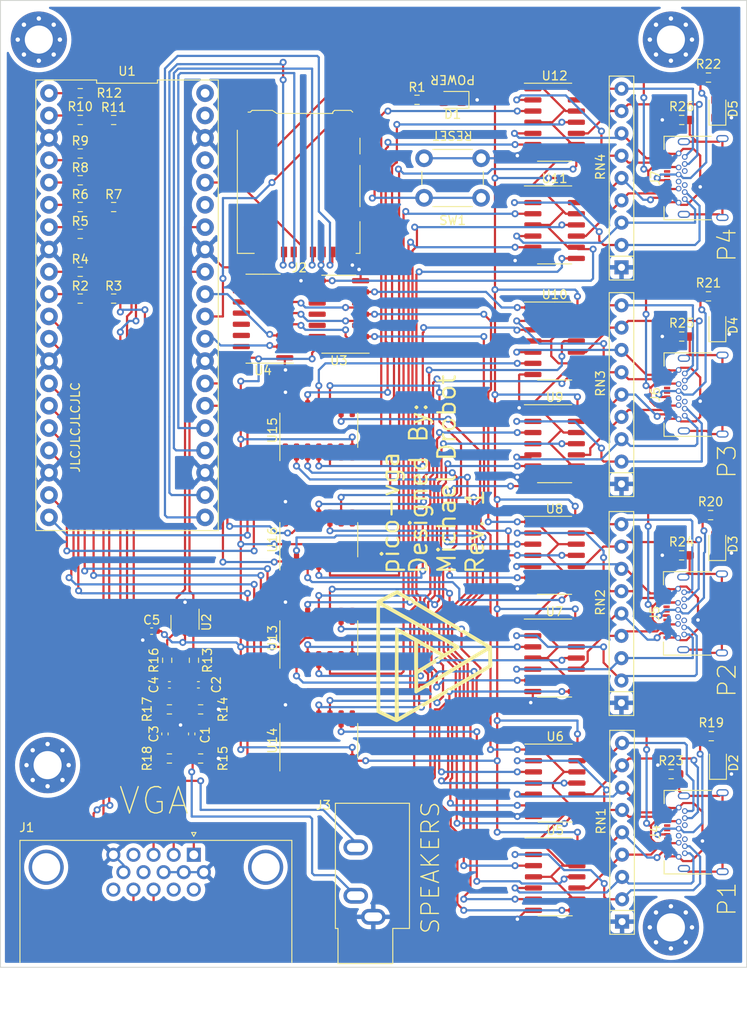
<source format=kicad_pcb>
(kicad_pcb (version 20211014) (generator pcbnew)
  (title_block (title "pico-vga") (rev "1"))
  (layers (0 "F.Cu" signal) (31 "B.Cu" signal) (34 "B.Paste" user) (35 "F.Paste" user) (36 "B.SilkS" user "B.Silkscreen") (37 "F.SilkS" user "F.Silkscreen") (38 "B.Mask" user) (39 "F.Mask" user) (44 "Edge.Cuts" user))
  (net 0 "")
  (net 1 "Net-(C1-Pad1)")
  (net 2 "Net-(C1-Pad2)")
  (net 3 "GND")
  (net 4 "Net-(C3-Pad1)")
  (net 5 "Net-(C3-Pad2)")
  (net 6 "Net-(D1-Pad2)")
  (net 7 "Net-(D2-Pad2)")
  (net 8 "Net-(D3-Pad2)")
  (net 9 "Net-(D4-Pad2)")
  (net 10 "Net-(D5-Pad2)")
  (net 11 "Net-(J1-Pad1)")
  (net 12 "Net-(J1-Pad2)")
  (net 13 "Net-(J1-Pad3)")
  (net 18 "/HSYNC")
  (net 19 "/VSYNC")
  (net 22 "/SD_CS")
  (net 23 "/SD_MOSI")
  (net 24 "+3V3")
  (net 25 "/SD_CLK")
  (net 26 "/SD_MISO")
  (net 28 "Net-(J4-PadA2)")
  (net 29 "Net-(J4-PadA3)")
  (net 31 "Net-(J4-PadA6)")
  (net 34 "Net-(J4-PadA10)")
  (net 35 "Net-(J4-PadA11)")
  (net 36 "Net-(J4-PadB2)")
  (net 37 "Net-(J4-PadB3)")
  (net 41 "Net-(J4-PadB10)")
  (net 42 "Net-(J4-PadB11)")
  (net 43 "Net-(J4-PadS1)")
  (net 44 "Net-(J5-PadA2)")
  (net 45 "Net-(J5-PadA3)")
  (net 47 "Net-(J5-PadA6)")
  (net 50 "Net-(J5-PadA10)")
  (net 51 "Net-(J5-PadA11)")
  (net 52 "Net-(J5-PadB2)")
  (net 53 "Net-(J5-PadB3)")
  (net 57 "Net-(J5-PadB10)")
  (net 58 "Net-(J5-PadB11)")
  (net 59 "Net-(J5-PadS1)")
  (net 60 "Net-(J6-PadA2)")
  (net 61 "Net-(J6-PadA3)")
  (net 63 "Net-(J6-PadA6)")
  (net 66 "Net-(J6-PadA10)")
  (net 67 "Net-(J6-PadA11)")
  (net 68 "Net-(J6-PadB2)")
  (net 69 "Net-(J6-PadB3)")
  (net 73 "Net-(J6-PadB10)")
  (net 74 "Net-(J6-PadB11)")
  (net 75 "Net-(J6-PadS1)")
  (net 76 "Net-(J7-PadA2)")
  (net 77 "Net-(J7-PadA3)")
  (net 79 "Net-(J7-PadA6)")
  (net 82 "Net-(J7-PadA10)")
  (net 83 "Net-(J7-PadA11)")
  (net 84 "Net-(J7-PadB2)")
  (net 85 "Net-(J7-PadB3)")
  (net 89 "Net-(J7-PadB10)")
  (net 90 "Net-(J7-PadB11)")
  (net 91 "Net-(J7-PadS1)")
  (net 92 "/RED_1")
  (net 93 "Net-(R2-Pad2)")
  (net 94 "/RED_2")
  (net 95 "/RED_3")
  (net 96 "/GREEN_1")
  (net 97 "Net-(R6-Pad2)")
  (net 98 "/GREEN_2")
  (net 99 "/GREEN_3")
  (net 100 "/BLUE_1")
  (net 101 "Net-(R10-Pad2)")
  (net 102 "/BLUE_2")
  (net 103 "Net-(R13-Pad1)")
  (net 104 "Net-(R16-Pad1)")
  (net 105 "Net-(SW1-Pad1)")
  (net 106 "DPAD_UP")
  (net 107 "DPAD_DOWN")
  (net 108 "DPAD_LEFT")
  (net 109 "DPAD_RIGHT")
  (net 110 "BTN_A")
  (net 111 "BTN_B")
  (net 112 "BTN_X")
  (net 113 "BTN_Y")
  (net 114 "CONTROLLER_SEL_A")
  (net 115 "CONTROLLER_SEL_B")
  (net 116 "/AUDIO_L")
  (net 117 "/AUDIO_R")
  (net 122 "Net-(U3-Pad1)")
  (net 123 "/ControllerInterface/CONTROLLER_SEL_1")
  (net 124 "Net-(U3-Pad3)")
  (net 125 "/ControllerInterface/CONTROLLER_SEL_2")
  (net 126 "Net-(U3-Pad5)")
  (net 127 "/ControllerInterface/CONTROLLER_SEL_3")
  (net 128 "/ControllerInterface/CONTROLLER_SEL_4")
  (net 129 "Net-(U3-Pad9)")
  (net 130 "/ControllerInterface/C1_DPAD_UP")
  (net 131 "/ControllerInterface/C1_DPAD_DOWN")
  (net 132 "/ControllerInterface/C1_DPAD_LEFT")
  (net 133 "/ControllerInterface/C1_DPAD_RIGHT")
  (net 134 "/ControllerInterface/C1_BTN_A")
  (net 135 "/ControllerInterface/C1_BTN_B")
  (net 136 "/ControllerInterface/C1_BTN_X")
  (net 137 "/ControllerInterface/C1_BTN_Y")
  (net 138 "/ControllerInterface/C2_DPAD_UP")
  (net 139 "/ControllerInterface/C2_DPAD_DOWN")
  (net 140 "/ControllerInterface/C2_DPAD_LEFT")
  (net 141 "/ControllerInterface/C2_DPAD_RIGHT")
  (net 142 "/ControllerInterface/C2_BTN_A")
  (net 143 "/ControllerInterface/C2_BTN_B")
  (net 144 "/ControllerInterface/C2_BTN_X")
  (net 145 "/ControllerInterface/C2_BTN_Y")
  (net 146 "/ControllerInterface/C3_DPAD_UP")
  (net 147 "/ControllerInterface/C3_DPAD_DOWN")
  (net 148 "/ControllerInterface/C3_DPAD_LEFT")
  (net 149 "/ControllerInterface/C3_DPAD_RIGHT")
  (net 150 "/ControllerInterface/C3_BTN_A")
  (net 151 "/ControllerInterface/C3_BTN_B")
  (net 152 "/ControllerInterface/C3_BTN_X")
  (net 153 "/ControllerInterface/C3_BTN_Y")
  (net 154 "/ControllerInterface/C4_DPAD_UP")
  (net 155 "/ControllerInterface/C4_DPAD_DOWN")
  (net 156 "/ControllerInterface/C4_DPAD_LEFT")
  (net 157 "/ControllerInterface/C4_DPAD_RIGHT")
  (net 158 "/ControllerInterface/C4_BTN_A")
  (net 159 "/ControllerInterface/C4_BTN_B")
  (net 160 "/ControllerInterface/C4_BTN_X")
  (net 161 "/ControllerInterface/C4_BTN_Y")
  (footprint "Resistor_SMD:R_0603_1608Metric_Pad0.98x0.95mm_HandSolder" (layer "F.Cu") (at 92.221669 75.672331 180)
    (fp_text reference "R24")
    (fp_text value "1M" hide)
  )
  (footprint "Package_SO:SOIC-14_3.9x8.7mm_P1.27mm" (layer "F.Cu") (at 50.893669 61.448331 90)
    (fp_text reference "U15")
    (fp_text value "CD4072B" hide)
  )
  (footprint "Resistor_SMD:R_0603_1608Metric_Pad0.98x0.95mm_HandSolder" (layer "F.Cu") (at 62.08 23.846)
    (fp_text reference "R1")
    (fp_text value "1K")
  )
  (footprint "Resistor_SMD:R_0603_1608Metric_Pad0.98x0.95mm_HandSolder" (layer "F.Cu") (at 95.597669 96.246331 180)
    (fp_text reference "R19")
    (fp_text value "1K" hide)
  )
  (footprint "Package_SO:SOIC-14_3.9x8.7mm_P1.27mm" (layer "F.Cu") (at 77.753669 62.972331)
    (fp_text reference "U9")
    (fp_text value "SN74LVC08A" hide)
  )
  (footprint "LED_SMD:LED_0805_2012Metric_Pad1.15x1.40mm_HandSolder" (layer "F.Cu") (at 96.295669 24.872331 90)
    (fp_text reference "D5")
    (fp_text value "LED" hide)
  )
  (footprint "Connector_Dsub:DSUB-15-HD_Female_Horizontal_P2.29x1.98mm_EdgePinOffset8.35mm_Housed_MountingHolesOffset10.89mm" (layer "F.Cu") (at 36.651669 109.739669)
    (fp_text reference "J1")
    (fp_text value "DB15_Female_HighDensity" hide)
  )
  (footprint "Resistor_SMD:R_0603_1608Metric_Pad0.98x0.95mm_HandSolder" (layer "F.Cu") (at 23.715669 23.094331)
    (fp_text reference "R12")
    (fp_text value "1K" hide)
  )
  (footprint "Resistor_SMD:R_0603_1608Metric_Pad0.98x0.95mm_HandSolder" (layer "F.Cu") (at 23.715669 43.414331)
    (fp_text reference "R4")
    (fp_text value "1.2K" hide)
  )
  (footprint "Resistor_THT:R_Array_SIP9" (layer "F.Cu") (at 85.373669 67.544331 90)
    (fp_text reference "RN3")
    (fp_text value "10K" hide)
  )
  (footprint "Resistor_SMD:R_0603_1608Metric_Pad0.98x0.95mm_HandSolder" (layer "F.Cu") (at 95.279669 21.316331 180)
    (fp_text reference "R22")
    (fp_text value "1K" hide)
  )
  (footprint "Resistor_SMD:R_0603_1608Metric_Pad0.98x0.95mm_HandSolder" (layer "F.Cu") (at 33.875669 98.786331)
    (fp_text reference "R18")
    (fp_text value "1.8K" hide)
  )
  (footprint "Package_SO:TSOP-6_1.65x3.05mm_P0.95mm" (layer "F.Cu") (at 35.653669 83.292331 -90)
    (fp_text reference "U2")
    (fp_text value "74LVC2G34" hide)
  )
  (footprint "Resistor_SMD:R_0603_1608Metric_Pad0.98x0.95mm_HandSolder" (layer "F.Cu") (at 33.875669 93.198331)
    (fp_text reference "R17")
    (fp_text value "100" hide)
  )
  (footprint "pico-vga:USB_C_Receptacle_Molex_2171830001" (layer "F.Cu") (at 95.597669 107.168331 90)
    (fp_text reference "J4")
    (fp_text value "USB_C_Receptacle" hide)
  )
  (footprint "Package_SO:SOIC-14_3.9x8.7mm_P1.27mm" (layer "F.Cu") (at 77.753669 51.288331)
    (fp_text reference "U10")
    (fp_text value "SN74LVC08A" hide)
  )
  (footprint "LED_SMD:LED_0805_2012Metric_Pad1.15x1.40mm_HandSolder" (layer "F.Cu") (at 66.133669 23.856331 180)
    (fp_text reference "D1")
    (fp_text value "LED" hide)
  )
  (footprint "Resistor_SMD:R_0603_1608Metric_Pad0.98x0.95mm_HandSolder" (layer "F.Cu") (at 91.025669 100.564331 180)
    (fp_text reference "R23")
    (fp_text value "1M" hide)
  )
  (footprint "Package_SO:SOIC-14_3.9x8.7mm_P1.27mm" (layer "F.Cu") (at 50.893669 96.754331 90)
    (fp_text reference "U14")
    (fp_text value "CD4072B" hide)
  )
  (footprint "Package_SO:SOIC-14_3.9x8.7mm_P1.27mm" (layer "F.Cu") (at 77.743669 87.356331)
    (fp_text reference "U7")
    (fp_text value "SN74LVC08A" hide)
  )
  (footprint "Package_SO:SOIC-14_3.9x8.7mm_P1.27mm" (layer "F.Cu") (at 50.893669 73.894331 90)
    (fp_text reference "U16")
    (fp_text value "CD4072B" hide)
  )
  (footprint "Resistor_SMD:R_0603_1608Metric_Pad0.98x0.95mm_HandSolder" (layer "F.Cu") (at 23.715669 46.462331)
    (fp_text reference "R2")
    (fp_text value "470" hide)
  )
  (footprint "Connector_Audio:Jack_3.5mm_CUI_SJ1-3533NG_Horizontal" (layer "F.Cu") (at 57.1 116.8 180)
    (fp_text reference "J3")
    (fp_text value "AudioJack3" hide)
  )
  (footprint "LED_SMD:LED_0805_2012Metric_Pad1.15x1.40mm_HandSolder" (layer "F.Cu") (at 96.285669 74.402331 90)
    (fp_text reference "D3")
    (fp_text value "LED" hide)
  )
  (footprint "Resistor_SMD:R_0603_1608Metric_Pad0.98x0.95mm_HandSolder" (layer "F.Cu") (at 23.715669 26.142331)
    (fp_text reference "R10")
    (fp_text value "390" hide)
  )
  (footprint "Resistor_SMD:R_0603_1608Metric_Pad0.98x0.95mm_HandSolder" (layer "F.Cu") (at 36.669669 87.610331 -90)
    (fp_text reference "R13")
    (fp_text value "220" hide)
  )
  (footprint "Capacitor_SMD:C_0402_1005Metric_Pad0.74x0.62mm_HandSolder" (layer "F.Cu") (at 33.367669 95.992331 -90)
    (fp_text reference "C3")
    (fp_text value "47u" hide)
  )
  (footprint "Package_SO:SOIC-14_3.9x8.7mm_P1.27mm" (layer "F.Cu") (at 77.817669 101.580331)
    (fp_text reference "U6")
    (fp_text value "SN74LVC08A" hide)
  )
  (footprint "Resistor_SMD:R_0603_1608Metric_Pad0.98x0.95mm_HandSolder" (layer "F.Cu") (at 95.523669 71.100331 180)
    (fp_text reference "R20")
    (fp_text value "1K" hide)
  )
  (footprint "Resistor_THT:R_Array_SIP9" (layer "F.Cu") (at 85.363669 92.451331 90)
    (fp_text reference "RN2")
    (fp_text value "10K" hide)
  )
  (footprint "Resistor_SMD:R_0603_1608Metric_Pad0.98x0.95mm_HandSolder" (layer "F.Cu") (at 27.525669 26.142331)
    (fp_text reference "R11")
    (fp_text value "47" hide)
  )
  (footprint "LED_SMD:LED_0805_2012Metric_Pad1.15x1.40mm_HandSolder" (layer "F.Cu") (at 96.295669 49.510331 90)
    (fp_text reference "D4")
    (fp_text value "LED" hide)
  )
  (footprint "Resistor_SMD:R_0603_1608Metric_Pad0.98x0.95mm_HandSolder" (layer "F.Cu") (at 33.621669 87.610331 -90)
    (fp_text reference "R16")
    (fp_text value "220" hide)
  )
  (footprint "Resistor_SMD:R_0603_1608Metric_Pad0.98x0.95mm_HandSolder" (layer "F.Cu") (at 27.525669 36.048331)
    (fp_text reference "R7")
    (fp_text value "33" hide)
  )
  (footprint "Resistor_SMD:R_0603_1608Metric_Pad0.98x0.95mm_HandSolder" (layer "F.Cu") (at 37.431669 98.786331)
    (fp_text reference "R15")
    (fp_text value "1.8K" hide)
  )
  (footprint "MountingHole:MountingHole_3.2mm_M3_Pad_Via" (layer "F.Cu") (at 91 118)
    (fp_text reference "REF**" hide)
    (fp_text value "MountingHole_3.2mm_M3_Pad_Via" hide)
  )
  (footprint "Resistor_SMD:R_0603_1608Metric_Pad0.98x0.95mm_HandSolder" (layer "F.Cu") (at 95.279669 46.208331 180)
    (fp_text reference "R21")
    (fp_text value "1K" hide)
  )
  (footprint "Resistor_SMD:R_0603_1608Metric_Pad0.98x0.95mm_HandSolder" (layer "F.Cu") (at 23.715669 39.096331)
    (fp_text reference "R5")
    (fp_text value "2.2K" hide)
  )
  (footprint "Capacitor_SMD:C_0402_1005Metric_Pad0.74x0.62mm_HandSolder" (layer "F.Cu") (at 37.177669 90.404331)
    (fp_text reference "C2")
    (fp_text value "100n" hide)
  )
  (footprint "Resistor_SMD:R_0603_1608Metric_Pad0.98x0.95mm_HandSolder" (layer "F.Cu") (at 92.231669 50.780331 180)
    (fp_text reference "R25")
    (fp_text value "1M" hide)
  )
  (footprint "Resistor_SMD:R_0603_1608Metric_Pad0.98x0.95mm_HandSolder" (layer "F.Cu") (at 23.715669 33.000331)
    (fp_text reference "R8")
    (fp_text value "1.2K" hide)
  )
  (footprint "LED_SMD:LED_0805_2012Metric_Pad1.15x1.40mm_HandSolder" (layer "F.Cu") (at 96.359669 99.294331 90)
    (fp_text reference "D2")
    (fp_text value "LED" hide)
  )
  (footprint "Resistor_THT:R_Array_SIP9" (layer "F.Cu") (at 85.373669 42.906331 90)
    (fp_text reference "RN4")
    (fp_text value "10K" hide)
  )
  (footprint "Capacitor_SMD:C_0402_1005Metric_Pad0.74x0.62mm_HandSolder" (layer "F.Cu") (at 33.875669 90.404331)
    (fp_text reference "C4")
    (fp_text value "100n" hide)
  )
  (footprint "Resistor_SMD:R_0603_1608Metric_Pad0.98x0.95mm_HandSolder" (layer "F.Cu") (at 23.715669 36.048331)
    (fp_text reference "R6")
    (fp_text value "470" hide)
  )
  (footprint "pico-vga:USB_C_Receptacle_Molex_2171830001" (layer "F.Cu") (at 95.587669 32.746331 90)
    (fp_text reference "J7")
    (fp_text value "USB_C_Receptacle" hide)
  )
  (footprint "pico-vga:Logo" (layer "F.Cu") (at 64.112 87.092 90)
    (fp_text reference "G***" hide)
    (fp_text value "LOGO" hide)
  )
  (footprint "Resistor_SMD:R_0603_1608Metric_Pad0.98x0.95mm_HandSolder" (layer "F.Cu") (at 27.525669 46.462331)
    (fp_text reference "R3")
    (fp_text value "33" hide)
  )
  (footprint "MountingHole:MountingHole_3.2mm_M3_Pad_Via" (layer "F.Cu") (at 19 17)
    (fp_text reference "REF**" hide)
    (fp_text value "MountingHole_3.2mm_M3_Pad_Via" hide)
  )
  (footprint "Capacitor_SMD:C_0402_1005Metric_Pad0.74x0.62mm_HandSolder" (layer "F.Cu") (at 36.415669 95.992331 -90)
    (fp_text reference "C1")
    (fp_text value "47u" hide)
  )
  (footprint "Resistor_SMD:R_0603_1608Metric_Pad0.98x0.95mm_HandSolder" (layer "F.Cu") (at 37.431669 93.198331)
    (fp_text reference "R14")
    (fp_text value "100" hide)
  )
  (footprint "Package_SO:SOIC-14_3.9x8.7mm_P1.27mm" (layer "F.Cu") (at 77.753669 38.080331)
    (fp_text reference "U11")
    (fp_text value "SN74LVC08A" hide)
  )
  (footprint "Connector_Card:microSD_HC_Hirose_DM3AT-SF-PEJM5" (layer "F.Cu") (at 48.607669 33.433331 180)
    (fp_text reference "J2")
    (fp_text value "Micro_SD_Card" hide)
  )
  (footprint "Resistor_THT:R_Array_SIP9" (layer "F.Cu") (at 85.437669 117.343331 90)
    (fp_text reference "RN1")
    (fp_text value "10K" hide)
  )
  (footprint "Package_SO:SOIC-14_3.9x8.7mm_P1.27mm" (layer "F.Cu") (at 77.743669 75.672331)
    (fp_text reference "U8")
    (fp_text value "SN74LVC08A" hide)
  )
  (footprint "Package_SO:SOIC-14_3.9x8.7mm_P1.27mm" (layer "F.Cu") (at 77.753669 26.396331)
    (fp_text reference "U12")
    (fp_text value "SN74LVC08A" hide)
  )
  (footprint "Resistor_SMD:R_0603_1608Metric_Pad0.98x0.95mm_HandSolder" (layer "F.Cu") (at 23.715669 29.952331)
    (fp_text reference "R9")
    (fp_text value "2.2K" hide)
  )
  (footprint "Package_SO:SOIC-14_3.9x8.7mm_P1.27mm" (layer "F.Cu") (at 53.179669 48.240331 180)
    (fp_text reference "U3")
    (fp_text value "74LVC04A" hide)
  )
  (footprint "pico-vga:Raspberry_Pi_Pico" (layer "F.Cu") (at 29.049669 47.224331 -90)
    (fp_text reference "U1")
    (fp_text value "Raspberry_Pi_Pico")
  )
  (footprint "Package_SO:SOIC-14_3.9x8.7mm_P1.27mm" (layer "F.Cu") (at 50.893669 85.070331 90)
    (fp_text reference "U13")
    (fp_text value "CD4072B" hide)
  )
  (footprint "Package_SO:SOIC-14_3.9x8.7mm_P1.27mm" (layer "F.Cu") (at 77.817669 112.248331)
    (fp_text reference "U5")
    (fp_text value "SN74LVC08A" hide)
  )
  (footprint "MountingHole:MountingHole_3.2mm_M3_Pad_Via" (layer "F.Cu") (at 91 17)
    (fp_text reference "REF**" hide)
    (fp_text value "MountingHole_3.2mm_M3_Pad_Via" hide)
  )
  (footprint "Resistor_SMD:R_0603_1608Metric_Pad0.98x0.95mm_HandSolder" (layer "F.Cu") (at 92.231669 26.142331 180)
    (fp_text reference "R26")
    (fp_text value "1M" hide)
  )
  (footprint "MountingHole:MountingHole_3.2mm_M3_Pad_Via" (layer "F.Cu") (at 20 99.542)
    (fp_text reference "REF**" hide)
    (fp_text value "MountingHole_3.2mm_M3_Pad_Via" hide)
  )
  (footprint "Package_SO:SOIC-16_3.9x9.9mm_P1.27mm" (layer "F.Cu") (at 44.543669 48.748331 180)
    (fp_text reference "U4")
    (fp_text value "SN74LVC139A" hide)
  )
  (footprint "pico-vga:USB_C_Receptacle_Molex_2171830001" (layer "F.Cu") (at 95.523669 82.276331 90)
    (fp_text reference "J5")
    (fp_text value "USB_C_Receptacle" hide)
  )
  (footprint "Button_Switch_THT:SW_PUSH_6mm_H4.3mm" (layer "F.Cu") (at 69.383669 34.996331 180)
    (fp_text reference "SW1")
    (fp_text value "SW_Push" hide)
  )
  (footprint "pico-vga:USB_C_Receptacle_Molex_2171830001" (layer "F.Cu") (at 95.587669 57.384331 90)
    (fp_text reference "J6")
    (fp_text value "USB_C_Receptacle" hide)
  )
  (footprint "Capacitor_SMD:C_0402_1005Metric_Pad0.74x0.62mm_HandSolder" (layer "F.Cu") (at 31.854 84.298 180)
    (fp_text reference "C5")
    (fp_text value "100n" hide)
  )
  (gr_rect (start 14.628 12.542) (end 99.628 122.5424) (layer "Edge.Cuts") (width 0.1) (fill none))
  (gr_text "P1" (at 97.386 114.778 90) (layer "F.SilkS") (effects (font (size 2 2))))
  (gr_text "POWER" (at 66.144 21.56 180) (layer "F.SilkS") (effects (font (size 1 1))))
  (gr_text "VGA" (at 32.108 103.602) (layer "F.SilkS") (effects (font (size 3 3))))
  (gr_text "SPEAKERS" (at 63.604 111.222 90) (layer "F.SilkS") (effects (font (size 2 2))))
  (gr_text "RESET" (at 66.144 27.91 180) (layer "F.SilkS") (effects (font (size 1 1))))
  (gr_text "pico-vga\nDesigned By:\nMichael Drobot\nRev. 1" (at 63.858 77.948 90) (layer "F.SilkS") (effects (font (size 2 2) (thickness 0.25)) (justify left)))
  (gr_text "JLCJLCJLCJLC" (at 23.1648 61.1124 90) (layer "F.SilkS") (effects (font (size 1 1))))
  (gr_text "P4" (at 97.386 40.356 90) (layer "F.SilkS") (effects (font (size 2 2))))
  (gr_text "P2" (at 97.386 89.886 90) (layer "F.SilkS") (effects (font (size 2 2))))
  (gr_text "P3" (at 97.386 64.994 90) (layer "F.SilkS") (effects (font (size 2 2))))
  (segment (start 36.610169 90.404331) (end 36.610169 93.107331) (width 0.25) (layer "F.Cu") (net 1))
  (segment (start 36.610169 93.107331) (end 36.519169 93.198331) (width 0.25) (layer "F.Cu") (net 1))
  (segment (start 36.669669 88.522831) (end 36.669669 90.344831) (width 0.25) (layer "F.Cu") (net 1))
  (segment (start 36.519169 95.321331) (end 36.415669 95.424831) (width 0.25) (layer "F.Cu") (net 1))
  (segment (start 36.519169 93.198331) (end 36.519169 95.321331) (width 0.25) (layer "F.Cu") (net 1))
  (segment (start 36.669669 90.344831) (end 36.610169 90.404331) (width 0.25) (layer "F.Cu") (net 1))
  (segment (start 36.415669 98.682831) (end 36.519169 98.786331) (width 0.25) (layer "F.Cu") (net 2))
  (segment (start 36.519169 100.206831) (end 36.415669 100.310331) (width 0.25) (layer "F.Cu") (net 2))
  (segment (start 36.415669 96.559831) (end 36.415669 98.682831) (width 0.25) (layer "F.Cu") (net 2))
  (segment (start 36.519169 98.786331) (end 36.519169 100.206831) (width 0.25) (layer "F.Cu") (net 2))
  (via (at 36.415669 100.310331) (size 0.8) (drill 0.4) (layers "F.Cu" "B.Cu") (net 2))
  (segment (start 50.131669 105.644331) (end 50.131669 111.827269) (width 0.25) (layer "B.Cu") (net 2))
  (segment (start 36.415669 105.390331) (end 49.877669 105.390331) (width 0.25) (layer "B.Cu") (net 2))
  (segment (start 36.415669 100.310331) (end 36.415669 105.390331) (width 0.25) (layer "B.Cu") (net 2))
  (segment (start 52.7632 112.0632) (end 55.1 114.4) (width 0.25) (layer "B.Cu") (net 2))
  (segment (start 50.131669 111.827269) (end 50.3676 112.0632) (width 0.25) (layer "B.Cu") (net 2))
  (segment (start 49.877669 105.390331) (end 50.131669 105.644331) (width 0.25) (layer "B.Cu") (net 2))
  (segment (start 50.3676 112.0632) (end 52.7632 112.0632) (width 0.25) (layer "B.Cu") (net 2))
  (segment (start 39.463669 98.776) (end 39.453338 98.786331) (width 0.25) (layer "F.Cu") (net 3))
  (segment (start 47.018669 53.193331) (end 47.018669 54.504669) (width 0.25) (layer "F.Cu") (net 3))
  (segment (start 97.874669 75.427331) (end 97.894 75.408) (width 0.25) (layer "F.Cu") (net 3))
  (segment (start 75.342669 105.390331) (end 73.520331 105.390331) (width 0.25) (layer "F.Cu") (net 3))
  (segment (start 93.817669 60.434331) (end 92.127669 60.434331) (width 0.25) (layer "F.Cu") (net 3))
  (segment (start 94.338 55.426662) (end 94.338 59.914) (width 0.25) (layer "F.Cu") (net 3))
  (segment (start 75.268669 79.482331) (end 73.520331 79.482331) (width 0.25) (layer "F.Cu") (net 3))
  (segment (start 91.827669 29.996331) (end 91.877669 29.946331) (width 0.25) (layer "F.Cu") (net 3))
  (segment (start 90.030331 26.142331) (end 90.02 26.132) (width 0.25) (layer "F.Cu") (net 3))
  (segment (start 90.030331 50.780331) (end 90.02 50.77) (width 0.25) (layer "F.Cu") (net 3))
  (segment (start 39.453338 98.786331) (end 38.344169 98.786331) (width 0.25) (layer "F.Cu") (net 3))
  (segment (start 51.332669 42.467331) (end 51.147669 42.652331) (width 0.25) (layer "F.Cu") (net 3))
  (segment (start 75.268669 91.166331) (end 75.268669 92.191331) (width 0.25) (layer "F.Cu") (net 3))
  (segment (start 91.837669 109.918331) (end 91.887669 109.968331) (width 0.25) (layer "F.Cu") (net 3))
  (segment (start 92.063669 85.326331) (end 91.813669 85.076331) (width 0.25) (layer "F.Cu") (net 3))
  (segment (start 67.158669 23.856331) (end 68.927669 23.856331) (width 0.25) (layer "F.Cu") (net 3))
  (segment (start 47.094 80.996) (end 47.094 82.585) (width 0.25) (layer "F.Cu") (net 3))
  (segment (start 73.520331 30.206331) (end 73.51 30.196) (width 0.25) (layer "F.Cu") (net 3))
  (segment (start 92.846908 35.796331) (end 92.127669 35.796331) (width 0.25) (layer "F.Cu") (net 3))
  (segment (start 90.030331 75.672331) (end 90.02 75.662) (width 0.25) (layer "F.Cu") (net 3))
  (segment (start 94.338 33.752) (end 94.338 34.305239) (width 0.25) (layer "F.Cu") (net 3))
  (segment (start 75.278669 30.206331) (end 73.520331 30.206331) (width 0.25) (layer "F.Cu") (net 3))
  (segment (start 93.245669 54.334331) (end 94.338 55.426662) (width 0.25) (layer "F.Cu") (net 3))
  (segment (start 94.338 59.914) (end 93.817669 60.434331) (width 0.25) (layer "F.Cu") (net 3))
  (segment (start 34.788169 94.618831) (end 34.788169 98.786331) (width 0.25) (layer "F.Cu") (net 3))
  (segment (start 55.654669 44.430331) (end 55.654669 43.328669) (width 0.25) (layer "F.Cu") (net 3))
  (segment (start 91.827669 35.496331) (end 91.877669 35.546331) (width 0.25) (layer "F.Cu") (net 3))
  (segment (start 34.788169 90.749331) (end 34.788169 93.198331) (width 0.25) (layer "F.Cu") (net 3))
  (segment (start 45.305669 42.906331) (end 45.305669 44.430331) (width 0.25) (layer "F.Cu") (net 3))
  (segment (start 91.319169 50.780331) (end 90.030331 50.780331) (width 0.25) (layer "F.Cu") (net 3))
  (segment (start 55.654669 43.328669) (end 55.476 43.15) (width 0.25) (layer "F.Cu") (net 3))
  (segment (start 94.592 109.19) (end 94.592 108.174) (width 0.25) (layer "F.Cu") (net 3))
  (segment (start 90.567669 29.996331) (end 91.827669 29.996331) (width 0.25) (layer "F.Cu") (net 3))
  (segment (start 90.503669 85.026331) (end 91.763669 85.026331) (width 0.25) (layer "F.Cu") (net 3))
  (segment (start 73.71426 58.889754) (end 73.71426 55.158402) (width 0.25) (layer "F.Cu") (net 3))
  (segment (start 93.576 103.856) (end 94.592 104.872) (width 0.25) (layer "F.Cu") (net 3))
  (segment (start 91.887669 104.368331) (end 92.4 103.856) (width 0.25) (layer "F.Cu") (net 3))
  (segment (start 97.659331 100.319331) (end 97.894 100.554) (width 0.25) (layer "F.Cu") (net 3))
  (segment (start 92.127669 35.796331) (end 91.877669 35.546331) (width 0.25) (layer "F.Cu") (net 3))
  (segment (start 38.344169 98.786331) (end 38.344169 93.198331) (width 0.25) (layer "F.Cu") (net 3))
  (segment (start 47.083669 57.130331) (end 47.094 57.12) (width 0.25) (layer "F.Cu") (net 3))
  (segment (start 92.127669 54.334331) (end 93.245669 54.334331) (width 0.25) (layer "F.Cu") (net 3))
  (segment (start 73.520331 79.482331) (end 73.51 79.472) (width 0.25) (layer "F.Cu") (net 3))
  (segment (start 94.084 80.527423) (end 94.084 83.028) (width 0.25) (layer "F.Cu") (net 3))
  (segment (start 94.084 83.028) (end 94.084 84.025239) (width 0.25) (layer "F.Cu") (net 3))
  (segment (start 94.084 84.025239) (end 92.782908 85.326331) (width 0.25) (layer "F.Cu") (net 3))
  (segment (start 30.838 84.7465) (end 30.838 85.314) (width 0.25) (layer "F.Cu") (net 3))
  (segment (start 90.113169 100.139169) (end 89.512 99.538) (width 0.25) (layer "F.Cu") (net 3))
  (segment (start 92.782908 79.226331) (end 94.084 80.527423) (width 0.25) (layer "F.Cu") (net 3))
  (segment (start 97.874669 25.897331) (end 97.894 25.878) (width 0.25) (layer "F.Cu") (net 3))
  (segment (start 90.567669 54.634331) (end 91.827669 54.634331) (width 0.25) (layer "F.Cu") (net 3))
  (segment (start 39.474 93.188) (end 39.463669 93.198331) (width 0.25) (layer "F.Cu") (net 3))
  (segment (start 91.827669 60.134331) (end 91.877669 60.184331) (width 0.25) (layer "F.Cu") (net 3))
  (segment (start 91.877669 54.584331) (end 92.127669 54.334331) (width 0.25) (layer "F.Cu") (net 3))
  (segment (start 37.939669 40.874331) (end 39.971669 42.906331) (width 0.25) (layer "F.Cu") (net 3))
  (segment (start 91.763669 85.026331) (end 91.813669 85.076331) (width 0.25) (layer "F.Cu") (net 3))
  (segment (start 92.4 103.856) (end 93.576 103.856) (width 0.25) (layer "F.Cu") (net 3))
  (segment (start 73.51 117.064) (end 74.515669 116.058331) (width 0.25) (layer "F.Cu") (net 3))
  (segment (start 51.332669 41.158331) (end 51.332669 42.467331) (width 0.25) (layer "F.Cu") (net 3))
  (segment (start 73.774331 55.098331) (end 75.278669 55.098331) (width 0.25) (layer "F.Cu") (net 3))
  (segment (start 93.322 110.46) (end 94.592 109.19) (width 0.25) (layer "F.Cu") (net 3))
  (segment (start 96.359669 100.319331) (end 97.659331 100.319331) (width 0.25) (layer "F.Cu") (net 3))
  (segment (start 91.827669 54.634331) (end 91.877669 54.584331) (width 0.25) (layer "F.Cu") (net 3))
  (segment (start 48.734669 44.303331) (end 48.861669 44.430331) (width 0.25) (layer "F.Cu") (net 3))
  (segment (start 91.319169 26.142331) (end 90.030331 26.142331) (width 0.25) (layer "F.Cu") (net 3))
  (segment (start 37.745169 92.599331) (end 38.344169 93.198331) (width 0.25) (layer "F.Cu") (net 3))
  (segment (start 73.499669 41.890331) (end 73.256 42.134) (width 0.25) (layer "F.Cu") (net 3))
  (segment (start 75.268669 92.191331) (end 75.034 92.426) (width 0.25) (layer "F.Cu") (net 3))
  (segment (start 96.295669 25.897331) (end 97.874669 25.897331) (width 0.25) (layer "F.Cu") (net 3))
  (segment (start 90.503669 79.526331) (end 91.763669 79.526331) (width 0.25) (layer "F.Cu") (net 3))
  (segment (start 45.305669 44.430331) (end 46.891669 44.430331) (width 0.25) (layer "F.Cu") (net 3))
  (segment (start 75.278669 66.782331) (end 73.499669 66.782331) (width 0.25) (layer "F.Cu") (net 3))
  (segment (start 96.285669 75.427331) (end 97.874669 75.427331) (width 0.25) (layer "F.Cu") (net 3))
  (segment (start 54.482669 42.421) (end 54.482669 41.158331) (width 0.25) (layer "F.Cu") (net 3))
  (segment (start 47.083669 58.973331) (end 47.083669 57.130331) (width 0.25) (layer "F.Cu") (net 3))
  (segment (start 39.463669 93.198331) (end 38.344169 93.198331) (width 0.25) (layer "F.Cu") (net 3))
  (segment (start 94.338 30.196) (end 94.338 33.752) (width 0.25) (layer "F.Cu") (net 3))
  (segment (start 35.653669 82.132331) (end 35.653669 81.006331) (width 0.25) (layer "F.Cu") (net 3))
  (segment (start 31.2865 84.298) (end 30.838 84.7465) (width 0.25) (layer "F.Cu") (net 3))
  (segment (start 54.714 42.652331) (end 54.482669 42.421) (width 0.25) (layer "F.Cu") (net 3))
  (segment (start 47.094 82.585) (end 47.083669 82.595331) (width 0.25) (layer "F.Cu") (net 3))
  (segment (start 97.620669 50.535331) (end 97.64 50.516) (width 0.25) (layer "F.Cu") (net 3))
  (segment (start 90.113169 100.564331) (end 90.113169 100.139169) (width 0.25) (layer "F.Cu") (net 3))
  (segment (start 73.520331 105.390331) (end 73.51 105.38) (width 0.25) (layer "F.Cu") (net 3))
  (segment (start 94.592 104.872) (end 94.592 108.174) (width 0.25) (layer "F.Cu") (net 3))
  (segment (start 37.745169 90.404331) (end 37.745169 92.599331) (width 0.25) (layer "F.Cu") (net 3))
  (segment (start 91.309169 75.672331) (end 90.030331 75.672331) (width 0.25) (layer "F.Cu") (net 3))
  (segment (start 34.788169 93.198331) (end 34.788169 94.618831) (width 0.25) (layer "F.Cu") (net 3))
  (segment (start 46.891669 44.430331) (end 47.018669 44.303331) (width 0.25) (layer "F.Cu") (net 3))
  (segment (start 34.443169 90.404331) (end 34.788169 90.749331) (width 0.25) (layer "F.Cu") (net 3))
  (segment (start 94.338 34.305239) (end 92.846908 35.796331) (width 0.25) (layer "F.Cu") (net 3))
  (segment (start 34.788169 94.618831) (end 35.145669 94.976331) (width 0.25) (layer "F.Cu") (net 3))
  (segment (start 92.127669 60.434331) (end 91.877669 60.184331) (width 0.25) (layer "F.Cu") (net 3))
  (segment (start 47.083669 92.690331) (end 47.083669 94.279331) (width 0.25) (layer "F.Cu") (net 3))
  (segment (start 90.577669 104.418331) (end 91.837669 104.418331) (width 0.25) (layer "F.Cu") (net 3))
  (segment (start 90.577669 109.918331) (end 91.837669 109.918331) (width 0.25) (layer "F.Cu") (net 3))
  (segment (start 96.295669 50.535331) (end 97.620669 50.535331) (width 0.25) (layer "F.Cu") (net 3))
  (segment (start 73.71426 55.158402) (end 73.774331 55.098331) (width 0.25) (layer "F.Cu") (net 3))
  (segment (start 93.576 29.434) (end 94.338 30.196) (width 0.25) (layer "F.Cu") (net 3))
  (segment (start 90.567669 60.134331) (end 91.827669 60.134331) (width 0.25) (layer "F.Cu") (net 3))
  (segment (start 92.063669 79.226331) (end 92.782908 79.226331) (width 0.25) (layer "F.Cu") (net 3))
  (segment (start 91.887669 109.968331) (end 92.379338 110.46) (width 0.25) (layer "F.Cu") (net 3))
  (segment (start 47.083669 71.419331) (end 47.083669 69.576331) (width 0.25) (layer "F.Cu") (net 3))
  (segment (start 47.018669 44.303331) (end 48.734669 44.303331) (width 0.25) (layer "F.Cu") (net 3))
  (segment (start 47.094 92.68) (end 47.083669 92.690331) (width 0.25) (layer "F.Cu") (net 3))
  (segment (start 91.877669 29.946331) (end 92.39 29.434) (width 0.25) (layer "F.Cu") (net 3))
  (segment (start 92.782908 85.326331) (end 92.063669 85.326331) (width 0.25) (layer "F.Cu") (net 3))
  (segment (start 92.379338 110.46) (end 93.322 110.46) (width 0.25) (layer "F.Cu") (net 3))
  (segment (start 39.971669 42.906331) (end 45.305669 42.906331) (width 0.25) (layer "F.Cu") (net 3))
  (segment (start 75.278669 41.890331) (end 73.499669 41.890331) (width 0.25) (layer "F.Cu") (net 3))
  (segment (start 47.018669 54.504669) (end 47.094 54.58) (width 0.25) (layer "F.Cu") (net 3))
  (segment (start 91.763669 79.526331) (end 91.813669 79.476331) (width 0.25) (layer "F.Cu") (net 3))
  (segment (start 74.515669 116.058331) (end 75.342669 116.058331) (width 0.25) (layer "F.Cu") (net 3))
  (segment (start 47.083669 69.576331) (end 47.094 69.566) (width 0.25) (layer "F.Cu") (net 3))
  (segment (start 92.39 29.434) (end 93.576 29.434) (width 0.25) (layer "F.Cu") (net 3))
  (segment (start 91.813669 79.476331) (end 92.063669 79.226331) (width 0.25) (layer "F.Cu") (net 3))
  (segment (start 90.567669 35.496331) (end 91.827669 35.496331) (width 0.25) (layer "F.Cu") (net 3))
  (via (at 47.094 57.12) (size 0.8) (drill 0.4) (layers "F.Cu" "B.Cu") (net 3))
  (via (at 97.64 50.516) (size 0.8) (drill 0.4) (layers "F.Cu" "B.Cu") (net 3))
  (via (at 97.894 75.408) (size 0.8) (drill 0.4) (layers "F.Cu" "B.Cu") (net 3))
  (via (at 73.51 30.196) (size 0.8) (drill 0.4) (layers "F.Cu" "B.Cu") (net 3))
  (via (at 47.094 69.566) (size 0.8) (drill 0.4) (layers "F.Cu" "B.Cu") (net 3))
  (via (at 51.147669 42.652331) (size 0.8) (drill 0.4) (layers "F.Cu" "B.Cu") (net 3))
  (via (at 39.463669 98.776) (size 0.8) (drill 0.4) (layers "F.Cu" "B.Cu") (net 3))
  (via (at 90.02 75.662) (size 0.8) (drill 0.4) (layers "F.Cu" "B.Cu") (net 3))
  (via (at 90.02 26.132) (size 0.8) (drill 0.4) (layers "F.Cu" "B.Cu") (net 3))
  (via (at 35.145669 94.976331) (size 0.8) (drill 0.4) (layers "F.Cu" "B.Cu") (net 3))
  (via (at 73.51 105.38) (size 0.8) (drill 0.4) (layers "F.Cu" "B.Cu") (net 3))
  (via (at 54.714 42.652331) (size 0.8) (drill 0.4) (layers "F.Cu" "B.Cu") (net 3))
  (via (at 47.094 54.58) (size 0.8) (drill 0.4) (layers "F.Cu" "B.Cu") (net 3))
  (via (at 97.894 100.554) (size 0.8) (drill 0.4) (layers "F.Cu" "B.Cu") (net 3))
  (via (at 39.474 93.188) (size 0.8) (drill 0.4) (layers "F.Cu" "B.Cu") (net 3))
  (via (at 89.512 99.538) (size 0.8) (drill 0.4) (layers "F.Cu" "B.Cu") (net 3))
  (via (at 73.51 117.064) (size 0.8) (drill 0.4) (layers "F.Cu" "B.Cu") (net 3))
  (via (at 97.894 25.878) (size 0.8) (drill 0.4) (layers "F.Cu" "B.Cu") (net 3))
  (via (at 73.499669 66.782331) (size 0.8) (drill 0.4) (layers "F.Cu" "B.Cu") (net 3))
  (via (at 47.094 80.996) (size 0.8) (drill 0.4) (layers "F.Cu" "B.Cu") (net 3))
  (via (at 68.927669 23.856331) (size 0.8) (drill 0.4) (layers "F.Cu" "B.Cu") (net 3))
  (via (at 75.034 92.426) (size 0.8) (drill 0.4) (layers "F.Cu" "B.Cu") (net 3))
  (via (at 55.476 43.15) (size 0.8) (drill 0.4) (layers "F.Cu" "B.Cu") (net 3))
  (via (at 90.02 50.77) (size 0.8) (drill 0.4) (layers "F.Cu" "B.Cu") (net 3))
  (via (at 30.838 85.314) (size 0.8) (drill 0.4) (layers "F.Cu" "B.Cu") (net 3))
  (via (at 35.653669 81.006331) (size 0.8) (drill 0.4) (layers "F.Cu" "B.Cu") (net 3))
  (via (at 73.51 79.472) (size 0.8) (drill 0.4) (layers "F.Cu" "B.Cu") (net 3))
  (via (at 48.861669 44.430331) (size 0.8) (drill 0.4) (layers "F.Cu" "B.Cu") (net 3))
  (via (at 94.338 33.752) (size 0.8) (drill 0.4) (layers "F.Cu" "B.Cu") (net 3))
  (via (at 73.71426 58.889754) (size 0.8) (drill 0.4) (layers "F.Cu" "B.Cu") (net 3))
  (via (at 94.084 83.028) (size 0.8) (drill 0.4) (layers "F.Cu" "B.Cu") (net 3))
  (via (at 73.256 42.134) (size 0.8) (drill 0.4) (layers "F.Cu" "B.Cu") (net 3))
  (via (at 47.094 92.68) (size 0.8) (drill 0.4) (layers "F.Cu" "B.Cu") (net 3))
  (via (at 94.338 58.136) (size 0.8) (drill 0.4) (layers "F.Cu" "B.Cu") (net 3))
  (via (at 94.592 108.174) (size 0.8) (drill 0.4) (layers "F.Cu" "B.Cu") (net 3))
  (segment (start 62.883669 30.496331) (end 69.383669 30.496331) (width 0.25) (layer "B.Cu") (net 3))
  (segment (start 28.636669 110.884669) (end 27.491669 109.739669) (width 0.25) (layer "B.Cu") (net 3))
  (segment (start 33.216669 111.719669) (end 35.506669 111.719669) (width 0.25) (layer "B.Cu") (net 3))
  (segment (start 73.71426 58.889754) (end 73.706014 58.898) (width 0.25) (layer "B.Cu") (net 3))
  (segment (start 28.636669 111.719669) (end 28.636669 110.884669) (width 0.25) (layer "B.Cu") (net 3))
  (segment (start 35.506669 111.719669) (end 37.796669 111.719669) (width 0.25) (layer "B.Cu") (net 3))
  (segment (start 71.685669 30.496331) (end 71.986 30.196) (width 0.25) (layer "B.Cu") (net 3))
  (segment (start 71.986 30.196) (end 73.51 30.196) (width 0.25) (layer "B.Cu") (net 3))
  (segment (start 71.685669 30.496331) (end 69.383669 30.496331) (width 0.25) (layer "B.Cu") (net 3))
  (segment (start 33.621669 90.090831) (end 33.308169 90.404331) (width 0.25) (layer "F.Cu") (net 4))
  (segment (start 33.308169 90.404331) (end 33.308169 92.853331) (width 0.25) (layer "F.Cu") (net 4))
  (segment (start 33.621669 88.522831) (end 33.621669 90.090831) (width 0.25) (layer "F.Cu") (net 4))
  (segment (start 33.308169 92.853331) (end 32.963169 93.198331) (width 0.25) (layer "F.Cu") (net 4))
  (segment (start 32.963169 93.198331) (end 32.963169 95.020331) (width 0.25) (layer "F.Cu") (net 4))
  (segment (start 32.963169 95.020331) (end 33.367669 95.424831) (width 0.25) (layer "F.Cu") (net 4))
  (segment (start 32.963169 98.786331) (end 32.963169 100.921831) (width 0.25) (layer "F.Cu") (net 5))
  (segment (start 32.963169 100.921831) (end 33.367669 101.326331) (width 0.25) (layer "F.Cu") (net 5))
  (segment (start 33.367669 96.559831) (end 33.367669 98.381831) (width 0.25) (layer "F.Cu") (net 5))
  (segment (start 33.367669 98.381831) (end 32.963169 98.786331) (width 0.25) (layer "F.Cu") (net 5))
  (segment (start 33.367669 101.326331) (end 37.431669 101.326331) (width 0.25) (layer "F.Cu") (net 5))
  (via (at 37.431669 101.326331) (size 0.8) (drill 0.4) (layers "F.Cu" "B.Cu") (net 5))
  (segment (start 37.431669 104.628331) (end 51.401669 104.628331) (width 0.25) (layer "B.Cu") (net 5))
  (segment (start 51.401669 104.628331) (end 55.1 108.326662) (width 0.25) (layer "B.Cu") (net 5))
  (segment (start 37.431669 101.326331) (end 37.431669 104.628331) (width 0.25) (layer "B.Cu") (net 5))
  (segment (start 55.1 108.326662) (end 55.1 108.9) (width 0.25) (layer "B.Cu") (net 5))
  (segment (start 65.098338 23.846) (end 65.108669 23.856331) (width 0.25) (layer "F.Cu") (net 6))
  (segment (start 62.4875 23.846) (end 65.098338 23.846) (width 0.25) (layer "F.Cu") (net 6))
  (segment (start 96.510169 96.246331) (end 96.510169 98.118831) (width 0.25) (layer "F.Cu") (net 7))
  (segment (start 96.510169 98.118831) (end 96.359669 98.269331) (width 0.25) (layer "F.Cu") (net 7))
  (segment (start 96.436169 73.226831) (end 96.285669 73.377331) (width 0.25) (layer "F.Cu") (net 8))
  (segment (start 96.436169 71.100331) (end 96.436169 73.226831) (width 0.25) (layer "F.Cu") (net 8))
  (segment (start 96.192169 48.381831) (end 96.295669 48.485331) (width 0.25) (layer "F.Cu") (net 9))
  (segment (start 96.192169 46.208331) (end 96.192169 48.381831) (width 0.25) (layer "F.Cu") (net 9))
  (segment (start 96.192169 21.316331) (end 96.192169 23.743831) (width 0.25) (layer "F.Cu") (net 10))
  (segment (start 96.192169 23.743831) (end 96.295669 23.847331) (width 0.25) (layer "F.Cu") (net 10))
  (segment (start 31.081669 49.510331) (end 29.811669 50.780331) (width 0.25) (layer "F.Cu") (net 11))
  (segment (start 36.651669 108.226) (end 36.651669 109.739669) (width 0.25) (layer "F.Cu") (net 11))
  (segment (start 28.541669 46.358831) (end 28.438169 46.462331) (width 0.25) (layer "F.Cu") (net 11))
  (segment (start 29.811669 101.386) (end 36.651669 108.226) (width 0.25) (layer "F.Cu") (net 11))
  (segment (start 31.081669 47.732331) (end 31.081669 49.510331) (width 0.25) (layer "F.Cu") (net 11))
  (segment (start 28.541669 43.414331) (end 28.541669 46.358831) (width 0.25) (layer "F.Cu") (net 11))
  (segment (start 24.628169 43.414331) (end 28.541669 43.414331) (width 0.25) (layer "F.Cu") (net 11))
  (segment (start 24.628169 39.096331) (end 24.628169 43.414331) (width 0.25) (layer "F.Cu") (net 11))
  (segment (start 28.287669 47.986331) (end 28.287669 46.612831) (width 0.25) (layer "F.Cu") (net 11))
  (segment (start 28.287669 46.612831) (end 28.438169 46.462331) (width 0.25) (layer "F.Cu") (net 11))
  (segment (start 29.811669 50.780331) (end 29.811669 101.386) (width 0.25) (layer "F.Cu") (net 11))
  (via (at 28.287669 47.986331) (size 0.8) (drill 0.4) (layers "F.Cu" "B.Cu") (net 11))
  (via (at 31.081669 47.732331) (size 0.8) (drill 0.4) (layers "F.Cu" "B.Cu") (net 11))
  (segment (start 28.541669 47.732331) (end 28.287669 47.986331) (width 0.25) (layer "B.Cu") (net 11))
  (segment (start 31.081669 47.732331) (end 28.541669 47.732331) (width 0.25) (layer "B.Cu") (net 11))
  (segment (start 24.628169 33.000331) (end 28.438169 33.000331) (width 0.25) (layer "F.Cu") (net 12))
  (segment (start 34.361669 108.226) (end 29.049669 102.914) (width 0.25) (layer "F.Cu") (net 12))
  (segment (start 29.049669 102.914) (end 29.049669 48.494331) (width 0.25) (layer "F.Cu") (net 12))
  (segment (start 34.361669 108.226) (end 34.361669 109.739669) (width 0.25) (layer "F.Cu") (net 12))
  (segment (start 29.557669 36.048331) (end 28.438169 36.048331) (width 0.25) (layer "F.Cu") (net 12))
  (segment (start 28.438169 33.000331) (end 28.438169 36.048331) (width 0.25) (layer "F.Cu") (net 12))
  (segment (start 29.049669 48.494331) (end 29.557669 47.986331) (width 0.25) (layer "F.Cu") (net 12))
  (segment (start 24.628169 29.952331) (end 24.628169 33.000331) (width 0.25) (layer "F.Cu") (net 12))
  (segment (start 29.557669 47.986331) (end 29.557669 36.048331) (width 0.25) (layer "F.Cu") (net 12))
  (segment (start 28.287669 104.442) (end 28.287669 50.272331) (width 0.25) (layer "F.Cu") (net 13))
  (segment (start 30.065669 49.002331) (end 30.065669 26.142331) (width 0.25) (layer "F.Cu") (net 13))
  (segment (start 28.541669 26.038831) (end 28.438169 26.142331) (width 0.25) (layer "F.Cu") (net 13))
  (segment (start 30.065669 26.142331) (end 28.438169 26.142331) (width 0.25) (layer "F.Cu") (net 13))
  (segment (start 28.541669 23.094331) (end 28.541669 26.038831) (width 0.25) (layer "F.Cu") (net 13))
  (segment (start 32.071669 108.226) (end 31.936835 108.091165) (width 0.25) (layer "F.Cu") (net 13))
  (segment (start 32.071669 108.225999) (end 32.071669 109.739669) (width 0.25) (layer "F.Cu") (net 13))
  (segment (start 31.936835 108.091165) (end 28.287669 104.442) (width 0.25) (layer "F.Cu") (net 13))
  (segment (start 31.936835 108.091165) (end 32.071669 108.225999) (width 0.25) (layer "F.Cu") (net 13))
  (segment (start 24.628169 23.094331) (end 28.541669 23.094331) (width 0.25) (layer "F.Cu") (net 13))
  (via (at 28.287669 50.272331) (size 0.8) (drill 0.4) (layers "F.Cu" "B.Cu") (net 13))
  (via (at 30.065669 49.002331) (size 0.8) (drill 0.4) (layers "F.Cu" "B.Cu") (net 13))
  (segment (start 28.287669 50.272331) (end 28.287669 50.018331) (width 0.25) (layer "B.Cu") (net 13))
  (segment (start 28.287669 50.018331) (end 29.303669 49.002331) (width 0.25) (layer "B.Cu") (net 13))
  (segment (start 29.303669 49.002331) (end 30.065669 49.002331) (width 0.25) (layer "B.Cu") (net 13))
  (segment (start 27.017669 59.416331) (end 27.017669 104.046831) (width 0.25) (layer "F.Cu") (net 18))
  (segment (start 25.239669 105.030831) (end 25.239669 115.529669) (width 0.25) (layer "F.Cu") (net 18))
  (segment (start 25.239669 115.529669) (end 26.012 116.302) (width 0.25) (layer "F.Cu") (net 18))
  (segment (start 25.642169 104.628331) (end 25.239669 105.030831) (width 0.25) (layer "F.Cu") (net 18))
  (segment (start 26.012 116.302) (end 31.6 116.302) (width 0.25) (layer "F.Cu") (net 18))
  (segment (start 27.017669 104.046831) (end 27.091169 104.120331) (width 0.25) (layer "F.Cu") (net 18))
  (segment (start 27.017669 55.352331) (end 27.017669 59.416331) (width 0.25) (layer "F.Cu") (net 18))
  (segment (start 31.6 116.302) (end 32.071669 115.830331) (width 0.25) (layer "F.Cu") (net 18))
  (segment (start 20.159669 48.494331) (end 27.017669 55.352331) (width 0.25) (layer "F.Cu") (net 18))
  (segment (start 32.071669 115.830331) (end 32.071669 113.699669) (width 0.25) (layer "F.Cu") (net 18))
  (via (at 27.091169 104.120331) (size 0.8) (drill 0.4) (layers "F.Cu" "B.Cu") (net 18))
  (via (at 25.642169 104.628331) (size 0.8) (drill 0.4) (layers "F.Cu" "B.Cu") (net 18))
  (segment (start 27.091169 104.120331) (end 26.150169 104.120331) (width 0.25) (layer "B.Cu") (net 18))
  (segment (start 26.150169 104.120331) (end 25.642169 104.628331) (width 0.25) (layer "B.Cu") (net 18))
  (segment (start 26.266 115.54) (end 25.747669 115.021669) (width 0.25) (layer "F.Cu") (net 19))
  (segment (start 29.781669 115.072331) (end 29.314 115.54) (width 0.25) (layer "F.Cu") (net 19))
  (segment (start 29.781669 113.699669) (end 29.781669 115.072331) (width 0.25) (layer "F.Cu") (net 19))
  (segment (start 25.747669 107.422331) (end 26.366669 106.803331) (width 0.25) (layer "F.Cu") (net 19))
  (segment (start 25.747669 115.021669) (end 25.747669 107.422331) (width 0.25) (layer "F.Cu") (net 19))
  (segment (start 29.314 115.54) (end 26.266 115.54) (width 0.25) (layer "F.Cu") (net 19))
  (segment (start 26.366669 106.803331) (end 26.366669 57.241331) (width 0.25) (layer "F.Cu") (net 19))
  (segment (start 26.366669 57.241331) (end 20.159669 51.034331) (width 0.25) (layer "F.Cu") (net 19))
  (segment (start 46.932669 42.549331) (end 46.829669 42.652331) (width 0.25) (layer "F.Cu") (net 22))
  (segment (start 46.932669 41.158331) (end 46.932669 42.549331) (width 0.25) (layer "F.Cu") (net 22))
  (segment (start 46.829669 19.575831) (end 46.829669 21.570331) (width 0.25) (layer "F.Cu") (net 22))
  (via (at 46.829669 21.570331) (size 0.8) (drill 0.4) (layers "F.Cu" "B.Cu") (net 22))
  (via (at 46.829669 19.575831) (size 0.8) (drill 0.4) (layers "F.Cu" "B.Cu") (net 22))
  (via (at 46.829669 42.652331) (size 0.8) (drill 0.4) (layers "F.Cu" "B.Cu") (net 22))
  (segment (start 34.763273 19.792331) (end 35.145669 19.792331) (width 0.25) (layer "B.Cu") (net 22))
  (segment (start 46.829669 21.570331) (end 46.829669 42.652331) (width 0.25) (layer "B.Cu") (net 22))
  (segment (start 33.875669 20.679935) (end 34.763273 19.792331) (width 0.25) (layer "B.Cu") (net 22))
  (segment (start 37.939669 68.814331) (end 34.129669 68.814331) (width 0.25) (layer "B.Cu") (net 22))
  (segment (start 33.875669 59.924331) (end 33.875669 20.679935) (width 0.25) (layer "B.Cu") (net 22))
  (segment (start 33.875669 68.560331) (end 33.875669 59.924331) (width 0.25) (layer "B.Cu") (net 22))
  (segment (start 35.145669 19.792331) (end 46.613169 19.792331) (width 0.25) (layer "B.Cu") (net 22))
  (segment (start 46.613169 19.792331) (end 46.829669 19.575831) (width 0.25) (layer "B.Cu") (net 22))
  (segment (start 34.129669 68.814331) (end 33.875669 68.560331) (width 0.25) (layer "B.Cu") (net 22))
  (segment (start 48.032669 41.158331) (end 48.032669 42.465331) (width 0.25) (layer "F.Cu") (net 23))
  (segment (start 48.032669 42.465331) (end 47.845669 42.652331) (width 0.25) (layer "F.Cu") (net 23))
  (via (at 47.845669 42.652331) (size 0.8) (drill 0.4) (layers "F.Cu" "B.Cu") (net 23))
  (segment (start 37.939669 61.194331) (end 34.891669 61.194331) (width 0.25) (layer "B.Cu") (net 23))
  (segment (start 34.891669 21.062331) (end 35.145669 20.808331) (width 0.25) (layer "B.Cu") (net 23))
  (segment (start 34.891669 61.194331) (end 34.891669 21.062331) (width 0.25) (layer "B.Cu") (net 23))
  (segment (start 35.145669 20.808331) (end 48.099669 20.808331) (width 0.25) (layer "B.Cu") (net 23))
  (segment (start 48.099669 42.398331) (end 47.845669 42.652331) (width 0.25) (layer "B.Cu") (net 23))
  (segment (start 48.099669 20.808331) (end 48.099669 42.398331) (width 0.25) (layer "B.Cu") (net 23))
  (segment (start 32.918795 84.298) (end 33.306453 84.685658) (width 0.25) (layer "F.Cu") (net 24))
  (segment (start 88.675669 56.622331) (end 88.421669 56.368331) (width 0.25) (layer "F.Cu") (net 24))
  (segment (start 90.503669 83.526331) (end 91.763669 83.526331) (width 0.25) (layer "F.Cu") (net 24))
  (segment (start 80.357669 95.992331) (end 80.357669 97.705331) (width 0.25) (layer "F.Cu") (net 24))
  (segment (start 88.739669 107.930331) (end 88.739669 106.406331) (width 0.25) (layer "F.Cu") (net 24))
  (segment (start 91.763669 81.026331) (end 91.813669 81.076331) (width 0.25) (layer "F.Cu") (net 24))
  (segment (start 81.563669 47.478331) (end 80.228669 47.478331) (width 0.25) (layer "F.Cu") (net 24))
  (segment (start 90.567669 33.996331) (end 91.827669 33.996331) (width 0.25) (layer "F.Cu") (net 24))
  (segment (start 90.567669 31.496331) (end 91.827669 31.496331) (width 0.25) (layer "F.Cu") (net 24))
  (segment (start 91.827669 56.134331) (end 91.877669 56.184331) (width 0.25) (layer "F.Cu") (net 24))
  (segment (start 90.503669 81.026331) (end 91.763669 81.026331) (width 0.25) (layer "F.Cu") (net 24))
  (segment (start 88.411669 70.338331) (end 87.903669 69.830331) (width 0.25) (layer "F.Cu") (net 24))
  (segment (start 89.163669 33.996331) (end 88.421669 33.254331) (width 0.25) (layer "F.Cu") (net 24))
  (segment (start 70.959669 69.068331) (end 71.213669 69.322331) (width 0.25) (layer "F.Cu") (net 24))
  (segment (start 80.357669 59.033331) (end 80.228669 59.162331) (width 0.25) (layer "F.Cu") (net 24))
  (segment (start 42.003669 86.086331) (end 42.003669 97.770331) (width 0.25) (layer "F.Cu") (net 24))
  (segment (start 87.913669 20.046331) (end 83.341669 20.046331) (width 0.25) (layer "F.Cu") (net 24))
  (segment (start 41.728669 33.254331) (end 42.003669 33.254331) (width 0.25) (layer "F.Cu") (net 24))
  (segment (start 82.135669 95.738331) (end 82.135669 97.262331) (width 0.25) (layer "F.Cu") (net 24))
  (segment (start 88.167669 31.730331) (end 87.913669 31.730331) (width 0.25) (layer "F.Cu") (net 24))
  (segment (start 32.4215 84.298) (end 32.918795 84.298) (width 0.25) (layer "F.Cu") (net 24))
  (segment (start 61.307669 21.570331) (end 63.085669 21.570331) (width 0.25) (layer "F.Cu") (net 24))
  (segment (start 70.959669 57.384331) (end 70.959669 69.068331) (width 0.25) (layer "F.Cu") (net 24))
  (segment (start 71.213669 94.468331) (end 71.213669 99.040331) (width 0.25) (layer "F.Cu") (net 24))
  (segment (start 88.919669 81.514331) (end 88.665669 81.260331) (width 0.25) (layer "F.Cu") (net 24))
  (segment (start 71.213669 21.316331) (end 80.357669 21.316331) (width 0.25) (layer "F.Cu") (net 24))
  (segment (start 88.421669 31.984331) (end 88.167669 31.730331) (width 0.25) (layer "F.Cu") (net 24))
  (segment (start 82.833669 45.192331) (end 82.325669 45.700331) (width 0.25) (layer "F.Cu") (net 24))
  (segment (start 89.163669 58.634331) (end 88.675669 58.146331) (width 0.25) (layer "F.Cu") (net 24))
  (segment (start 42.003669 74.402331) (end 42.003669 85.070331) (width 0.25) (layer "F.Cu") (net 24))
  (segment (start 82.325669 45.700331) (end 82.325669 46.716331) (width 0.25) (layer "F.Cu") (net 24))
  (segment (start 80.103669 81.768331) (end 80.103669 83.431331) (width 0.25) (layer "F.Cu") (net 24))
  (segment (start 90.577669 105.918331) (end 91.837669 105.918331) (width 0.25) (layer "F.Cu") (net 24))
  (segment (start 78.325669 32.746331) (end 77.066517 32.746331) (width 0.25) (layer "F.Cu") (net 24))
  (segment (start 90.567669 56.134331) (end 91.827669 56.134331) (width 0.25) (layer "F.Cu") (net 24))
  (segment (start 90.567669 58.634331) (end 89.163669 58.634331) (width 0.25) (layer "F.Cu") (net 24))
  (segment (start 81.627669 97.770331) (end 80.292669 97.770331) (width 0.25) (layer "F.Cu") (net 24))
  (segment (start 70.959669 21.570331) (end 71.213669 21.316331) (width 0.25) (layer "F.Cu") (net 24))
  (segment (start 89.382669 81.051331) (end 88.919669 81.514331) (width 0.25) (layer "F.Cu") (net 24))
  (segment (start 80.357669 108.373331) (end 80.292669 108.438331) (width 0.25) (layer "F.Cu") (net 24))
  (segment (start 50.131669 53.320331) (end 50.131669 52.623331) (width 0.25) (layer "F.Cu") (net 24))
  (segment (start 54.703669 85.070331) (end 49.360364 85.070331) (width 0.25) (layer "F.Cu") (net 24))
  (segment (start 63.085669 21.570331) (end 70.959669 21.570331) (width 0.25) (layer "F.Cu") (net 24))
  (segment (start 88.421669 33.254331) (end 88.421669 31.984331) (width 0.25) (layer "F.Cu") (net 24))
  (segment (start 83.341669 20.046331) (end 82.071669 21.316331) (width 0.25) (layer "F.Cu") (net 24))
  (segment (start 90.567669 33.996331) (end 89.163669 33.996331) (width 0.25) (layer "F.Cu") (net 24))
  (segment (start 37.939669 33.254331) (end 41.728669 33.254331) (width 0.25) (layer "F.Cu") (net 24))
  (segment (start 70.959669 32.746331) (end 70.959669 45.446331) (width 0.25) (layer "F.Cu") (net 24))
  (segment (start 88.919669 81.514331) (end 88.919669 83.038331) (width 0.25) (layer "F.Cu") (net 24))
  (segment (start 49.132669 40.658331) (end 49.132669 41.158331) (width 0.25) (layer "F.Cu") (net 24))
  (segment (start 88.231669 97.770331) (end 88.231669 94.976331) (width 0.25) (layer "F.Cu") (net 24))
  (segment (start 49.360364 85.070331) (end 48.344364 86.086331) (width 0.25) (layer "F.Cu") (net 24))
  (segment (start 91.827669 58.634331) (end 91.877669 58.584331) (width 0.25) (layer "F.Cu") (net 24))
  (segment (start 42.003669 33.254331) (end 53.687669 21.570331) (width 0.25) (layer "F.Cu") (net 24))
  (segment (start 80.103669 83.431331) (end 80.218669 83.546331) (width 0.25) (layer "F.Cu") (net 24))
  (segment (start 82.071669 22.332331) (end 81.817669 22.586331) (width 0.25) (layer "F.Cu") (net 24))
  (segment (start 81.817669 22.586331) (end 80.228669 22.586331) (width 0.25) (layer "F.Cu") (net 24))
  (segment (start 91.788669 81.051331) (end 89.382669 81.051331) (width 0.25) (layer "F.Cu") (net 24))
  (segment (start 87.977669 94.722331) (end 83.151669 94.722331) (width 0.25) (layer "F.Cu") (net 24))
  (segment (start 43.908669 53.193331) (end 44.035669 53.320331) (width 0.25) (layer "F.Cu") (net 24))
  (segment (start 35.653669 85.324331) (end 35.399669 85.578331) (width 0.25) (layer "F.Cu") (net 24))
  (segment (start 80.357669 57.638331) (end 80.357669 59.033331) (width 0.25) (layer "F.Cu") (net 24))
  (segment (start 80.103669 70.084331) (end 80.103669 71.747331) (width 0.25) (layer "F.Cu") (net 24))
  (segment (start 88.411669 72.370331) (end 88.411669 70.338331) (width 0.25) (layer "F.Cu") (net 24))
  (segment (start 88.919669 83.038331) (end 89.407669 83.526331) (width 0.25) (layer "F.Cu") (net 24))
  (segment (start 83.151669 94.722331) (end 82.135669 95.738331) (width 0.25) (layer "F.Cu") (net 24))
  (segment (start 42.003669 55.860331) (end 42.003669 62.464331) (width 0.25) (layer "F.Cu") (net 24))
  (segment (start 80.357669 47.349331) (end 80.228669 47.478331) (width 0.25) (layer "F.Cu") (net 24))
  (segment (start 42.003669 62.464331) (end 42.003669 74.402331) (width 0.25) (layer "F.Cu") (net 24))
  (segment (start 41.728669 33.254331) (end 49.132669 40.658331) (width 0.25) (layer "F.Cu") (net 24))
  (segment (start 91.827669 31.496331) (end 91.877669 31.546331) (width 0.25) (layer "F.Cu") (net 24))
  (segment (start 90.577669 108.418331) (end 91.837669 108.418331) (width 0.25) (layer "F.Cu") (net 24))
  (segment (start 88.167669 45.382331) (end 87.977669 45.192331) (width 0.25) (layer "F.Cu") (net 24))
  (segment (start 88.739669 106.406331) (end 89.227669 105.918331) (width 0.25) (layer "F.Cu") (net 24))
  (segment (start 89.407669 83.526331) (end 90.503669 83.526331) (width 0.25) (layer "F.Cu") (net 24))
  (segment (start 42.003669 85.070331) (end 42.003669 86.086331) (width 0.25) (layer "F.Cu") (net 24))
  (segment (start 87.903669 69.830331) (end 82.250669 69.830331) (width 0.25) (layer "F.Cu") (net 24))
  (segment (start 80.357669 21.316331) (end 80.357669 22.457331) (width 0.25) (layer "F.Cu") (net 24))
  (segment (start 78.704669 32.746331) (end 78.325669 32.746331) (width 0.25) (layer "F.Cu") (net 24))
  (segment (start 88.675669 58.146331) (end 88.675669 56.622331) (width 0.25) (layer "F.Cu") (net 24))
  (segment (start 61.307669 23.705831) (end 61.307669 21.570331) (width 0.25) (layer "F.Cu") (net 24))
  (segment (start 80.228669 34.270331) (end 78.704669 32.746331) (width 0.25) (layer "F.Cu") (net 24))
  (segment (start 82.250669 69.830331) (end 80.218669 71.862331) (width 0.25) (layer "F.Cu") (net 24))
  (segment (start 61.1675 23.846) (end 61.307669 23.705831) (width 0.25) (layer "F.Cu") (net 24))
  (segment (start 54.703669 87.545331) (end 54.703669 85.070331) (width 0.25) (layer "F.Cu") (net 24))
  (segment (start 82.135669 97.262331) (end 81.627669 97.770331) (width 0.25) (layer "F.Cu") (net 24))
  (segment (start 91.837669 108.418331) (end 91.887669 108.368331) (width 0.25) (layer "F.Cu") (net 24))
  (segment (start 71.213669 81.768331) (end 71.213669 94.468331) (width 0.25) (layer "F.Cu") (net 24))
  (segment (start 90.567669 58.634331) (end 91.827669 58.634331) (width 0.25) (layer "F.Cu") (net 24))
  (segment (start 54.703669 76.369331) (end 54.703669 74.402331) (width 0.25) (layer "F.Cu") (net 24))
  (segment (start 48.344364 86.086331) (end 45.559669 86.086331) (width 0.25) (layer "F.Cu") (net 24))
  (segment (start 53.687669 21.570331) (end 61.053669 21.570331) (width 0.25) (layer "F.Cu") (net 24))
  (segment (start 88.421669 56.368331) (end 88.167669 56.368331) (width 0.25) (layer "F.Cu") (net 24))
  (segment (start 88.421669 31.984331) (end 88.909669 31.496331) (width 0.25) (layer "F.Cu") (net 24))
  (segment (start 88.739669 106.406331) (end 88.485669 106.406331) (width 0.25) (layer "F.Cu") (net 24))
  (segment (start 54.703669 62.210331) (end 54.703669 63.923331) (width 0.25) (layer "F.Cu") (net 24))
  (segment (start 91.837669 105.918331) (end 91.887669 105.968331) (width 0.25) (layer "F.Cu") (net 24))
  (segment (start 80.103669 71.747331) (end 80.218669 71.862331) (width 0.25) (layer "F.Cu") (net 24))
  (segment (start 80.357669 107.168331) (end 80.357669 108.373331) (width 0.25) (layer "F.Cu") (net 24))
  (segment (start 91.763669 83.526331) (end 91.813669 83.476331) (width 0.25) (layer "F.Cu") (net 24))
  (segment (start 54.892669 99.040331) (end 54.703669 99.229331) (width 0.25) (layer "F.Cu") (net 24))
  (segment (start 71.213669 99.040331) (end 71.213669 107.168331) (width 0.25) (layer "F.Cu") (net 24))
  (segment (start 87.977669 45.192331) (end 82.833669 45.192331) (width 0.25) (layer "F.Cu") (net 24))
  (segment (start 88.167669 48.240331) (end 88.167669 45.382331) (width 0.25) (layer "F.Cu") (net 24))
  (segment (start 56.227669 99.040331) (end 54.892669 99.040331) (width 0.25) (layer "F.Cu") (net 24))
  (segment (start 89.163669 56.134331) (end 90.567669 56.134331) (width 0.25) (layer "F.Cu") (net 24))
  (segment (start 89.227669 105.918331) (end 90.577669 105.918331) (width 0.25) (layer "F.Cu") (net 24))
  (segment (start 70.959669 32.746331) (end 70.959669 21.570331) (width 0.25) (layer "F.Cu") (net 24))
  (segment (start 82.325669 46.716331) (end 81.563669 47.478331) (width 0.25) (layer "F.Cu") (net 24))
  (segment (start 80.357669 97.705331) (end 80.292669 97.770331) (width 0.25) (layer "F.Cu") (net 24))
  (segment (start 88.909669 31.496331) (end 90.567669 31.496331) (width 0.25) (layer "F.Cu") (net 24))
  (segment (start 54.703669 74.402331) (end 46.067669 74.402331) (width 0.25) (layer "F.Cu") (net 24))
  (segment (start 77.066517 32.746331) (end 77.061093 32.751755) (width 0.25) (layer "F.Cu") (net 24))
  (segment (start 71.213669 69.322331) (end 71.213669 81.768331) (width 0.25) (layer "F.Cu") (net 24))
  (segment (start 42.068669 53.193331) (end 43.908669 53.193331) (width 0.25) (layer "F.Cu") (net 24))
  (segment (start 35.653669 84.452331) (end 35.653669 85.324331) (width 0.25) (layer "F.Cu") (net 24))
  (segment (start 89.227669 108.418331) (end 88.739669 107.930331) (width 0.25) (layer "F.Cu") (net 24))
  (segment (start 88.485669 106.406331) (end 88.231669 106.152331) (width 0.25) (layer "F.Cu") (net 24))
  (segment (start 90.577669 108.418331) (end 89.227669 108.418331) (width 0.25) (layer "F.Cu") (net 24))
  (segment (start 91.813669 81.076331) (end 91.788669 81.051331) (width 0.25) (layer "F.Cu") (net 24))
  (segment (start 82.071669 21.316331) (end 82.071669 22.332331) (width 0.25) (layer "F.Cu") (net 24))
  (segment (start 91.827669 33.996331) (end 91.877669 33.946331) (width 0.25) (layer "F.Cu") (net 24))
  (segment (start 87.913669 23.602331) (end 87.913669 20.046331) (width 0.25) (layer "F.Cu") (net 24))
  (segment (start 88.231669 94.976331) (end 87.977669 94.722331) (width 0.25) (layer "F.Cu") (net 24))
  (segment (start 88.665669 81.260331) (end 88.411669 81.260331) (width 0.25) (layer "F.Cu") (net 24))
  (segment (start 80.357669 46.208331) (end 80.357669 47.349331) (width 0.25) (layer "F.Cu") (net 24))
  (segment (start 46.067669 74.402331) (end 45.813669 74.402331) (width 0.25) (layer "F.Cu") (net 24))
  (segment (start 54.703669 99.229331) (end 54.703669 97.516331) (width 0.25) (layer "F.Cu") (net 24))
  (segment (start 50.131669 52.623331) (end 50.704669 52.050331) (width 0.25) (layer "F.Cu") (net 24))
  (segment (start 61.053669 21.570331) (end 61.307669 21.570331) (width 0.25) (layer "F.Cu") (net 24))
  (segment (start 70.959669 45.446331) (end 70.959669 57.384331) (width 0.25) (layer "F.Cu") (net 24))
  (segment (start 80.357669 22.457331) (end 80.228669 22.586331) (width 0.25) (layer "F.Cu") (net 24))
  (segment (start 88.675669 56.622331) (end 89.163669 56.134331) (width 0.25) (layer "F.Cu") (net 24))
  (via (at 88.231669 97.770331) (size 0.8) (drill 0.4) (layers "F.Cu" "B.Cu") (net 24))
  (via (at 80.103669 70.084331) (size 0.8) (drill 0.4) (layers "F.Cu" "B.Cu") (net 24))
  (via (at 42.003669 55.860331) (size 0.8) (drill 0.4) (layers "F.Cu" "B.Cu") (net 24))
  (via (at 77.061093 32.751755) (size 0.8) (drill 0.4) (layers "F.Cu" "B.Cu") (net 24))
  (via (at 70.959669 45.446331) (size 0.8) (drill 0.4) (layers "F.Cu" "B.Cu") (net 24))
  (via (at 33.306453 84.685658) (size 0.8) (drill 0.4) (layers "F.Cu" "B.Cu") (net 24))
  (via (at 88.167669 48.240331) (size 0.8) (drill 0.4) (layers "F.Cu" "B.Cu") (net 24))
  (via (at 87.913669 23.602331) (size 0.8) (drill 0.4) (layers "F.Cu" "B.Cu") (net 24))
  (via (at 87.913669 31.730331) (size 0.8) (drill 0.4) (layers "F.Cu" "B.Cu") (net 24))
  (via (at 50.131669 53.320331) (size 0.8) (drill 0.4) (layers "F.Cu" "B.Cu") (net 24))
  (via (at 42.003669 62.464331) (size 0.8) (drill 0.4) (layers "F.Cu" "B.Cu") (net 24))
  (via (at 45.813669 74.402331) (size 0.8) (drill 0.4) (layers "F.Cu" "B.Cu") (net 24))
  (via (at 88.411669 72.370331) (size 0.8) (drill 0.4) (layers "F.Cu" "B.Cu") (net 24))
  (via (at 71.213669 69.322331) (size 0.8) (drill 0.4) (layers "F.Cu" "B.Cu") (net 24))
  (via (at 42.003669 97.770331) (size 0.8) (drill 0.4) (layers "F.Cu" "B.Cu") (net 24))
  (via (at 80.357669 107.168331) (size 0.8) (drill 0.4) (layers "F.Cu" "B.Cu") (net 24))
  (via (at 42.003669 74.402331) (size 0.8) (drill 0.4) (layers "F.Cu" "B.Cu") (net 24))
  (via (at 56.227669 99.040331) (size 0.8) (drill 0.4) (layers "F.Cu" "B.Cu") (net 24))
  (via (at 45.559669 86.086331) (size 0.8) (drill 0.4) (layers "F.Cu" "B.Cu") (net 24))
  (via (at 71.213669 99.040331) (size 0.8) (drill 0.4) (layers "F.Cu" "B.Cu") (net 24))
  (via (at 54.703669 62.210331) (size 0.8) (drill 0.4) (layers "F.Cu" "B.Cu") (net 24))
  (via (at 71.213669 81.768331) (size 0.8) (drill 0.4) (layers "F.Cu" "B.Cu") (net 24))
  (via (at 70.959669 57.384331) (size 0.8) (drill 0.4) (layers "F.Cu" "B.Cu") (net 24))
  (via (at 88.167669 56.368331) (size 0.8) (drill 0.4) (layers "F.Cu" "B.Cu") (net 24))
  (via (at 70.959669 32.746331) (size 0.8) (drill 0.4) (layers "F.Cu" "B.Cu") (net 24))
  (via (at 54.703669 97.516331) (size 0.8) (drill 0.4) (layers "F.Cu" "B.Cu") (net 24))
  (via (at 42.003669 86.086331) (size 0.8) (drill 0.4) (layers "F.Cu" "B.Cu") (net 24))
  (via (at 80.357669 57.638331) (size 0.8) (drill 0.4) (layers "F.Cu" "B.Cu") (net 24))
  (via (at 71.213669 107.168331) (size 0.8) (drill 0.4) (layers "F.Cu" "B.Cu") (net 24))
  (via (at 88.231669 106.152331) (size 0.8) (drill 0.4) (layers "F.Cu" "B.Cu") (net 24))
  (via (at 88.411669 81.260331) (size 0.8) (drill 0.4) (layers "F.Cu" "B.Cu") (net 24))
  (via (at 80.357669 46.208331) (size 0.8) (drill 0.4) (layers "F.Cu" "B.Cu") (net 24))
  (via (at 44.035669 53.320331) (size 0.8) (drill 0.4) (layers "F.Cu" "B.Cu") (net 24))
  (via (at 80.103669 81.768331) (size 0.8) (drill 0.4) (layers "F.Cu" "B.Cu") (net 24))
  (via (at 35.399669 85.578331) (size 0.8) (drill 0.4) (layers "F.Cu" "B.Cu") (net 24))
  (via (at 71.213669 94.468331) (size 0.8) (drill 0.4) (layers "F.Cu" "B.Cu") (net 24))
  (via (at 80.357669 95.992331) (size 0.8) (drill 0.4) (layers "F.Cu" "B.Cu") (net 24))
  (segment (start 44.035669 55.860331) (end 42.003669 55.860331) (width 0.25) (layer "B.Cu") (net 24))
  (segment (start 80.357669 45.700331) (end 80.357669 46.208331) (width 0.25) (layer "B.Cu") (net 24))
  (segment (start 80.357669 94.468331) (end 80.357669 95.992331) (width 0.25) (layer "B.Cu") (net 24))
  (segment (start 42.003669 62.464331) (end 54.449669 62.464331) (width 0.25) (layer "B.Cu") (net 24))
  (segment (start 71.213669 99.040331) (end 56.227669 99.040331) (width 0.25) (layer "B.Cu") (net 24))
  (segment (start 71.213669 94.468331) (end 80.357669 94.468331) (width 0.25) (layer "B.Cu") (net 24))
  (segment (start 35.389338 85.568) (end 35.399669 85.578331) (width 0.25) (layer "B.Cu") (net 24))
  (segment (start 77.055669 32.746331) (end 70.959669 32.746331) (width 0.25) (layer "B.Cu") (net 24))
  (segment (start 45.559669 86.086331) (end 42.003669 86.086331) (width 0.25) (layer "B.Cu") (net 24))
  (segment (start 87.913669 31.730331) (end 87.913669 23.602331) (width 0.25) (layer "B.Cu") (net 24))
  (segment (start 44.035669 53.320331) (end 44.035669 55.860331) (width 0.25) (layer "B.Cu") (net 24))
  (segment (start 35.399669 85.578331) (end 41.495669 85.578331) (width 0.25) (layer "B.Cu") (net 24))
  (segment (start 71.213669 81.768331) (end 80.103669 81.768331) (width 0.25) (layer "B.Cu") (net 24))
  (segment (start 44.035669 53.320331) (end 50.131669 53.320331) (width 0.25) (layer "B.Cu") (net 24))
  (segment (start 80.103669 57.384331) (end 80.357669 57.638331) (width 0.25) (layer "B.Cu") (net 24))
  (segment (start 88.231669 106.152331) (end 88.231669 97.770331) (width 0.25) (layer "B.Cu") (net 24))
  (segment (start 80.103669 45.446331) (end 80.357669 45.700331) (width 0.25) (layer "B.Cu") (net 24))
  (segment (start 45.813669 74.402331) (end 42.003669 74.402331) (width 0.25) (layer "B.Cu") (net 24))
  (segment (start 42.257669 97.516331) (end 42.003669 97.770331) (width 0.25) (layer "B.Cu") (net 24))
  (segment (start 71.213669 107.168331) (end 80.357669 107.168331) (width 0.25) (layer "B.Cu") (net 24))
  (segment (start 88.167669 56.368331) (end 88.167669 48.240331) (width 0.25) (layer "B.Cu") (net 24))
  (segment (start 70.959669 57.384331) (end 80.103669 57.384331) (width 0.25) (layer "B.Cu") (net 24))
  (segment (start 34.188795 85.568) (end 35.389338 85.568) (width 0.25) (layer "B.Cu") (net 24))
  (segment (start 71.213669 69.322331) (end 79.341669 69.322331) (width 0.25) (layer "B.Cu") (net 24))
  (segment (start 54.449669 62.464331) (end 54.703669 62.210331) (width 0.25) (layer "B.Cu") (net 24))
  (segment (start 79.341669 69.322331) (end 80.103669 70.084331) (width 0.25) (layer "B.Cu") (net 24))
  (segment (start 33.306453 84.685658) (end 34.188795 85.568) (width 0.25) (layer "B.Cu") (net 24))
  (segment (start 77.061093 32.751755) (end 77.055669 32.746331) (width 0.25) (layer "B.Cu") (net 24))
  (segment (start 70.959669 45.446331) (end 80.103669 45.446331) (width 0.25) (layer "B.Cu") (net 24))
  (segment (start 54.703669 97.516331) (end 42.257669 97.516331) (width 0.25) (layer "B.Cu") (net 24))
  (segment (start 88.411669 81.260331) (end 88.411669 72.370331) (width 0.25) (layer "B.Cu") (net 24))
  (segment (start 41.495669 85.578331) (end 42.003669 86.086331) (width 0.25) (layer "B.Cu") (net 24))
  (segment (start 50.232669 42.551331) (end 50.131669 42.652331) (width 0.25) (layer "F.Cu") (net 25))
  (segment (start 50.232669 41.158331) (end 50.232669 42.551331) (width 0.25) (layer "F.Cu") (net 25))
  (via (at 50.131669 42.652331) (size 0.8) (drill 0.4) (layers "F.Cu" "B.Cu") (net 25))
  (segment (start 50.131669 20.300331) (end 50.131669 42.652331) (width 0.25) (layer "B.Cu") (net 25))
  (segment (start 34.383669 20.808331) (end 34.891669 20.300331) (width 0.25) (layer "B.Cu") (net 25))
  (segment (start 34.383669 63.480331) (end 34.383669 20.808331) (width 0.25) (layer "B.Cu") (net 25))
  (segment (start 34.637669 63.734331) (end 34.383669 63.480331) (width 0.25) (layer "B.Cu") (net 25))
  (segment (start 34.891669 20.300331) (end 50.131669 20.300331) (width 0.25) (layer "B.Cu") (net 25))
  (segment (start 37.939669 63.734331) (end 34.637669 63.734331) (width 0.25) (layer "B.Cu") (net 25))
  (segment (start 52.432669 42.383331) (end 52.163669 42.652331) (width 0.25) (layer "F.Cu") (net 26))
  (segment (start 52.432669 41.158331) (end 52.432669 42.383331) (width 0.25) (layer "F.Cu") (net 26))
  (via (at 52.163669 42.652331) (size 0.8) (drill 0.4) (layers "F.Cu" "B.Cu") (net 26))
  (segment (start 50.714169 18.850831) (end 50.893669 19.030331) (width 0.25) (layer "B.Cu") (net 26))
  (segment (start 33.367669 71.100331) (end 33.367669 20.300331) (width 0.25) (layer "B.Cu") (net 26))
  (segment (start 50.893669 36.556331) (end 52.163669 37.826331) (width 0.25) (layer "B.Cu") (net 26))
  (segment (start 34.817169 18.850831) (end 50.714169 18.850831) (width 0.25) (layer "B.Cu") (net 26))
  (segment (start 52.163669 37.826331) (end 52.163669 42.652331) (width 0.25) (layer "B.Cu") (net 26))
  (segment (start 37.939669 71.354331) (end 33.621669 71.354331) (width 0.25) (layer "B.Cu") (net 26))
  (segment (start 50.893669 19.030331) (end 50.893669 36.556331) (width 0.25) (layer "B.Cu") (net 26))
  (segment (start 33.621669 71.354331) (end 33.367669 71.100331) (width 0.25) (layer "B.Cu") (net 26))
  (segment (start 33.367669 20.300331) (end 34.817169 18.850831) (width 0.25) (layer "B.Cu") (net 26))
  (segment (start 90.552669 109.443331) (end 90.009669 109.443331) (width 0.25) (layer "F.Cu") (net 28))
  (segment (start 89.415882 110.037118) (end 89.415882 110.056717) (width 0.25) (layer "F.Cu") (net 28))
  (segment (start 82.912669 109.708331) (end 80.292669 109.708331) (width 0.25) (layer "F.Cu") (net 28))
  (segment (start 90.009669 109.443331) (end 89.415882 110.037118) (width 0.25) (layer "F.Cu") (net 28))
  (segment (start 85.437669 107.183331) (end 82.912669 109.708331) (width 0.25) (layer "F.Cu") (net 28))
  (segment (start 90.577669 109.418331) (end 90.552669 109.443331) (width 0.25) (layer "F.Cu") (net 28))
  (via (at 89.415882 110.056717) (size 0.8) (drill 0.4) (layers "F.Cu" "B.Cu") (net 28))
  (segment (start 89.415882 110.056717) (end 88.311055 110.056717) (width 0.25) (layer "B.Cu") (net 28))
  (segment (start 88.311055 110.056717) (end 85.437669 107.183331) (width 0.25) (layer "B.Cu") (net 28))
  (segment (start 88.724669 109.723331) (end 89.529669 108.918331) (width 0.25) (layer "F.Cu") (net 29))
  (segment (start 85.437669 109.723331) (end 81.642669 113.518331) (width 0.25) (layer "F.Cu") (net 29))
  (segment (start 85.437669 109.723331) (end 88.724669 109.723331) (width 0.25) (layer "F.Cu") (net 29))
  (segment (start 81.642669 113.518331) (end 80.292669 113.518331) (width 0.25) (layer "F.Cu") (net 29))
  (segment (start 89.529669 108.918331) (end 90.577669 108.918331) (width 0.25) (layer "F.Cu") (net 29))
  (segment (start 89.501669 107.422331) (end 90.573669 107.422331) (width 0.25) (layer "F.Cu") (net 31))
  (segment (start 94.327669 96.603831) (end 94.685169 96.246331) (width 0.25) (layer "F.Cu") (net 31))
  (segment (start 94.327669 98.278331) (end 94.327669 96.603831) (width 0.25) (layer "F.Cu") (net 31))
  (segment (start 90.573669 107.422331) (end 90.577669 107.418331) (width 0.25) (layer "F.Cu") (net 31))
  (via (at 94.327669 98.278331) (size 0.8) (drill 0.4) (layers "F.Cu" "B.Cu") (net 31))
  (via (at 89.501669 107.422331) (size 0.8) (drill 0.4) (layers "F.Cu" "B.Cu") (net 31))
  (segment (start 94.581669 106.152331) (end 94.581669 105.136331) (width 0.25) (layer "B.Cu") (net 31))
  (segment (start 92.46843 107.168331) (end 93.565669 107.168331) (width 0.25) (layer "B.Cu") (net 31))
  (segment (start 91.887669 106.768331) (end 92.06843 106.768331) (width 0.25) (layer "B.Cu") (net 31))
  (segment (start 90.155669 106.768331) (end 89.501669 107.422331) (width 0.25) (layer "B.Cu") (net 31))
  (segment (start 94.581669 105.136331) (end 94.581669 98.532331) (width 0.25) (layer "B.Cu") (net 31))
  (segment (start 91.887669 106.768331) (end 90.155669 106.768331) (width 0.25) (layer "B.Cu") (net 31))
  (segment (start 93.565669 107.168331) (end 94.581669 106.152331) (width 0.25) (layer "B.Cu") (net 31))
  (segment (start 92.06843 106.768331) (end 92.46843 107.168331) (width 0.25) (layer "B.Cu") (net 31))
  (segment (start 94.581669 98.532331) (end 94.327669 98.278331) (width 0.25) (layer "B.Cu") (net 31))
  (segment (start 85.437669 104.643331) (end 86.212669 105.418331) (width 0.25) (layer "F.Cu") (net 34))
  (segment (start 85.437669 104.643331) (end 83.674669 104.643331) (width 0.25) (layer "F.Cu") (net 34))
  (segment (start 83.405669 102.619929) (end 83.671468 102.35413) (width 0.25) (layer "F.Cu") (net 34))
  (segment (start 73.499669 99.040331) (end 75.342669 99.040331) (width 0.25) (layer "F.Cu") (net 34))
  (segment (start 83.405669 104.374331) (end 83.405669 102.619929) (width 0.25) (layer "F.Cu") (net 34))
  (segment (start 83.674669 104.643331) (end 83.405669 104.374331) (width 0.25) (layer "F.Cu") (net 34))
  (segment (start 86.212669 105.418331) (end 90.577669 105.418331) (width 0.25) (layer "F.Cu") (net 34))
  (via (at 83.671468 102.35413) (size 0.8) (drill 0.4) (layers "F.Cu" "B.Cu") (net 34))
  (via (at 73.499669 99.040331) (size 0.8) (drill 0.4) (layers "F.Cu" "B.Cu") (net 34))
  (segment (start 83.671468 102.35413) (end 80.357669 99.040331) (width 0.25) (layer "B.Cu") (net 34))
  (segment (start 80.357669 99.040331) (end 73.499669 99.040331) (width 0.25) (layer "B.Cu") (net 34))
  (segment (start 73.499669 102.850331) (end 75.342669 102.850331) (width 0.25) (layer "F.Cu") (net 35))
  (segment (start 86.961669 103.627331) (end 86.961669 104.446331) (width 0.25) (layer "F.Cu") (net 35))
  (segment (start 87.433669 104.918331) (end 90.577669 104.918331) (width 0.25) (layer "F.Cu") (net 35))
  (segment (start 85.437669 102.103331) (end 86.961669 103.627331) (width 0.25) (layer "F.Cu") (net 35))
  (segment (start 86.961669 104.446331) (end 87.433669 104.918331) (width 0.25) (layer "F.Cu") (net 35))
  (via (at 73.499669 102.850331) (size 0.8) (drill 0.4) (layers "F.Cu" "B.Cu") (net 35))
  (segment (start 73.753669 103.104331) (end 73.499669 102.850331) (width 0.25) (layer "B.Cu") (net 35))
  (segment (start 85.437669 102.103331) (end 84.436669 103.104331) (width 0.25) (layer "B.Cu") (net 35))
  (segment (start 84.436669 103.104331) (end 73.753669 103.104331) (width 0.25) (layer "B.Cu") (net 35))
  (segment (start 83.420669 99.040331) (end 80.292669 99.040331) (width 0.25) (layer "F.Cu") (net 36))
  (segment (start 85.437669 97.023331) (end 83.420669 99.040331) (width 0.25) (layer "F.Cu") (net 36))
  (segment (start 92.803669 97.262331) (end 92.564669 97.023331) (width 0.25) (layer "B.Cu") (net 36))
  (segment (start 92.564669 97.023331) (end 85.437669 97.023331) (width 0.25) (layer "B.Cu") (net 36))
  (segment (start 92.587669 104.768331) (end 93.425669 104.768331) (width 0.25) (layer "B.Cu") (net 36))
  (segment (start 92.803669 100.564331) (end 92.803669 97.262331) (width 0.25) (layer "B.Cu") (net 36))
  (segment (start 93.425669 104.768331) (end 93.565669 104.628331) (width 0.25) (layer "B.Cu") (net 36))
  (segment (start 93.565669 101.326331) (end 92.803669 100.564331) (width 0.25) (layer "B.Cu") (net 36))
  (segment (start 93.565669 104.628331) (end 93.565669 101.326331) (width 0.25) (layer "B.Cu") (net 36))
  (segment (start 86.214669 98.786331) (end 85.437669 99.563331) (width 0.25) (layer "F.Cu") (net 37))
  (segment (start 85.437669 99.563331) (end 82.150669 102.850331) (width 0.25) (layer "F.Cu") (net 37))
  (segment (start 82.150669 102.850331) (end 80.292669 102.850331) (width 0.25) (layer "F.Cu") (net 37))
  (segment (start 93.422159 98.786331) (end 86.214669 98.786331) (width 0.25) (layer "F.Cu") (net 37))
  (segment (start 93.620914 98.985086) (end 93.422159 98.786331) (width 0.25) (layer "F.Cu") (net 37))
  (via (at 93.620914 98.985086) (size 0.8) (drill 0.4) (layers "F.Cu" "B.Cu") (net 37))
  (segment (start 94.073669 99.802331) (end 94.073669 104.882331) (width 0.25) (layer "B.Cu") (net 37))
  (segment (start 93.387669 105.568331) (end 92.587669 105.568331) (width 0.25) (layer "B.Cu") (net 37))
  (segment (start 93.620914 98.985086) (end 93.620914 99.349576) (width 0.25) (layer "B.Cu") (net 37))
  (segment (start 94.073669 104.882331) (end 93.387669 105.568331) (width 0.25) (layer "B.Cu") (net 37))
  (segment (start 93.620914 99.349576) (end 94.073669 99.802331) (width 0.25) (layer "B.Cu") (net 37))
  (segment (start 73.245669 109.708331) (end 75.342669 109.708331) (width 0.25) (layer "F.Cu") (net 41))
  (segment (start 83.405669 114.534331) (end 83.405669 113.010331) (width 0.25) (layer "F.Cu") (net 41))
  (segment (start 85.437669 114.803331) (end 83.674669 114.803331) (width 0.25) (layer "F.Cu") (net 41))
  (segment (start 83.674669 114.803331) (end 83.405669 114.534331) (width 0.25) (layer "F.Cu") (net 41))
  (via (at 83.405669 113.010331) (size 0.8) (drill 0.4) (layers "F.Cu" "B.Cu") (net 41))
  (via (at 73.245669 109.708331) (size 0.8) (drill 0.4) (layers "F.Cu" "B.Cu") (net 41))
  (segment (start 77.055669 109.708331) (end 78.833669 111.486331) (width 0.25) (layer "B.Cu") (net 41))
  (segment (start 94.327669 113.010331) (end 93.565669 113.772331) (width 0.25) (layer "B.Cu") (net 41))
  (segment (start 73.245669 109.708331) (end 77.055669 109.708331) (width 0.25) (layer "B.Cu") (net 41))
  (segment (start 86.453669 113.787331) (end 85.437669 114.803331) (width 0.25) (layer "B.Cu") (net 41))
  (segment (start 92.587669 108.768331) (end 93.133669 108.768331) (width 0.25) (layer "B.Cu") (net 41))
  (segment (start 93.133669 108.768331) (end 94.327669 109.962331) (width 0.25) (layer "B.Cu") (net 41))
  (segment (start 93.565669 113.772331) (end 86.453669 113.772331) (width 0.25) (layer "B.Cu") (net 41))
  (segment (start 78.833669 111.486331) (end 81.881669 111.486331) (width 0.25) (layer "B.Cu") (net 41))
  (segment (start 86.453669 113.772331) (end 86.453669 113.787331) (width 0.25) (layer "B.Cu") (net 41))
  (segment (start 94.327669 109.962331) (end 94.327669 113.010331) (width 0.25) (layer "B.Cu") (net 41))
  (segment (start 81.881669 111.486331) (end 83.405669 113.010331) (width 0.25) (layer "B.Cu") (net 41))
  (segment (start 73.245669 113.518331) (end 75.342669 113.518331) (width 0.25) (layer "F.Cu") (net 42))
  (via (at 73.245669 113.518331) (size 0.8) (drill 0.4) (layers "F.Cu" "B.Cu") (net 42))
  (segment (start 86.184669 113.010331) (end 85.437669 112.263331) (width 0.25) (layer "B.Cu") (net 42))
  (segment (start 92.587669 109.568331) (end 93.171669 109.568331) (width 0.25) (layer "B.Cu") (net 42))
  (segment (start 73.753669 114.026331) (end 73.245669 113.518331) (width 0.25) (layer "B.Cu") (net 42))
  (segment (start 93.565669 112.756331) (end 93.311669 113.010331) (width 0.25) (layer "B.Cu") (net 42))
  (segment (start 93.171669 109.568331) (end 93.565669 109.962331) (width 0.25) (layer "B.Cu") (net 42))
  (segment (start 85.437669 112.263331) (end 83.674669 114.026331) (width 0.25) (layer "B.Cu") (net 42))
  (segment (start 93.311669 113.010331) (end 86.184669 113.010331) (width 0.25) (layer "B.Cu") (net 42))
  (segment (start 93.565669 109.962331) (end 93.565669 112.756331) (width 0.25) (layer "B.Cu") (net 42))
  (segment (start 83.674669 114.026331) (end 73.753669 114.026331) (width 0.25) (layer "B.Cu") (net 42))
  (segment (start 92.487669 103.038331) (end 96.517669 103.038331) (width 0.25) (layer "F.Cu") (net 43))
  (segment (start 96.517669 103.038331) (end 96.877669 102.678331) (width 0.25) (layer "F.Cu") (net 43))
  (segment (start 96.877669 102.678331) (end 96.877669 111.658331) (width 0.25) (layer "F.Cu") (net 43))
  (segment (start 91.938169 102.488831) (end 91.938169 100.564331) (width 0.25) (layer "F.Cu") (net 43))
  (segment (start 92.487669 103.038331) (end 91.938169 102.488831) (width 0.25) (layer "F.Cu") (net 43))
  (segment (start 92.487669 111.298331) (end 92.615669 111.298331) (width 0.25) (layer "F.Cu") (net 43))
  (segment (start 92.615669 111.298331) (end 92.975669 111.658331) (width 0.25) (layer "F.Cu") (net 43))
  (segment (start 92.975669 111.658331) (end 96.877669 111.658331) (width 0.25) (layer "F.Cu") (net 43))
  (segment (start 89.434702 84.945298) (end 89.853669 84.526331) (width 0.25) (layer "F.Cu") (net 44))
  (segment (start 84.855669 82.291331) (end 82.330669 84.816331) (width 0.25) (layer "F.Cu") (net 44))
  (segment (start 82.330669 84.816331) (end 80.218669 84.816331) (width 0.25) (layer "F.Cu") (net 44))
  (segment (start 89.853669 84.526331) (end 90.503669 84.526331) (width 0.25) (layer "F.Cu") (net 44))
  (segment (start 89.434702 85.047496) (end 89.434702 84.945298) (width 0.25) (layer "F.Cu") (net 44))
  (segment (start 85.363669 82.291331) (end 84.855669 82.291331) (width 0.25) (layer "F.Cu") (net 44))
  (via (at 89.434702 85.047496) (size 0.8) (drill 0.4) (layers "F.Cu" "B.Cu") (net 44))
  (segment (start 89.434702 85.047496) (end 89.215867 85.266331) (width 0.25) (layer "B.Cu") (net 44))
  (segment (start 88.338669 85.266331) (end 85.363669 82.291331) (width 0.25) (layer "B.Cu") (net 44))
  (segment (start 89.215867 85.266331) (end 88.338669 85.266331) (width 0.25) (layer "B.Cu") (net 44))
  (segment (start 89.709669 84.026331) (end 90.503669 84.026331) (width 0.25) (layer "F.Cu") (net 45))
  (segment (start 80.59542 88.626331) (end 81.518669 87.703082) (width 0.25) (layer "F.Cu") (net 45))
  (segment (start 85.871669 84.323331) (end 89.412669 84.323331) (width 0.25) (layer "F.Cu") (net 45))
  (segment (start 89.412669 84.323331) (end 89.709669 84.026331) (width 0.25) (layer "F.Cu") (net 45))
  (segment (start 81.518669 87.703082) (end 81.518669 86.629331) (width 0.25) (layer "F.Cu") (net 45))
  (segment (start 85.363669 84.831331) (end 85.871669 84.323331) (width 0.25) (layer "F.Cu") (net 45))
  (segment (start 80.218669 88.626331) (end 80.59542 88.626331) (width 0.25) (layer "F.Cu") (net 45))
  (segment (start 81.518669 86.629331) (end 83.316669 84.831331) (width 0.25) (layer "F.Cu") (net 45))
  (segment (start 83.316669 84.831331) (end 85.363669 84.831331) (width 0.25) (layer "F.Cu") (net 45))
  (segment (start 94.611169 72.727831) (end 94.761669 72.878331) (width 0.25) (layer "F.Cu") (net 47))
  (segment (start 90.502258 82.52492) (end 90.503669 82.526331) (width 0.25) (layer "F.Cu") (net 47))
  (segment (start 94.611169 71.100331) (end 94.611169 72.727831) (width 0.25) (layer "F.Cu") (net 47))
  (segment (start 89.665931 82.52492) (end 90.502258 82.52492) (width 0.25) (layer "F.Cu") (net 47))
  (via (at 94.761669 72.878331) (size 0.8) (drill 0.4) (layers "F.Cu" "B.Cu") (net 47))
  (via (at 89.665931 82.52492) (size 0.8) (drill 0.4) (layers "F.Cu" "B.Cu") (net 47))
  (segment (start 91.932908 81.876331) (end 92.332908 82.276331) (width 0.25) (layer "B.Cu") (net 47))
  (segment (start 91.813669 81.876331) (end 90.335669 81.876331) (width 0.25) (layer "B.Cu") (net 47))
  (segment (start 94.761669 80.498331) (end 94.761669 75.418331) (width 0.25) (layer "B.Cu") (net 47))
  (segment (start 94.888169 75.291831) (end 94.888169 73.004831) (width 0.25) (layer "B.Cu") (net 47))
  (segment (start 94.761669 75.418331) (end 94.888169 75.291831) (width 0.25) (layer "B.Cu") (net 47))
  (segment (start 92.332908 82.276331) (end 92.983669 82.276331) (width 0.25) (layer "B.Cu") (net 47))
  (segment (start 91.813669 81.876331) (end 91.932908 81.876331) (width 0.25) (layer "B.Cu") (net 47))
  (segment (start 90.335669 81.876331) (end 89.681669 82.530331) (width 0.25) (layer "B.Cu") (net 47))
  (segment (start 89.681669 82.530331) (end 89.676258 82.52492) (width 0.25) (layer "B.Cu") (net 47))
  (segment (start 92.983669 82.276331) (end 94.761669 80.498331) (width 0.25) (layer "B.Cu") (net 47))
  (segment (start 94.888169 73.004831) (end 94.761669 72.878331) (width 0.25) (layer "B.Cu") (net 47))
  (segment (start 89.676258 82.52492) (end 89.665931 82.52492) (width 0.25) (layer "B.Cu") (net 47))
  (segment (start 86.633669 79.736331) (end 86.618669 79.751331) (width 0.25) (layer "F.Cu") (net 50))
  (segment (start 73.499669 73.132331) (end 75.268669 73.132331) (width 0.25) (layer "F.Cu") (net 50))
  (segment (start 83.331669 78.974331) (end 84.108669 79.751331) (width 0.25) (layer "F.Cu") (net 50))
  (segment (start 84.108669 79.751331) (end 85.363669 79.751331) (width 0.25) (layer "F.Cu") (net 50))
  (segment (start 86.618669 79.751331) (end 85.363669 79.751331) (width 0.25) (layer "F.Cu") (net 50))
  (segment (start 83.331669 75.926331) (end 83.331669 78.974331) (width 0.25) (layer "F.Cu") (net 50))
  (segment (start 90.503669 80.526331) (end 87.423669 80.526331) (width 0.25) (layer "F.Cu") (net 50))
  (segment (start 87.423669 80.526331) (end 86.633669 79.736331) (width 0.25) (layer "F.Cu") (net 50))
  (via (at 83.331669 75.926331) (size 0.8) (drill 0.4) (layers "F.Cu" "B.Cu") (net 50))
  (via (at 73.499669 73.132331) (size 0.8) (drill 0.4) (layers "F.Cu" "B.Cu") (net 50))
  (segment (start 83.331669 75.164331) (end 83.331669 75.926331) (width 0.25) (layer "B.Cu") (net 50))
  (segment (start 81.299669 73.132331) (end 83.331669 75.164331) (width 0.25) (layer "B.Cu") (net 50))
  (segment (start 73.499669 73.132331) (end 81.299669 73.132331) (width 0.25) (layer "B.Cu") (net 50))
  (segment (start 88.650669 79.990331) (end 88.665669 79.990331) (width 0.25) (layer "F.Cu") (net 51))
  (segment (start 85.871669 77.211331) (end 88.650669 79.990331) (width 0.25) (layer "F.Cu") (net 51))
  (segment (start 88.665669 79.990331) (end 88.676669 80.001331) (width 0.25) (layer "F.Cu") (net 51))
  (segment (start 88.676669 80.001331) (end 90.189669 80.001331) (width 0.25) (layer "F.Cu") (net 51))
  (segment (start 73.425669 76.942331) (end 75.268669 76.942331) (width 0.25) (layer "F.Cu") (net 51))
  (segment (start 85.363669 77.211331) (end 85.871669 77.211331) (width 0.25) (layer "F.Cu") (net 51))
  (via (at 73.425669 76.942331) (size 0.8) (drill 0.4) (layers "F.Cu" "B.Cu") (net 51))
  (segment (start 85.363669 77.211331) (end 84.840669 76.688331) (width 0.25) (layer "B.Cu") (net 51))
  (segment (start 73.679669 76.688331) (end 73.425669 76.942331) (width 0.25) (layer "B.Cu") (net 51))
  (segment (start 84.840669 76.688331) (end 73.679669 76.688331) (width 0.25) (layer "B.Cu") (net 51))
  (segment (start 85.363669 72.131331) (end 83.316669 72.131331) (width 0.25) (layer "F.Cu") (net 52))
  (segment (start 83.316669 72.131331) (end 82.315669 73.132331) (width 0.25) (layer "F.Cu") (net 52))
  (segment (start 82.315669 73.132331) (end 80.218669 73.132331) (width 0.25) (layer "F.Cu") (net 52))
  (segment (start 93.097669 79.876331) (end 93.438669 79.535331) (width 0.25) (layer "B.Cu") (net 52))
  (segment (start 93.222669 71.623331) (end 85.871669 71.623331) (width 0.25) (layer "B.Cu") (net 52))
  (segment (start 93.438669 71.809331) (end 93.237669 71.608331) (width 0.25) (layer "B.Cu") (net 52))
  (segment (start 93.438669 79.535331) (end 93.438669 71.809331) (width 0.25) (layer "B.Cu") (net 52))
  (segment (start 85.871669 71.623331) (end 85.363669 72.131331) (width 0.25) (layer "B.Cu") (net 52))
  (segment (start 93.237669 71.608331) (end 93.222669 71.623331) (width 0.25) (layer "B.Cu") (net 52))
  (segment (start 92.513669 79.876331) (end 93.097669 79.876331) (width 0.25) (layer "B.Cu") (net 52))
  (segment (start 94.163169 73.894331) (end 93.894169 74.163331) (width 0.25) (layer "F.Cu") (net 53))
  (segment (start 93.894169 74.163331) (end 85.871669 74.163331) (width 0.25) (layer "F.Cu") (net 53))
  (segment (start 85.871669 74.163331) (end 85.363669 74.671331) (width 0.25) (layer "F.Cu") (net 53))
  (segment (start 85.363669 74.671331) (end 83.316669 74.671331) (width 0.25) (layer "F.Cu") (net 53))
  (segment (start 81.045669 76.942331) (end 80.218669 76.942331) (width 0.25) (layer "F.Cu") (net 53))
  (segment (start 83.316669 74.671331) (end 81.045669 76.942331) (width 0.25) (layer "F.Cu") (net 53))
  (via (at 94.163169 73.894331) (size 0.8) (drill 0.4) (layers "F.Cu" "B.Cu") (net 53))
  (segment (start 94.163169 73.894331) (end 94.163169 79.48645) (width 0.25) (layer "B.Cu") (net 53))
  (segment (start 94.163169 79.48645) (end 92.973288 80.676331) (width 0.25) (layer "B.Cu") (net 53))
  (segment (start 92.973288 80.676331) (end 92.513669 80.676331) (width 0.25) (layer "B.Cu") (net 53))
  (segment (start 73.425669 84.816331) (end 75.268669 84.816331) (width 0.25) (layer "F.Cu") (net 57))
  (segment (start 85.363669 89.911331) (end 83.331669 87.879331) (width 0.25) (layer "F.Cu") (net 57))
  (segment (start 83.331669 87.879331) (end 83.331669 86.086331) (width 0.25) (layer "F.Cu") (net 57))
  (via (at 83.331669 86.086331) (size 0.8) (drill 0.4) (layers "F.Cu" "B.Cu") (net 57))
  (via (at 73.425669 84.816331) (size 0.8) (drill 0.4) (layers "F.Cu" "B.Cu") (net 57))
  (segment (start 85.871669 89.403331) (end 85.363669 89.911331) (width 0.25) (layer "B.Cu") (net 57))
  (segment (start 92.513669 83.876331) (end 92.973288 83.876331) (width 0.25) (layer "B.Cu") (net 57))
  (segment (start 75.711669 84.816331) (end 73.425669 84.816331) (width 0.25) (layer "B.Cu") (net 57))
  (segment (start 83.331669 86.086331) (end 76.981669 86.086331) (width 0.25) (layer "B.Cu") (net 57))
  (segment (start 93.941669 84.844712) (end 93.941669 89.192331) (width 0.25) (layer "B.Cu") (net 57))
  (segment (start 93.941669 89.192331) (end 93.730669 89.403331) (width 0.25) (layer "B.Cu") (net 57))
  (segment (start 75.965669 85.070331) (end 75.711669 84.816331) (width 0.25) (layer "B.Cu") (net 57))
  (segment (start 93.730669 89.403331) (end 85.871669 89.403331) (width 0.25) (layer "B.Cu") (net 57))
  (segment (start 76.981669 86.086331) (end 75.965669 85.070331) (width 0.25) (layer "B.Cu") (net 57))
  (segment (start 92.973288 83.876331) (end 93.941669 84.844712) (width 0.25) (layer "B.Cu") (net 57))
  (segment (start 73.425669 88.626331) (end 75.268669 88.626331) (width 0.25) (layer "F.Cu") (net 58))
  (via (at 73.425669 88.626331) (size 0.8) (drill 0.4) (layers "F.Cu" "B.Cu") (net 58))
  (segment (start 93.491669 85.070331) (end 93.491669 87.356331) (width 0.25) (layer "B.Cu") (net 58))
  (segment (start 84.108669 88.626331) (end 73.425669 88.626331) (width 0.25) (layer "B.Cu") (net 58))
  (segment (start 85.378669 87.356331) (end 85.363669 87.371331) (width 0.25) (layer "B.Cu") (net 58))
  (segment (start 93.491669 87.356331) (end 85.378669 87.356331) (width 0.25) (layer "B.Cu") (net 58))
  (segment (start 93.097669 84.676331) (end 93.491669 85.070331) (width 0.25) (layer "B.Cu") (net 58))
  (segment (start 92.513669 84.676331) (end 93.097669 84.676331) (width 0.25) (layer "B.Cu") (net 58))
  (segment (start 85.363669 87.371331) (end 84.108669 88.626331) (width 0.25) (layer "B.Cu") (net 58))
  (segment (start 96.803669 77.786331) (end 92.773669 77.786331) (width 0.25) (layer "F.Cu") (net 59))
  (segment (start 92.413669 78.150331) (end 92.475669 78.212331) (width 0.25) (layer "F.Cu") (net 59))
  (segment (start 92.413669 78.146331) (end 92.413669 78.150331) (width 0.25) (layer "F.Cu") (net 59))
  (segment (start 94.611169 86.406331) (end 94.971169 86.766331) (width 0.25) (layer "F.Cu") (net 59))
  (segment (start 94.971169 86.766331) (end 96.803669 86.766331) (width 0.25) (layer "F.Cu") (net 59))
  (segment (start 92.773669 77.786331) (end 92.413669 78.146331) (width 0.25) (layer "F.Cu") (net 59))
  (segment (start 93.134169 77.553831) (end 93.134169 75.672331) (width 0.25) (layer "F.Cu") (net 59))
  (segment (start 92.475669 78.212331) (end 93.134169 77.553831) (width 0.25) (layer "F.Cu") (net 59))
  (segment (start 96.803669 86.766331) (end 96.803669 77.786331) (width 0.25) (layer "F.Cu") (net 59))
  (segment (start 92.413669 86.406331) (end 94.611169 86.406331) (width 0.25) (layer "F.Cu") (net 59))
  (segment (start 90.567669 59.634331) (end 89.662169 59.634331) (width 0.25) (layer "F.Cu") (net 60))
  (segment (start 89.662169 59.634331) (end 89.437669 59.858831) (width 0.25) (layer "F.Cu") (net 60))
  (segment (start 85.373669 57.384331) (end 82.325669 60.432331) (width 0.25) (layer "F.Cu") (net 60))
  (segment (start 82.325669 60.432331) (end 80.228669 60.432331) (width 0.25) (layer "F.Cu") (net 60))
  (via (at 89.437669 59.858831) (size 0.8) (drill 0.4) (layers "F.Cu" "B.Cu") (net 60))
  (segment (start 86.963169 57.384331) (end 85.373669 57.384331) (width 0.25) (layer "B.Cu") (net 60))
  (segment (start 89.437669 59.858831) (end 86.963169 57.384331) (width 0.25) (layer "B.Cu") (net 60))
  (segment (start 81.817669 63.480331) (end 81.817669 64.242331) (width 0.25) (layer "F.Cu") (net 61))
  (segment (start 85.373669 59.924331) (end 81.817669 63.480331) (width 0.25) (layer "F.Cu") (net 61))
  (segment (start 86.163669 59.134331) (end 85.373669 59.924331) (width 0.25) (layer "F.Cu") (net 61))
  (segment (start 81.817669 64.242331) (end 80.228669 64.242331) (width 0.25) (layer "F.Cu") (net 61))
  (segment (start 90.567669 59.134331) (end 86.163669 59.134331) (width 0.25) (layer "F.Cu") (net 61))
  (segment (start 90.542669 57.659331) (end 90.567669 57.634331) (width 0.25) (layer "F.Cu") (net 63))
  (segment (start 89.628717 57.396299) (end 89.891749 57.659331) (width 0.25) (layer "F.Cu") (net 63))
  (segment (start 94.367169 47.581831) (end 94.517669 47.732331) (width 0.25) (layer "F.Cu") (net 63))
  (segment (start 94.367169 46.208331) (end 94.367169 47.581831) (width 0.25) (layer "F.Cu") (net 63))
  (segment (start 89.891749 57.659331) (end 90.542669 57.659331) (width 0.25) (layer "F.Cu") (net 63))
  (via (at 89.628717 57.396299) (size 0.8) (drill 0.4) (layers "F.Cu" "B.Cu") (net 63))
  (via (at 94.517669 47.732331) (size 0.8) (drill 0.4) (layers "F.Cu" "B.Cu") (net 63))
  (segment (start 94.951169 55.934831) (end 93.501669 57.384331) (width 0.25) (layer "B.Cu") (net 63))
  (segment (start 92.45843 57.384331) (end 92.218049 57.14395) (width 0.25) (layer "B.Cu") (net 63))
  (segment (start 94.517669 47.732331) (end 94.951169 48.165831) (width 0.25) (layer "B.Cu") (net 63))
  (segment (start 91.877669 56.984331) (end 90.040685 56.984331) (width 0.25) (layer "B.Cu") (net 63))
  (segment (start 94.951169 48.165831) (end 94.951169 55.934831) (width 0.25) (layer "B.Cu") (net 63))
  (segment (start 93.501669 57.384331) (end 92.45843 57.384331) (width 0.25) (layer "B.Cu") (net 63))
  (segment (start 90.040685 56.984331) (end 89.628717 57.396299) (width 0.25) (layer "B.Cu") (net 63))
  (segment (start 83.341669 54.336331) (end 83.341669 51.579831) (width 0.25) (layer "F.Cu") (net 66))
  (segment (start 86.163669 55.634331) (end 85.373669 54.844331) (width 0.25) (layer "F.Cu") (net 66))
  (segment (start 90.567669 55.634331) (end 86.163669 55.634331) (width 0.25) (layer "F.Cu") (net 66))
  (segment (start 83.849669 54.844331) (end 83.341669 54.336331) (width 0.25) (layer "F.Cu") (net 66))
  (segment (start 73.435669 49.002331) (end 75.024669 49.002331) (width 0.25) (layer "F.Cu") (net 66))
  (segment (start 75.024669 49.002331) (end 75.278669 48.748331) (width 0.25) (layer "F.Cu") (net 66))
  (segment (start 85.373669 54.844331) (end 83.849669 54.844331) (width 0.25) (layer "F.Cu") (net 66))
  (via (at 83.341669 51.579831) (size 0.8) (drill 0.4) (layers "F.Cu" "B.Cu") (net 66))
  (via (at 73.435669 49.002331) (size 0.8) (drill 0.4) (layers "F.Cu" "B.Cu") (net 66))
  (segment (start 83.341669 51.579831) (end 76.013169 51.579831) (width 0.25) (layer "B.Cu") (net 66))
  (segment (start 76.013169 51.579831) (end 73.435669 49.002331) (width 0.25) (layer "B.Cu") (net 66))
  (segment (start 73.435669 52.558331) (end 75.278669 52.558331) (width 0.25) (layer "F.Cu") (net 67))
  (segment (start 90.567669 55.134331) (end 88.203669 55.134331) (width 0.25) (layer "F.Cu") (net 67))
  (segment (start 88.203669 55.134331) (end 85.373669 52.304331) (width 0.25) (layer "F.Cu") (net 67))
  (via (at 73.435669 52.558331) (size 0.8) (drill 0.4) (layers "F.Cu" "B.Cu") (net 67))
  (segment (start 85.373669 52.304331) (end 73.689669 52.304331) (width 0.25) (layer "B.Cu") (net 67))
  (segment (start 73.689669 52.304331) (end 73.435669 52.558331) (width 0.25) (layer "B.Cu") (net 67))
  (segment (start 85.373669 47.224331) (end 83.595669 47.224331) (width 0.25) (layer "F.Cu") (net 68))
  (segment (start 82.071669 48.748331) (end 80.228669 48.748331) (width 0.25) (layer "F.Cu") (net 68))
  (segment (start 83.595669 47.224331) (end 82.071669 48.748331) (width 0.25) (layer "F.Cu") (net 68))
  (segment (start 93.501669 53.555636) (end 93.502669 53.554636) (width 0.25) (layer "B.Cu") (net 68))
  (segment (start 93.501669 52.953026) (end 93.501669 47.224331) (width 0.25) (layer "B.Cu") (net 68))
  (segment (start 93.502669 52.954026) (end 93.501669 52.953026) (width 0.25) (layer "B.Cu") (net 68))
  (segment (start 93.502669 53.554636) (end 93.502669 52.954026) (width 0.25) (layer "B.Cu") (net 68))
  (segment (start 93.501669 47.224331) (end 85.373669 47.224331) (width 0.25) (layer "B.Cu") (net 68))
  (segment (start 93.501669 54.060331) (end 93.501669 53.555636) (width 0.25) (layer "B.Cu") (net 68))
  (segment (start 92.577669 54.984331) (end 93.501669 54.060331) (width 0.25) (layer "B.Cu") (net 68))
  (segment (start 94.226169 49.002331) (end 86.135669 49.002331) (width 0.25) (layer "F.Cu") (net 69))
  (segment (start 86.135669 49.002331) (end 85.373669 49.764331) (width 0.25) (layer "F.Cu") (net 69))
  (segment (start 85.373669 49.764331) (end 84.103669 49.764331) (width 0.25) (layer "F.Cu") (net 69))
  (segment (start 84.103669 49.764331) (end 81.309669 52.558331) (width 0.25) (layer "F.Cu") (net 69))
  (segment (start 81.309669 52.558331) (end 80.228669 52.558331) (width 0.25) (layer "F.Cu") (net 69))
  (via (at 94.226169 49.002331) (size 0.8) (drill 0.4) (layers "F.Cu" "B.Cu") (net 69))
  (segment (start 92.696908 55.784331) (end 92.577669 55.784331) (width 0.25) (layer "B.Cu") (net 69))
  (segment (start 94.009669 49.218831) (end 94.009669 54.47157) (width 0.25) (layer "B.Cu") (net 69))
  (segment (start 94.226169 49.002331) (end 94.009669 49.218831) (width 0.25) (layer "B.Cu") (net 69))
  (segment (start 94.009669 54.47157) (end 92.696908 55.784331) (width 0.25) (layer "B.Cu") (net 69))
  (segment (start 83.341669 65.004331) (end 83.087669 64.750331) (width 0.25) (layer "F.Cu") (net 73))
  (segment (start 73.435669 60.432331) (end 75.278669 60.432331) (width 0.25) (layer "F.Cu") (net 73))
  (segment (start 83.087669 64.750331) (end 83.087669 63.480331) (width 0.25) (layer "F.Cu") (net 73))
  (segment (start 85.373669 65.004331) (end 83.341669 65.004331) (width 0.25) (layer "F.Cu") (net 73))
  (via (at 83.087669 63.480331) (size 0.8) (drill 0.4) (layers "F.Cu" "B.Cu") (net 73))
  (via (at 73.435669 60.432331) (size 0.8) (drill 0.4) (layers "F.Cu" "B.Cu") (net 73))
  (segment (start 94.517669 60.686331) (end 94.517669 65.004331) (width 0.25) (layer "B.Cu") (net 73))
  (segment (start 94.517669 65.004331) (end 85.373669 65.004331) (width 0.25) (layer "B.Cu") (net 73))
  (segment (start 83.087669 63.480331) (end 80.039669 60.432331) (width 0.25) (layer "B.Cu") (net 73))
  (segment (start 92.815669 58.984331) (end 94.517669 60.686331) (width 0.25) (layer "B.Cu") (net 73))
  (segment (start 92.577669 58.984331) (end 92.815669 58.984331) (width 0.25) (layer "B.Cu") (net 73))
  (segment (start 80.039669 60.432331) (end 73.435669 60.432331) (width 0.25) (layer "B.Cu") (net 73))
  (segment (start 73.435669 64.496331) (end 75.024669 64.496331) (width 0.25) (layer "F.Cu") (net 74))
  (segment (start 75.024669 64.496331) (end 75.278669 64.242331) (width 0.25) (layer "F.Cu") (net 74))
  (via (at 73.435669 64.496331) (size 0.8) (drill 0.4) (layers "F.Cu" "B.Cu") (net 74))
  (segment (start 93.755669 63.226331) (end 86.389669 63.226331) (width 0.25) (layer "B.Cu") (net 74))
  (segment (start 82.579669 64.750331) (end 73.689669 64.750331) (width 0.25) (layer "B.Cu") (net 74))
  (segment (start 73.689669 64.750331) (end 73.435669 64.496331) (width 0.25) (layer "B.Cu") (net 74))
  (segment (start 83.087669 64.750331) (end 82.579669 64.750331) (width 0.25) (layer "B.Cu") (net 74))
  (segment (start 85.373669 62.464331) (end 83.087669 64.750331) (width 0.25) (layer "B.Cu") (net 74))
  (segment (start 85.627669 62.464331) (end 85.373669 62.464331) (width 0.25) (layer "B.Cu") (net 74))
  (segment (start 94.009669 61.216331) (end 94.009669 62.972331) (width 0.25) (layer "B.Cu") (net 74))
  (segment (start 94.009669 62.972331) (end 93.755669 63.226331) (width 0.25) (layer "B.Cu") (net 74))
  (segment (start 92.577669 59.784331) (end 94.009669 61.216331) (width 0.25) (layer "B.Cu") (net 74))
  (segment (start 86.389669 63.226331) (end 85.627669 62.464331) (width 0.25) (layer "B.Cu") (net 74))
  (segment (start 92.477669 61.514331) (end 95.091669 61.514331) (width 0.25) (layer "F.Cu") (net 75))
  (segment (start 93.144169 50.780331) (end 93.144169 52.708831) (width 0.25) (layer "F.Cu") (net 75))
  (segment (start 95.091669 61.514331) (end 95.279669 61.702331) (width 0.25) (layer "F.Cu") (net 75))
  (segment (start 96.867669 52.894331) (end 93.329669 52.894331) (width 0.25) (layer "F.Cu") (net 75))
  (segment (start 95.279669 61.702331) (end 95.279669 61.710331) (width 0.25) (layer "F.Cu") (net 75))
  (segment (start 95.443669 61.874331) (end 96.867669 61.874331) (width 0.25) (layer "F.Cu") (net 75))
  (segment (start 95.279669 61.710331) (end 95.443669 61.874331) (width 0.25) (layer "F.Cu") (net 75))
  (segment (start 93.329669 52.894331) (end 92.837669 52.894331) (width 0.25) (layer "F.Cu") (net 75))
  (segment (start 96.867669 52.894331) (end 96.867669 61.874331) (width 0.25) (layer "F.Cu") (net 75))
  (segment (start 93.144169 52.708831) (end 93.329669 52.894331) (width 0.25) (layer "F.Cu") (net 75))
  (segment (start 92.837669 52.894331) (end 92.477669 53.254331) (width 0.25) (layer "F.Cu") (net 75))
  (segment (start 82.579669 35.540331) (end 80.228669 35.540331) (width 0.25) (layer "F.Cu") (net 76))
  (segment (start 88.900169 34.996331) (end 88.675669 35.220831) (width 0.25) (layer "F.Cu") (net 76))
  (segment (start 85.373669 32.746331) (end 82.579669 35.540331) (width 0.25) (layer "F.Cu") (net 76))
  (segment (start 90.567669 34.996331) (end 88.900169 34.996331) (width 0.25) (layer "F.Cu") (net 76))
  (via (at 88.675669 35.220831) (size 0.8) (drill 0.4) (layers "F.Cu" "B.Cu") (net 76))
  (segment (start 88.675669 35.220831) (end 87.848169 35.220831) (width 0.25) (layer "B.Cu") (net 76))
  (segment (start 87.848169 35.220831) (end 85.373669 32.746331) (width 0.25) (layer "B.Cu") (net 76))
  (segment (start 85.373669 35.286331) (end 81.309669 39.350331) (width 0.25) (layer "F.Cu") (net 77))
  (segment (start 81.309669 39.350331) (end 80.228669 39.350331) (width 0.25) (layer "F.Cu") (net 77))
  (segment (start 86.163669 34.496331) (end 85.373669 35.286331) (width 0.25) (layer "F.Cu") (net 77))
  (segment (start 90.567669 34.496331) (end 86.163669 34.496331) (width 0.25) (layer "F.Cu") (net 77))
  (segment (start 89.687669 32.996331) (end 90.567669 32.996331) (width 0.25) (layer "F.Cu") (net 79))
  (segment (start 94.367169 22.943831) (end 94.517669 23.094331) (width 0.25) (layer "F.Cu") (net 79))
  (segment (start 89.437669 32.746331) (end 89.687669 32.996331) (width 0.25) (layer "F.Cu") (net 79))
  (segment (start 94.367169 21.316331) (end 94.367169 22.943831) (width 0.25) (layer "F.Cu") (net 79))
  (via (at 89.437669 32.746331) (size 0.8) (drill 0.4) (layers "F.Cu" "B.Cu") (net 79))
  (via (at 94.517669 23.094331) (size 0.8) (drill 0.4) (layers "F.Cu" "B.Cu") (net 79))
  (segment (start 91.877669 32.346331) (end 89.837669 32.346331) (width 0.25) (layer "B.Cu") (net 79))
  (segment (start 95.025669 30.968331) (end 93.247669 32.746331) (width 0.25) (layer "B.Cu") (net 79))
  (segment (start 93.247669 32.746331) (end 92.396908 32.746331) (width 0.25) (layer "B.Cu") (net 79))
  (segment (start 89.837669 32.346331) (end 89.437669 32.746331) (width 0.25) (layer "B.Cu") (net 79))
  (segment (start 95.025669 23.602331) (end 95.025669 30.968331) (width 0.25) (layer "B.Cu") (net 79))
  (segment (start 92.396908 32.746331) (end 91.996908 32.346331) (width 0.25) (layer "B.Cu") (net 79))
  (segment (start 91.996908 32.346331) (end 91.877669 32.346331) (width 0.25) (layer "B.Cu") (net 79))
  (segment (start 94.517669 23.094331) (end 95.025669 23.602331) (width 0.25) (layer "B.Cu") (net 79))
  (segment (start 83.341669 30.206331) (end 83.087669 29.952331) (width 0.25) (layer "F.Cu") (net 82))
  (segment (start 90.567669 30.996331) (end 86.163669 30.996331) (width 0.25) (layer "F.Cu") (net 82))
  (segment (start 83.087669 29.952331) (end 83.087669 27.412331) (width 0.25) (layer "F.Cu") (net 82))
  (segment (start 73.435669 23.856331) (end 75.278669 23.856331) (width 0.25) (layer "F.Cu") (net 82))
  (segment (start 86.163669 30.996331) (end 85.373669 30.206331) (width 0.25) (layer "F.Cu") (net 82))
  (segment (start 85.373669 30.206331) (end 83.341669 30.206331) (width 0.25) (layer "F.Cu") (net 82))
  (via (at 83.087669 27.412331) (size 0.8) (drill 0.4) (layers "F.Cu" "B.Cu") (net 82))
  (via (at 73.435669 23.856331) (size 0.8) (drill 0.4) (layers "F.Cu" "B.Cu") (net 82))
  (segment (start 83.087669 27.412331) (end 79.023669 23.348331) (width 0.25) (layer "B.Cu") (net 82))
  (segment (start 79.023669 23.348331) (end 74.705669 23.348331) (width 0.25) (layer "B.Cu") (net 82))
  (segment (start 74.705669 23.348331) (end 73.943669 23.348331) (width 0.25) (layer "B.Cu") (net 82))
  (segment (start 73.943669 23.348331) (end 73.435669 23.856331) (width 0.25) (layer "B.Cu") (net 82))
  (segment (start 90.567669 30.496331) (end 88.203669 30.496331) (width 0.25) (layer "F.Cu") (net 83))
  (segment (start 73.181669 27.666331) (end 75.278669 27.666331) (width 0.25) (layer "F.Cu") (net 83))
  (segment (start 88.203669 30.496331) (end 85.373669 27.666331) (width 0.25) (layer "F.Cu") (net 83))
  (via (at 73.181669 27.666331) (size 0.8) (drill 0.4) (layers "F.Cu" "B.Cu") (net 83))
  (segment (start 84.865669 28.174331) (end 83.849669 28.174331) (width 0.25) (layer "B.Cu") (net 83))
  (segment (start 85.373669 27.666331) (end 84.865669 28.174331) (width 0.25) (layer "B.Cu") (net 83))
  (segment (start 83.849669 28.174331) (end 73.689669 28.174331) (width 0.25) (layer "B.Cu") (net 83))
  (segment (start 73.689669 28.174331) (end 73.181669 27.666331) (width 0.25) (layer "B.Cu") (net 83))
  (segment (start 85.373669 22.586331) (end 83.087669 22.586331) (width 0.25) (layer "F.Cu") (net 84))
  (segment (start 81.817669 23.856331) (end 80.228669 23.856331) (width 0.25) (layer "F.Cu") (net 84))
  (segment (start 83.087669 22.586331) (end 81.817669 23.856331) (width 0.25) (layer "F.Cu") (net 84))
  (segment (start 92.577669 30.346331) (end 93.502669 29.421331) (width 0.25) (layer "B.Cu") (net 84))
  (segment (start 93.501669 22.586331) (end 85.373669 22.586331) (width 0.25) (layer "B.Cu") (net 84))
  (segment (start 93.502669 22.587331) (end 93.501669 22.586331) (width 0.25) (layer "B.Cu") (net 84))
  (segment (start 93.502669 29.421331) (end 93.502669 22.587331) (width 0.25) (layer "B.Cu") (net 84))
  (segment (start 94.227169 24.364331) (end 86.135669 24.364331) (width 0.25) (layer "F.Cu") (net 85))
  (segment (start 81.563669 27.666331) (end 80.228669 27.666331) (width 0.25) (layer "F.Cu") (net 85))
  (segment (start 86.135669 24.364331) (end 85.373669 25.126331) (width 0.25) (layer "F.Cu") (net 85))
  (segment (start 84.103669 25.126331) (end 81.563669 27.666331) (width 0.25) (layer "F.Cu") (net 85))
  (segment (start 85.373669 25.126331) (end 84.103669 25.126331) (width 0.25) (layer "F.Cu") (net 85))
  (via (at 94.227169 24.364331) (size 0.8) (drill 0.4) (layers "F.Cu" "B.Cu") (net 85))
  (segment (start 94.227169 24.364331) (end 94.009669 24.581831) (width 0.25) (layer "B.Cu") (net 85))
  (segment (start 94.009669 24.581831) (end 94.009669 30.17395) (width 0.25) (layer "B.Cu") (net 85))
  (segment (start 93.037288 31.146331) (end 92.577669 31.146331) (width 0.25) (layer "B.Cu") (net 85))
  (segment (start 94.009669 30.17395) (end 93.037288 31.146331) (width 0.25) (layer "B.Cu") (net 85))
  (segment (start 82.837968 39.86263) (end 82.837968 38.84663) (width 0.25) (layer "F.Cu") (net 89))
  (segment (start 73.181669 35.540331) (end 75.278669 35.540331) (width 0.25) (layer "F.Cu") (net 89))
  (segment (start 83.341669 40.366331) (end 82.837968 39.86263) (width 0.25) (layer "F.Cu") (net 89))
  (segment (start 85.373669 40.366331) (end 83.341669 40.366331) (width 0.25) (layer "F.Cu") (net 89))
  (via (at 82.837968 38.84663) (size 0.8) (drill 0.4) (layers "F.Cu" "B.Cu") (net 89))
  (via (at 73.181669 35.540331) (size 0.8) (drill 0.4) (layers "F.Cu" "B.Cu") (net 89))
  (segment (start 92.696908 34.346331) (end 94.263669 35.913092) (width 0.25) (layer "B.Cu") (net 89))
  (segment (start 82.837968 38.84663) (end 79.531669 35.540331) (width 0.25) (layer "B.Cu") (net 89))
  (segment (start 92.577669 34.346331) (end 92.696908 34.346331) (width 0.25) (layer "B.Cu") (net 89))
  (segment (start 94.263669 35.913092) (end 94.263669 39.858331) (width 0.25) (layer "B.Cu") (net 89))
  (segment (start 93.755669 40.366331) (end 85.373669 40.366331) (width 0.25) (layer "B.Cu") (net 89))
  (segment (start 79.531669 35.540331) (end 73.181669 35.540331) (width 0.25) (layer "B.Cu") (net 89))
  (segment (start 94.263669 39.858331) (end 93.755669 40.366331) (width 0.25) (layer "B.Cu") (net 89))
  (segment (start 73.435669 39.350331) (end 75.278669 39.350331) (width 0.25) (layer "F.Cu") (net 90))
  (via (at 73.435669 39.350331) (size 0.8) (drill 0.4) (layers "F.Cu" "B.Cu") (net 90))
  (segment (start 92.577669 35.146331) (end 93.755669 36.324331) (width 0.25) (layer "B.Cu") (net 90))
  (segment (start 85.373669 37.826331) (end 83.087669 40.112331) (width 0.25) (layer "B.Cu") (net 90))
  (segment (start 83.087669 40.112331) (end 82.325669 40.112331) (width 0.25) (layer "B.Cu") (net 90))
  (segment (start 82.325669 40.112331) (end 74.197669 40.112331) (width 0.25) (layer "B.Cu") (net 90))
  (segment (start 93.755669 36.324331) (end 93.755669 37.826331) (width 0.25) (layer "B.Cu") (net 90))
  (segment (start 93.755669 37.826331) (end 85.373669 37.826331) (width 0.25) (layer "B.Cu") (net 90))
  (segment (start 74.197669 40.112331) (end 73.435669 39.350331) (width 0.25) (layer "B.Cu") (net 90))
  (segment (start 96.867669 28.256331) (end 96.867669 37.236331) (width 0.25) (layer "F.Cu") (net 91))
  (segment (start 93.144169 27.816831) (end 93.943669 28.616331) (width 0.25) (layer "F.Cu") (net 91))
  (segment (start 96.507669 36.876331) (end 96.867669 37.236331) (width 0.25) (layer "F.Cu") (net 91))
  (segment (start 92.477669 36.876331) (end 96.507669 36.876331) (width 0.25) (layer "F.Cu") (net 91))
  (segment (start 96.507669 28.616331) (end 96.867669 28.256331) (width 0.25) (layer "F.Cu") (net 91))
  (segment (start 92.477669 28.616331) (end 93.943669 28.616331) (width 0.25) (layer "F.Cu") (net 91))
  (segment (start 93.144169 26.142331) (end 93.144169 27.816831) (width 0.25) (layer "F.Cu") (net 91))
  (segment (start 93.943669 28.616331) (end 96.507669 28.616331) (width 0.25) (layer "F.Cu") (net 91))
  (segment (start 22.295169 45.954331) (end 22.803169 46.462331) (width 0.25) (layer "F.Cu") (net 92))
  (segment (start 20.159669 45.954331) (end 22.295169 45.954331) (width 0.25) (layer "F.Cu") (net 92))
  (segment (start 24.628169 46.462331) (end 26.613169 46.462331) (width 0.25) (layer "F.Cu") (net 93))
  (segment (start 20.159669 43.414331) (end 22.803169 43.414331) (width 0.25) (layer "F.Cu") (net 94))
  (segment (start 20.159669 38.334331) (end 22.041169 38.334331) (width 0.25) (layer "F.Cu") (net 95))
  (segment (start 22.041169 38.334331) (end 22.803169 39.096331) (width 0.25) (layer "F.Cu") (net 95))
  (segment (start 20.159669 35.794331) (end 22.549169 35.794331) (width 0.25) (layer "F.Cu") (net 96))
  (segment (start 22.549169 35.794331) (end 22.803169 36.048331) (width 0.25) (layer "F.Cu") (net 96))
  (segment (start 24.628169 36.048331) (end 26.613169 36.048331) (width 0.25) (layer "F.Cu") (net 97))
  (segment (start 22.549169 33.254331) (end 22.803169 33.000331) (width 0.25) (layer "F.Cu") (net 98))
  (segment (start 20.159669 33.254331) (end 22.549169 33.254331) (width 0.25) (layer "F.Cu") (net 98))
  (segment (start 22.041169 30.714331) (end 22.803169 29.952331) (width 0.25) (layer "F.Cu") (net 99))
  (segment (start 20.159669 30.714331) (end 22.041169 30.714331) (width 0.25) (layer "F.Cu") (net 99))
  (segment (start 22.295169 25.634331) (end 22.803169 26.142331) (width 0.25) (layer "F.Cu") (net 100))
  (segment (start 20.159669 25.634331) (end 22.295169 25.634331) (width 0.25) (layer "F.Cu") (net 100))
  (segment (start 24.628169 26.142331) (end 26.613169 26.142331) (width 0.25) (layer "F.Cu") (net 101))
  (segment (start 20.159669 23.094331) (end 22.803169 23.094331) (width 0.25) (layer "F.Cu") (net 102))
  (segment (start 36.603669 86.631831) (end 36.669669 86.697831) (width 0.25) (layer "F.Cu") (net 103))
  (segment (start 36.603669 84.452331) (end 36.603669 86.631831) (width 0.25) (layer "F.Cu") (net 103))
  (segment (start 33.621669 85.324331) (end 33.621669 86.697831) (width 0.25) (layer "F.Cu") (net 104))
  (segment (start 34.703669 84.452331) (end 34.493669 84.452331) (width 0.25) (layer "F.Cu") (net 104))
  (segment (start 34.493669 84.452331) (end 33.621669 85.324331) (width 0.25) (layer "F.Cu") (net 104))
  (segment (start 57.243669 23.856331) (end 57.243669 34.778331) (width 0.25) (layer "F.Cu") (net 105))
  (segment (start 39.971669 48.494331) (end 39.971669 44.176331) (width 0.25) (layer "F.Cu") (net 105))
  (segment (start 54.957669 23.856331) (end 57.243669 23.856331) (width 0.25) (layer "F.Cu") (net 105))
  (segment (start 57.243669 34.778331) (end 56.989669 35.032331) (width 0.25) (layer "F.Cu") (net 105))
  (segment (start 37.939669 48.494331) (end 39.971669 48.494331) (width 0.25) (layer "F.Cu") (net 105))
  (segment (start 45.559669 33.254331) (end 54.957669 23.856331) (width 0.25) (layer "F.Cu") (net 105))
  (via (at 56.989669 35.032331) (size 0.8) (drill 0.4) (layers "F.Cu" "B.Cu") (net 105))
  (via (at 39.971669 44.176331) (size 0.8) (drill 0.4) (layers "F.Cu" "B.Cu") (net 105))
  (via (at 45.559669 33.254331) (size 0.8) (drill 0.4) (layers "F.Cu" "B.Cu") (net 105))
  (segment (start 43.781669 35.032331) (end 45.559669 33.254331) (width 0.25) (layer "B.Cu") (net 105))
  (segment (start 62.883669 34.996331) (end 69.383669 34.996331) (width 0.25) (layer "B.Cu") (net 105))
  (segment (start 39.971669 44.176331) (end 39.971669 35.032331) (width 0.25) (layer "B.Cu") (net 105))
  (segment (start 57.025669 34.996331) (end 62.883669 34.996331) (width 0.25) (layer "B.Cu") (net 105))
  (segment (start 56.989669 35.032331) (end 57.025669 34.996331) (width 0.25) (layer "B.Cu") (net 105))
  (segment (start 39.971669 35.032331) (end 43.781669 35.032331) (width 0.25) (layer "B.Cu") (net 105))
  (segment (start 47.083669 87.545331) (end 44.732669 87.545331) (width 0.25) (layer "F.Cu") (net 106))
  (segment (start 25.239669 61.194331) (end 20.159669 56.114331) (width 0.25) (layer "F.Cu") (net 106))
  (segment (start 44.289669 87.102331) (end 44.289669 77.958331) (width 0.25) (layer "F.Cu") (net 106))
  (segment (start 44.732669 87.545331) (end 44.289669 87.102331) (width 0.25) (layer "F.Cu") (net 106))
  (segment (start 25.239669 77.958331) (end 25.239669 61.194331) (width 0.25) (layer "F.Cu") (net 106))
  (via (at 25.239669 77.958331) (size 0.8) (drill 0.4) (layers "F.Cu" "B.Cu") (net 106))
  (via (at 44.289669 77.958331) (size 0.8) (drill 0.4) (layers "F.Cu" "B.Cu") (net 106))
  (segment (start 44.289669 77.958331) (end 25.239669 77.958331) (width 0.25) (layer "B.Cu") (net 106))
  (segment (start 45.305669 84.054331) (end 45.051669 83.800331) (width 0.25) (layer "F.Cu") (net 107))
  (segment (start 45.051669 83.800331) (end 45.051669 77.196331) (width 0.25) (layer "F.Cu") (net 107))
  (segment (start 24.223669 77.450331) (end 24.223669 62.718331) (width 0.25) (layer "F.Cu") (net 107))
  (segment (start 24.223669 62.718331) (end 20.159669 58.654331) (width 0.25) (layer "F.Cu") (net 107))
  (segment (start 45.559669 84.054331) (end 45.305669 84.054331) (width 0.25) (layer "F.Cu") (net 107))
  (segment (start 48.353669 84.054331) (end 45.559669 84.054331) (width 0.25) (layer "F.Cu") (net 107))
  (segment (start 48.353669 82.595331) (end 48.353669 84.054331) (width 0.25) (layer "F.Cu") (net 107))
  (via (at 24.223669 77.450331) (size 0.8) (drill 0.4) (layers "F.Cu" "B.Cu") (net 107))
  (via (at 45.051669 77.196331) (size 0.8) (drill 0.4) (layers "F.Cu" "B.Cu") (net 107))
  (segment (start 24.477669 77.196331) (end 45.051669 77.196331) (width 0.25) (layer "B.Cu") (net 107))
  (segment (start 24.223669 77.450331) (end 24.477669 77.196331) (width 0.25) (layer "B.Cu") (net 107))
  (segment (start 47.083669 99.229331) (end 42.954669 99.229331) (width 0.25) (layer "F.Cu") (net 108))
  (segment (start 23.498669 79.665825) (end 23.498669 64.533331) (width 0.25) (layer "F.Cu") (net 108))
  (segment (start 42.954669 99.229331) (end 42.765669 99.040331) (width 0.25) (layer "F.Cu") (net 108))
  (segment (start 23.531675 79.698831) (end 23.498669 79.665825) (width 0.25) (layer "F.Cu") (net 108))
  (segment (start 42.765669 99.040331) (end 42.765669 79.990331) (width 0.25) (layer "F.Cu") (net 108))
  (segment (start 23.498669 64.533331) (end 20.159669 61.194331) (width 0.25) (layer "F.Cu") (net 108))
  (via (at 42.765669 79.990331) (size 0.8) (drill 0.4) (layers "F.Cu" "B.Cu") (net 108))
  (via (at 23.531675 79.698831) (size 0.8) (drill 0.4) (layers "F.Cu" "B.Cu") (net 108))
  (segment (start 23.531675 79.698831) (end 23.823175 79.990331) (width 0.25) (layer "B.Cu") (net 108))
  (segment (start 23.823175 79.990331) (end 42.765669 79.990331) (width 0.25) (layer "B.Cu") (net 108))
  (segment (start 22.953669 75.926331) (end 22.953669 66.528331) (width 0.25) (layer "F.Cu") (net 109))
  (segment (start 22.699669 76.180331) (end 22.953669 75.926331) (width 0.25) (layer "F.Cu") (net 109))
  (segment (start 22.699669 77.958331) (end 22.699669 76.180331) (width 0.25) (layer "F.Cu") (net 109))
  (segment (start 45.813669 95.738331) (end 44.035669 95.738331) (width 0.25) (layer "F.Cu") (net 109))
  (segment (start 22.445669 78.212331) (end 22.699669 77.958331) (width 0.25) (layer "F.Cu") (net 109))
  (segment (start 44.035669 95.738331) (end 43.781669 95.484331) (width 0.25) (layer "F.Cu") (net 109))
  (segment (start 22.953669 66.528331) (end 20.159669 63.734331) (width 0.25) (layer "F.Cu") (net 109))
  (segment (start 48.353669 94.279331) (end 48.353669 95.738331) (width 0.25) (layer "F.Cu") (net 109))
  (segment (start 43.527669 95.230331) (end 43.527669 78.974331) (width 0.25) (layer "F.Cu") (net 109))
  (segment (start 48.353669 95.738331) (end 45.813669 95.738331) (width 0.25) (layer "F.Cu") (net 109))
  (segment (start 43.781669 95.484331) (end 43.527669 95.230331) (width 0.25) (layer "F.Cu") (net 109))
  (via (at 43.527669 78.974331) (size 0.8) (drill 0.4) (layers "F.Cu" "B.Cu") (net 109))
  (via (at 22.445669 78.212331) (size 0.8) (drill 0.4) (layers "F.Cu" "B.Cu") (net 109))
  (segment (start 22.445669 78.212331) (end 23.207669 78.974331) (width 0.25) (layer "B.Cu") (net 109))
  (segment (start 23.207669 78.974331) (end 43.527669 78.974331) (width 0.25) (layer "B.Cu") (net 109))
  (segment (start 43.490669 75.127331) (end 43.527669 75.164331) (width 0.25) (layer "F.Cu") (net 110))
  (segment (start 22.191669 70.846331) (end 20.159669 68.814331) (width 0.25) (layer "F.Cu") (net 110))
  (segment (start 45.624669 63.923331) (end 43.592669 63.923331) (width 0.25) (layer "F.Cu") (net 110))
  (segment (start 43.490669 64.025331) (end 43.490669 75.127331) (width 0.25) (layer "F.Cu") (net 110))
  (segment (start 43.527669 63.988331) (end 43.490669 64.025331) (width 0.25) (layer "F.Cu") (net 110))
  (segment (start 22.191669 75.164331) (end 22.191669 70.846331) (width 0.25) (layer "F.Cu") (net 110))
  (segment (start 47.083669 63.923331) (end 45.624669 63.923331) (width 0.25) (layer "F.Cu") (net 110))
  (segment (start 43.592669 63.923331) (end 43.527669 63.988331) (width 0.25) (layer "F.Cu") (net 110))
  (via (at 43.527669 75.164331) (size 0.8) (drill 0.4) (layers "F.Cu" "B.Cu") (net 110))
  (via (at 22.191669 75.164331) (size 0.8) (drill 0.4) (layers "F.Cu" "B.Cu") (net 110))
  (segment (start 43.527669 75.164331) (end 22.191669 75.164331) (width 0.25) (layer "B.Cu") (net 110))
  (segment (start 45.559669 60.432331) (end 42.765669 60.432331) (width 0.25) (layer "F.Cu") (net 111))
  (segment (start 48.099669 60.432331) (end 45.559669 60.432331) (width 0.25) (layer "F.Cu") (net 111))
  (segment (start 42.765669 60.432331) (end 42.765669 73.386331) (width 0.25) (layer "F.Cu") (net 111))
  (segment (start 48.353669 60.178331) (end 48.099669 60.432331) (width 0.25) (layer "F.Cu") (net 111))
  (segment (start 48.353669 58.973331) (end 48.353669 60.178331) (width 0.25) (layer "F.Cu") (net 111))
  (via (at 42.765669 73.386331) (size 0.8) (drill 0.4) (layers "F.Cu" "B.Cu") (net 111))
  (segment (start 22.191669 73.386331) (end 20.159669 71.354331) (width 0.25) (layer "B.Cu") (net 111))
  (segment (start 42.765669 73.386331) (end 22.191669 73.386331) (width 0.25) (layer "B.Cu") (net 111))
  (segment (start 39.971669 58.908331) (end 39.717669 58.654331) (width 0.25) (layer "F.Cu") (net 112))
  (segment (start 39.971669 76.434331) (end 39.971669 58.908331) (width 0.25) (layer "F.Cu") (net 112))
  (segment (start 39.717669 58.654331) (end 37.939669 58.654331) (width 0.25) (layer "F.Cu") (net 112))
  (segment (start 45.878669 76.369331) (end 45.813669 76.434331) (width 0.25) (layer "F.Cu") (net 112))
  (segment (start 47.083669 76.369331) (end 45.878669 76.369331) (width 0.25) (layer "F.Cu") (net 112))
  (via (at 45.813669 76.434331) (size 0.8) (drill 0.4) (layers "F.Cu" "B.Cu") (net 112))
  (via (at 39.971669 76.434331) (size 0.8) (drill 0.4) (layers "F.Cu" "B.Cu") (net 112))
  (segment (start 45.813669 76.434331) (end 39.971669 76.434331) (width 0.25) (layer "B.Cu") (net 112))
  (segment (start 40.225669 56.114331) (end 37.939669 56.114331) (width 0.25) (layer "F.Cu") (net 113))
  (segment (start 40.479669 71.608331) (end 40.479669 72.116331) (width 0.25) (layer "F.Cu") (net 113))
  (segment (start 47.337669 73.132331) (end 47.845669 73.132331) (width 0.25) (layer "F.Cu") (net 113))
  (segment (start 48.353669 71.419331) (end 48.353669 72.624331) (width 0.25) (layer "F.Cu") (net 113))
  (segment (start 40.479669 56.368331) (end 40.225669 56.114331) (width 0.25) (layer "F.Cu") (net 113))
  (segment (start 40.479669 72.116331) (end 40.733669 72.370331) (width 0.25) (layer "F.Cu") (net 113))
  (segment (start 47.845669 73.132331) (end 48.353669 72.624331) (width 0.25) (layer "F.Cu") (net 113))
  (segment (start 40.479669 71.608331) (end 40.479669 56.368331) (width 0.25) (layer "F.Cu") (net 113))
  (via (at 40.733669 72.370331) (size 0.8) (drill 0.4) (layers "F.Cu" "B.Cu") (net 113))
  (via (at 47.337669 73.132331) (size 0.8) (drill 0.4) (layers "F.Cu" "B.Cu") (net 113))
  (segment (start 45.305669 72.370331) (end 45.559669 72.624331) (width 0.25) (layer "B.Cu") (net 113))
  (segment (start 46.067669 73.132331) (end 47.337669 73.132331) (width 0.25) (layer "B.Cu") (net 113))
  (segment (start 45.559669 72.624331) (end 46.067669 73.132331) (width 0.25) (layer "B.Cu") (net 113))
  (segment (start 40.733669 72.370331) (end 45.305669 72.370331) (width 0.25) (layer "B.Cu") (net 113))
  (segment (start 45.432669 51.923331) (end 45.305669 51.796331) (width 0.25) (layer "F.Cu") (net 114))
  (segment (start 47.018669 51.923331) (end 45.432669 51.923331) (width 0.25) (layer "F.Cu") (net 114))
  (via (at 45.305669 51.796331) (size 0.8) (drill 0.4) (layers "F.Cu" "B.Cu") (net 114))
  (segment (start 39.717669 51.796331) (end 38.955669 51.034331) (width 0.25) (layer "B.Cu") (net 114))
  (segment (start 45.305669 51.796331) (end 39.717669 51.796331) (width 0.25) (layer "B.Cu") (net 114))
  (segment (start 38.955669 51.034331) (end 37.939669 51.034331) (width 0.25) (layer "B.Cu") (net 114))
  (segment (start 47.018669 50.653331) (end 45.432669 50.653331) (width 0.25) (layer "F.Cu") (net 115))
  (segment (start 45.432669 50.653331) (end 45.305669 50.526331) (width 0.25) (layer "F.Cu") (net 115))
  (via (at 45.305669 50.526331) (size 0.8) (drill 0.4) (layers "F.Cu" "B.Cu") (net 115))
  (segment (start 45.051669 50.526331) (end 40.479669 45.954331) (width 0.25) (layer "B.Cu") (net 115))
  (segment (start 40.479669 45.954331) (end 37.939669 45.954331) (width 0.25) (layer "B.Cu") (net 115))
  (segment (start 45.305669 50.526331) (end 45.051669 50.526331) (width 0.25) (layer "B.Cu") (net 115))
  (segment (start 37.939669 43.414331) (end 36.161669 43.414331) (width 0.25) (layer "F.Cu") (net 116))
  (segment (start 36.161669 43.414331) (end 36.161669 79.736331) (width 0.25) (layer "F.Cu") (net 116))
  (segment (start 36.603669 80.178331) (end 36.603669 82.132331) (width 0.25) (layer "F.Cu") (net 116))
  (segment (start 36.161669 79.736331) (end 36.603669 80.178331) (width 0.25) (layer "F.Cu") (net 116))
  (segment (start 35.653669 79.548331) (end 34.703669 80.498331) (width 0.25) (layer "F.Cu") (net 117))
  (segment (start 34.703669 80.498331) (end 34.703669 82.132331) (width 0.25) (layer "F.Cu") (net 117))
  (segment (start 35.653669 38.334331) (end 35.653669 79.548331) (width 0.25) (layer "F.Cu") (net 117))
  (segment (start 37.939669 38.334331) (end 35.653669 38.334331) (width 0.25) (layer "F.Cu") (net 117))
  (segment (start 53.941669 50.714082) (end 55.277918 52.050331) (width 0.25) (layer "F.Cu") (net 122))
  (segment (start 47.018669 49.383331) (end 48.734669 49.383331) (width 0.25) (layer "F.Cu") (net 122))
  (segment (start 53.941669 50.018331) (end 53.941669 50.714082) (width 0.25) (layer "F.Cu") (net 122))
  (segment (start 55.277918 52.050331) (end 55.654669 52.050331) (width 0.25) (layer "F.Cu") (net 122))
  (segment (start 48.734669 49.383331) (end 48.861669 49.510331) (width 0.25) (layer "F.Cu") (net 122))
  (via (at 53.941669 50.018331) (size 0.8) (drill 0.4) (layers "F.Cu" "B.Cu") (net 122))
  (via (at 48.861669 49.510331) (size 0.8) (drill 0.4) (layers "F.Cu" "B.Cu") (net 122))
  (segment (start 49.369669 50.018331) (end 53.941669 50.018331) (width 0.25) (layer "B.Cu") (net 122))
  (segment (start 48.861669 49.510331) (end 49.369669 50.018331) (width 0.25) (layer "B.Cu") (net 122))
  (segment (start 79.915918 104.120331) (end 75.597918 108.438331) (width 0.25) (layer "F.Cu") (net 123))
  (segment (start 69.689669 50.780331) (end 69.689669 63.605935) (width 0.25) (layer "F.Cu") (net 123))
  (segment (start 77.309669 112.248331) (end 75.342669 112.248331) (width 0.25) (layer "F.Cu") (net 123))
  (segment (start 69.319669 69.951032) (end 69.319669 72.254331) (width 0.25) (layer "F.Cu") (net 123))
  (segment (start 55.654669 50.780331) (end 57.243669 50.780331) (width 0.25) (layer "F.Cu") (net 123))
  (segment (start 79.915918 114.788331) (end 80.292669 114.788331) (width 0.25) (layer "F.Cu") (net 123))
  (segment (start 69.715669 69.555032) (end 69.319669 69.951032) (width 0.25) (layer "F.Cu") (net 123))
  (segment (start 70.451669 73.386331) (end 70.451669 97.770331) (width 0.25) (layer "F.Cu") (net 123))
  (segment (start 73.499669 97.770331) (end 75.342669 97.770331) (width 0.25) (layer "F.Cu") (net 123))
  (segment (start 69.715669 63.631935) (end 69.715669 69.555032) (width 0.25) (layer "F.Cu") (net 123))
  (segment (start 75.597918 108.438331) (end 75.342669 108.438331) (width 0.25) (layer "F.Cu") (net 123))
  (segment (start 80.292669 110.978331) (end 78.579669 110.978331) (width 0.25) (layer "F.Cu") (net 123))
  (segment (start 77.563669 101.580331) (end 78.833669 100.310331) (width 0.25) (layer "F.Cu") (net 123))
  (segment (start 69.689669 63.605935) (end 69.715669 63.631935) (width 0.25) (layer "F.Cu") (net 123))
  (segment (start 77.375918 112.248331) (end 79.915918 114.788331) (width 0.25) (layer "F.Cu") (net 123))
  (segment (start 77.563669 101.580331) (end 77.563669 102.088331) (width 0.25) (layer "F.Cu") (net 123))
  (segment (start 78.833669 100.310331) (end 80.292669 100.310331) (width 0.25) (layer "F.Cu") (net 123))
  (segment (start 69.319669 72.254331) (end 70.451669 73.386331) (width 0.25) (layer "F.Cu") (net 123))
  (segment (start 76.293669 108.438331) (end 78.833669 110.978331) (width 0.25) (layer "F.Cu") (net 123))
  (segment (start 80.292669 104.120331) (end 79.915918 104.120331) (width 0.25) (layer "F.Cu") (net 123))
  (segment (start 78.833669 110.978331) (end 80.292669 110.978331) (width 0.25) (layer "F.Cu") (net 123))
  (segment (start 76.293669 97.770331) (end 78.833669 100.310331) (width 0.25) (layer "F.Cu") (net 123))
  (segment (start 75.342669 97.770331) (end 76.293669 97.770331) (width 0.25) (layer "F.Cu") (net 123))
  (segment (start 75.342669 112.248331) (end 77.375918 112.248331) (width 0.25) (layer "F.Cu") (net 123))
  (segment (start 78.579669 110.978331) (end 77.309669 112.248331) (width 0.25) (layer "F.Cu") (net 123))
  (segment (start 75.342669 108.438331) (end 76.293669 108.438331) (width 0.25) (layer "F.Cu") (net 123))
  (segment (start 75.342669 101.580331) (end 77.563669 101.580331) (width 0.25) (layer "F.Cu") (net 123))
  (segment (start 77.563669 102.088331) (end 79.849669 104.374331) (width 0.25) (layer "F.Cu") (net 123))
  (via (at 57.243669 50.780331) (size 0.8) (drill 0.4) (layers "F.Cu" "B.Cu") (net 123))
  (via (at 70.451669 97.770331) (size 0.8) (drill 0.4) (layers "F.Cu" "B.Cu") (net 123))
  (via (at 69.689669 50.780331) (size 0.8) (drill 0.4) (layers "F.Cu" "B.Cu") (net 123))
  (via (at 73.499669 97.770331) (size 0.8) (drill 0.4) (layers "F.Cu" "B.Cu") (net 123))
  (segment (start 57.243669 50.780331) (end 69.689669 50.780331) (width 0.25) (layer "B.Cu") (net 123))
  (segment (start 70.451669 97.770331) (end 73.499669 97.770331) (width 0.25) (layer "B.Cu") (net 123))
  (segment (start 48.734669 48.113331) (end 48.861669 48.240331) (width 0.25) (layer "F.Cu") (net 124))
  (segment (start 47.018669 48.113331) (end 48.734669 48.113331) (width 0.25) (layer "F.Cu") (net 124))
  (segment (start 55.146669 49.002331) (end 55.654669 49.510331) (width 0.25) (layer "F.Cu") (net 124))
  (segment (start 53.941669 49.002331) (end 55.146669 49.002331) (width 0.25) (layer "F.Cu") (net 124))
  (via (at 48.861669 48.240331) (size 0.8) (drill 0.4) (layers "F.Cu" "B.Cu") (net 124))
  (via (at 53.941669 49.002331) (size 0.8) (drill 0.4) (layers "F.Cu" "B.Cu") (net 124))
  (segment (start 49.623669 49.002331) (end 53.941669 49.002331) (width 0.25) (layer "B.Cu") (net 124))
  (segment (start 48.861669 48.240331) (end 49.623669 49.002331) (width 0.25) (layer "B.Cu") (net 124))
  (segment (start 73.499669 71.862331) (end 75.268669 71.862331) (width 0.25) (layer "F.Cu") (net 125))
  (segment (start 75.268669 82.78558) (end 75.268669 83.546331) (width 0.25) (layer "F.Cu") (net 125))
  (segment (start 70.509669 49.060331) (end 70.509669 56.809026) (width 0.25) (layer "F.Cu") (net 125))
  (segment (start 76.91542 75.672331) (end 79.45542 78.212331) (width 0.25) (layer "F.Cu") (net 125))
  (segment (start 75.268669 75.672331) (end 76.91542 75.672331) (width 0.25) (layer "F.Cu") (net 125))
  (segment (start 70.197669 57.121026) (end 70.197669 71.862331) (width 0.25) (layer "F.Cu") (net 125))
  (segment (start 79.841918 78.212331) (end 75.268669 82.78558) (width 0.25) (layer "F.Cu") (net 125))
  (segment (start 79.45542 78.212331) (end 80.218669 78.212331) (width 0.25) (layer "F.Cu") (net 125))
  (segment (start 75.268669 83.546331) (end 75.64542 83.546331) (width 0.25) (layer "F.Cu") (net 125))
  (segment (start 78.18542 74.402331) (end 80.218669 74.402331) (width 0.25) (layer "F.Cu") (net 125))
  (segment (start 70.509669 56.809026) (end 70.197669 57.121026) (width 0.25) (layer "F.Cu") (net 125))
  (segment (start 75.64542 83.546331) (end 78.18542 86.086331) (width 0.25) (layer "F.Cu") (net 125))
  (segment (start 55.654669 48.240331) (end 57.243669 48.240331) (width 0.25) (layer "F.Cu") (net 125))
  (segment (start 76.91542 87.356331) (end 79.45542 89.896331) (width 0.25) (layer "F.Cu") (net 125))
  (segment (start 79.45542 89.896331) (end 80.218669 89.896331) (width 0.25) (layer "F.Cu") (net 125))
  (segment (start 69.689669 48.240331) (end 70.509669 49.060331) (width 0.25) (layer "F.Cu") (net 125))
  (segment (start 80.218669 78.212331) (end 79.841918 78.212331) (width 0.25) (layer "F.Cu") (net 125))
  (segment (start 78.18542 86.086331) (end 80.218669 86.086331) (width 0.25) (layer "F.Cu") (net 125))
  (segment (start 76.91542 87.356331) (end 75.268669 87.356331) (width 0.25) (layer "F.Cu") (net 125))
  (segment (start 75.268669 71.862331) (end 75.64542 71.862331) (width 0.25) (layer "F.Cu") (net 125))
  (segment (start 76.91542 75.672331) (end 78.18542 74.402331) (width 0.25) (layer "F.Cu") (net 125))
  (segment (start 75.64542 71.862331) (end 78.18542 74.402331) (width 0.25) (layer "F.Cu") (net 125))
  (segment (start 78.18542 86.086331) (end 76.91542 87.356331) (width 0.25) (layer "F.Cu") (net 125))
  (via (at 73.499669 71.862331) (size 0.8) (drill 0.4) (layers "F.Cu" "B.Cu") (net 125))
  (via (at 69.689669 48.240331) (size 0.8) (drill 0.4) (layers "F.Cu" "B.Cu") (net 125))
  (via (at 70.197669 71.862331) (size 0.8) (drill 0.4) (layers "F.Cu" "B.Cu") (net 125))
  (via (at 57.243669 48.240331) (size 0.8) (drill 0.4) (layers "F.Cu" "B.Cu") (net 125))
  (segment (start 70.197669 71.862331) (end 73.499669 71.862331) (width 0.25) (layer "B.Cu") (net 125))
  (segment (start 57.243669 48.240331) (end 69.689669 48.240331) (width 0.25) (layer "B.Cu") (net 125))
  (segment (start 53.941669 47.478331) (end 55.146669 47.478331) (width 0.25) (layer "F.Cu") (net 126))
  (segment (start 47.018669 46.843331) (end 48.734669 46.843331) (width 0.25) (layer "F.Cu") (net 126))
  (segment (start 55.146669 47.478331) (end 55.654669 46.970331) (width 0.25) (layer "F.Cu") (net 126))
  (segment (start 48.734669 46.843331) (end 48.861669 46.970331) (width 0.25) (layer "F.Cu") (net 126))
  (via (at 48.861669 46.970331) (size 0.8) (drill 0.4) (layers "F.Cu" "B.Cu") (net 126))
  (via (at 53.941669 47.478331) (size 0.8) (drill 0.4) (layers "F.Cu" "B.Cu") (net 126))
  (segment (start 48.861669 46.970331) (end 49.369669 47.478331) (width 0.25) (layer "B.Cu") (net 126))
  (segment (start 49.369669 47.478331) (end 53.941669 47.478331) (width 0.25) (layer "B.Cu") (net 126))
  (segment (start 55.654669 45.700331) (end 57.243669 45.700331) (width 0.25) (layer "F.Cu") (net 127))
  (segment (start 78.769669 61.702331) (end 80.228669 61.702331) (width 0.25) (layer "F.Cu") (net 127))
  (segment (start 77.118669 62.845331) (end 78.515669 61.448331) (width 0.25) (layer "F.Cu") (net 127))
  (segment (start 75.278669 62.972331) (end 76.991669 62.972331) (width 0.25) (layer "F.Cu") (net 127))
  (segment (start 78.515669 61.448331) (end 78.769669 61.702331) (width 0.25) (layer "F.Cu") (net 127))
  (segment (start 79.785669 65.512331) (end 77.118669 62.845331) (width 0.25) (layer "F.Cu") (net 127))
  (segment (start 73.499669 47.478331) (end 75.278669 47.478331) (width 0.25) (layer "F.Cu") (net 127))
  (segment (start 80.228669 53.828331) (end 79.851918 53.828331) (width 0.25) (layer "F.Cu") (net 127))
  (segment (start 78.198669 53.828331) (end 77.372669 53.002331) (width 0.25) (layer "F.Cu") (net 127))
  (segment (start 75.278669 51.288331) (end 77.245669 51.288331) (width 0.25) (layer "F.Cu") (net 127))
  (segment (start 80.228669 65.512331) (end 79.785669 65.512331) (width 0.25) (layer "F.Cu") (net 127))
  (segment (start 77.372669 53.002331) (end 77.372669 51.161331) (width 0.25) (layer "F.Cu") (net 127))
  (segment (start 75.278669 59.162331) (end 76.229669 59.162331) (width 0.25) (layer "F.Cu") (net 127))
  (segment (start 76.229669 59.162331) (end 78.515669 61.448331) (width 0.25) (layer "F.Cu") (net 127))
  (segment (start 75.278669 47.478331) (end 76.229669 47.478331) (width 0.25) (layer "F.Cu") (net 127))
  (segment (start 78.769669 50.018331) (end 80.228669 50.018331) (width 0.25) (layer "F.Cu") (net 127))
  (segment (start 76.229669 47.478331) (end 78.642669 49.891331) (width 0.25) (layer "F.Cu") (net 127))
  (segment (start 75.278669 58.40158) (end 75.278669 59.162331) (width 0.25) (layer "F.Cu") (net 127))
  (segment (start 76.991669 62.972331) (end 77.118669 62.845331) (width 0.25) (layer "F.Cu") (net 127))
  (segment (start 78.642669 49.891331) (end 78.769669 50.018331) (width 0.25) (layer "F.Cu") (net 127))
  (segment (start 77.372669 51.161331) (end 78.642669 49.891331) (width 0.25) (layer "F.Cu") (net 127))
  (segment (start 79.851918 53.828331) (end 75.278669 58.40158) (width 0.25) (layer "F.Cu") (net 127))
  (segment (start 80.228669 53.828331) (end 78.198669 53.828331) (width 0.25) (layer "F.Cu") (net 127))
  (segment (start 77.245669 51.288331) (end 77.372669 51.161331) (width 0.25) (layer "F.Cu") (net 127))
  (via (at 57.243669 45.700331) (size 0.8) (drill 0.4) (layers "F.Cu" "B.Cu") (net 127))
  (via (at 73.499669 47.478331) (size 0.8) (drill 0.4) (layers "F.Cu" "B.Cu") (net 127))
  (segment (start 71.721669 47.478331) (end 73.499669 47.478331) (width 0.25) (layer "B.Cu") (net 127))
  (segment (start 69.943669 45.700331) (end 71.721669 47.478331) (width 0.25) (layer "B.Cu") (net 127))
  (segment (start 57.243669 45.700331) (end 69.943669 45.700331) (width 0.25) (layer "B.Cu") (net 127))
  (segment (start 76.991669 38.080331) (end 77.245669 38.080331) (width 0.25) (layer "F.Cu") (net 128))
  (segment (start 80.228669 40.620331) (end 79.277669 40.620331) (width 0.25) (layer "F.Cu") (net 128))
  (segment (start 80.228669 28.936331) (end 79.851918 28.936331) (width 0.25) (layer "F.Cu") (net 128))
  (segment (start 78.769669 36.556331) (end 79.023669 36.810331) (width 0.25) (layer "F.Cu") (net 128))
  (segment (start 77.499669 26.396331) (end 78.896669 24.999331) (width 0.25) (layer "F.Cu") (net 128))
  (segment (start 77.245669 38.080331) (end 78.769669 36.556331) (width 0.25) (layer "F.Cu") (net 128))
  (segment (start 75.278669 34.270331) (end 76.483669 34.270331) (width 0.25) (layer "F.Cu") (net 128))
  (segment (start 79.277669 40.620331) (end 76.991669 38.334331) (width 0.25) (layer "F.Cu") (net 128))
  (segment (start 79.023669 36.810331) (end 80.228669 36.810331) (width 0.25) (layer "F.Cu") (net 128))
  (segment (start 79.851918 28.936331) (end 75.278669 33.50958) (width 0.25) (layer "F.Cu") (net 128))
  (segment (start 76.991669 38.334331) (end 76.991669 38.080331) (width 0.25) (layer "F.Cu") (net 128))
  (segment (start 76.483669 34.270331) (end 78.769669 36.556331) (width 0.25) (layer "F.Cu") (net 128))
  (segment (start 80.228669 28.936331) (end 79.785669 28.936331) (width 0.25) (layer "F.Cu") (net 128))
  (segment (start 50.704669 44.430331) (end 52.417669 44.430331) (width 0.25) (layer "F.Cu") (net 128))
  (segment (start 79.785669 28.936331) (end 77.245669 26.396331) (width 0.25) (layer "F.Cu") (net 128))
  (segment (start 75.278669 22.586331) (end 76.483669 22.586331) (width 0.25) (layer "F.Cu") (net 128))
  (segment (start 76.483669 22.586331) (end 78.896669 24.999331) (width 0.25) (layer "F.Cu") (net 128))
  (segment (start 77.245669 26.396331) (end 77.499669 26.396331) (width 0.25) (layer "F.Cu") (net 128))
  (segment (start 75.278669 38.080331) (end 76.991669 38.080331) (width 0.25) (layer "F.Cu") (net 128))
  (segment (start 75.278669 26.396331) (end 77.245669 26.396331) (width 0.25) (layer "F.Cu") (net 128))
  (segment (start 79.023669 25.126331) (end 80.228669 25.126331) (width 0.25) (layer "F.Cu") (net 128))
  (segment (start 80.445169 40.836831) (end 80.228669 40.620331) (width 0.25) (layer "F.Cu") (net 128))
  (segment (start 75.278669 33.50958) (end 75.278669 34.270331) (width 0.25) (layer "F.Cu") (net 128))
  (segment (start 82.135669 40.836831) (end 80.445169 40.836831) (width 0.25) (layer "F.Cu") (net 128))
  (segment (start 78.896669 24.999331) (end 79.023669 25.126331) (width 0.25) (layer "F.Cu") (net 128))
  (via (at 82.135669 40.836831) (size 0.8) (drill 0.4) (layers "F.Cu" "B.Cu") (net 128))
  (via (at 52.417669 44.430331) (size 0.8) (drill 0.4) (layers "F.Cu" "B.Cu") (net 128))
  (segment (start 82.135669 44.176331) (end 82.135669 40.836831) (width 0.25) (layer "B.Cu") (net 128))
  (segment (start 81.881669 44.430331) (end 82.135669 44.176331) (width 0.25) (layer "B.Cu") (net 128))
  (segment (start 52.417669 44.430331) (end 81.881669 44.430331) (width 0.25) (layer "B.Cu") (net 128))
  (segment (start 50.577669 45.573331) (end 50.704669 45.700331) (width 0.25) (layer "F.Cu") (net 129))
  (segment (start 47.018669 45.573331) (end 50.577669 45.573331) (width 0.25) (layer "F.Cu") (net 129))
  (segment (start 50.704669 45.700331) (end 50.450669 45.700331) (width 0.25) (layer "F.Cu") (net 129))
  (segment (start 68.419669 93.452331) (end 68.419669 89.038831) (width 0.25) (layer "F.Cu") (net 130))
  (segment (start 48.353669 89.388331) (end 48.353669 87.545331) (width 0.25) (layer "F.Cu") (net 130))
  (segment (start 67.403669 110.978331) (end 67.403669 94.468331) (width 0.25) (layer "F.Cu") (net 130))
  (segment (start 68.419669 89.038831) (end 68.578169 88.880331) (width 0.25) (layer "F.Cu") (net 130))
  (segment (start 67.403669 94.468331) (end 68.419669 93.452331) (width 0.25) (layer "F.Cu") (net 130))
  (segment (start 75.342669 110.978331) (end 73.245669 110.978331) (width 0.25) (layer "F.Cu") (net 130))
  (via (at 68.578169 88.880331) (size 0.8) (drill 0.4) (layers "F.Cu" "B.Cu") (net 130))
  (via (at 67.403669 110.978331) (size 0.8) (drill 0.4) (layers "F.Cu" "B.Cu") (net 130))
  (via (at 48.353669 89.388331) (size 0.8) (drill 0.4) (layers "F.Cu" "B.Cu") (net 130))
  (via (at 73.245669 110.978331) (size 0.8) (drill 0.4) (layers "F.Cu" "B.Cu") (net 130))
  (segment (start 63.339669 90.150331) (end 61.561669 90.150331) (width 0.25) (layer "B.Cu") (net 130))
  (segment (start 68.578169 88.880331) (end 64.609669 88.880331) (width 0.25) (layer "B.Cu") (net 130))
  (segment (start 73.245669 110.978331) (end 67.403669 110.978331) (width 0.25) (layer "B.Cu") (net 130))
  (segment (start 49.115669 90.150331) (end 48.353669 89.388331) (width 0.25) (layer "B.Cu") (net 130))
  (segment (start 61.561669 90.150331) (end 49.115669 90.150331) (width 0.25) (layer "B.Cu") (net 130))
  (segment (start 63.847669 89.642331) (end 63.339669 90.150331) (width 0.25) (layer "B.Cu") (net 130))
  (segment (start 64.609669 88.880331) (end 63.847669 89.642331) (width 0.25) (layer "B.Cu") (net 130))
  (segment (start 67.403669 114.534331) (end 68.165669 113.772331) (width 0.25) (layer "F.Cu") (net 131))
  (segment (start 67.403669 114.788331) (end 67.403669 114.534331) (width 0.25) (layer "F.Cu") (net 131))
  (segment (start 69.303169 89.180636) (end 69.303169 88.493831) (width 0.25) (layer "F.Cu") (net 131))
  (segment (start 68.165669 113.772331) (end 68.165669 94.342727) (width 0.25) (layer "F.Cu") (net 131))
  (segment (start 75.342669 114.788331) (end 73.245669 114.788331) (width 0.25) (layer "F.Cu") (net 131))
  (segment (start 67.149669 86.340331) (end 67.149669 84.054331) (width 0.25) (layer "F.Cu") (net 131))
  (segment (start 69.303169 88.493831) (end 67.149669 86.340331) (width 0.25) (layer "F.Cu") (net 131))
  (segment (start 68.869669 89.605331) (end 68.878474 89.605331) (width 0.25) (layer "F.Cu") (net 131))
  (segment (start 53.433669 84.054331) (end 53.433669 82.595331) (width 0.25) (layer "F.Cu") (net 131))
  (segment (start 68.869669 93.638727) (end 68.869669 89.605331) (width 0.25) (layer "F.Cu") (net 131))
  (segment (start 68.878474 89.605331) (end 69.303169 89.180636) (width 0.25) (layer "F.Cu") (net 131))
  (segment (start 68.165669 94.342727) (end 68.869669 93.638727) (width 0.25) (layer "F.Cu") (net 131))
  (via (at 67.403669 114.788331) (size 0.8) (drill 0.4) (layers "F.Cu" "B.Cu") (net 131))
  (via (at 67.149669 84.054331) (size 0.8) (drill 0.4) (layers "F.Cu" "B.Cu") (net 131))
  (via (at 73.245669 114.788331) (size 0.8) (drill 0.4) (layers "F.Cu" "B.Cu") (net 131))
  (via (at 53.433669 84.054331) (size 0.8) (drill 0.4) (layers "F.Cu" "B.Cu") (net 131))
  (segment (start 73.245669 114.788331) (end 67.403669 114.788331) (width 0.25) (layer "B.Cu") (net 131))
  (segment (start 67.149669 84.054331) (end 53.433669 84.054331) (width 0.25) (layer "B.Cu") (net 131))
  (segment (start 80.292669 116.058331) (end 78.579669 116.058331) (width 0.25) (layer "F.Cu") (net 132))
  (segment (start 66.678669 107.214636) (end 65.916669 106.452636) (width 0.25) (layer "F.Cu") (net 132))
  (segment (start 65.916669 105.173331) (end 63.085669 102.342331) (width 0.25) (layer "F.Cu") (net 132))
  (segment (start 65.916669 106.452636) (end 65.916669 105.173331) (width 0.25) (layer "F.Cu") (net 132))
  (segment (start 63.085669 102.342331) (end 48.353669 102.342331) (width 0.25) (layer "F.Cu") (net 132))
  (segment (start 48.353669 102.342331) (end 48.353669 99.229331) (width 0.25) (layer "F.Cu") (net 132))
  (segment (start 67.403669 116.058331) (end 66.678669 115.333331) (width 0.25) (layer "F.Cu") (net 132))
  (segment (start 66.678669 115.333331) (end 66.678669 107.214636) (width 0.25) (layer "F.Cu") (net 132))
  (via (at 67.403669 116.058331) (size 0.8) (drill 0.4) (layers "F.Cu" "B.Cu") (net 132))
  (via (at 78.579669 116.058331) (size 0.8) (drill 0.4) (layers "F.Cu" "B.Cu") (net 132))
  (segment (start 78.579669 116.058331) (end 67.403669 116.058331) (width 0.25) (layer "B.Cu") (net 132))
  (segment (start 68.890169 112.756331) (end 68.890169 95.738331) (width 0.25) (layer "F.Cu") (net 133))
  (segment (start 53.433669 95.738331) (end 53.433669 94.279331) (width 0.25) (layer "F.Cu") (net 133))
  (segment (start 79.087669 112.248331) (end 78.833669 112.502331) (width 0.25) (layer "F.Cu") (net 133))
  (segment (start 80.292669 112.248331) (end 79.087669 112.248331) (width 0.25) (layer "F.Cu") (net 133))
  (via (at 68.890169 112.756331) (size 0.8) (drill 0.4) (layers "F.Cu" "B.Cu") (net 133))
  (via (at 68.890169 95.738331) (size 0.8) (drill 0.4) (layers "F.Cu" "B.Cu") (net 133))
  (via (at 53.433669 95.738331) (size 0.8) (drill 0.4) (layers "F.Cu" "B.Cu") (net 133))
  (via (at 78.833669 112.502331) (size 0.8) (drill 0.4) (layers "F.Cu" "B.Cu") (net 133))
  (segment (start 73.753669 112.756331) (end 68.890169 112.756331) (width 0.25) (layer "B.Cu") (net 133))
  (segment (start 78.833669 112.502331) (end 78.325669 113.010331) (width 0.25) (layer "B.Cu") (net 133))
  (segment (start 78.325669 113.010331) (end 78.071669 113.010331) (width 0.25) (layer "B.Cu") (net 133))
  (segment (start 68.890169 95.738331) (end 53.433669 95.738331) (width 0.25) (layer "B.Cu") (net 133))
  (segment (start 78.071669 113.010331) (end 74.007669 113.010331) (width 0.25) (layer "B.Cu") (net 133))
  (segment (start 74.007669 113.010331) (end 73.753669 112.756331) (width 0.25) (layer "B.Cu") (net 133))
  (segment (start 64.609669 100.056331) (end 64.609669 93.844032) (width 0.25) (layer "F.Cu") (net 134))
  (segment (start 64.609669 93.844032) (end 66.492669 91.961032) (width 0.25) (layer "F.Cu") (net 134))
  (segment (start 48.353669 65.512331) (end 48.353669 63.923331) (width 0.25) (layer "F.Cu") (net 134))
  (segment (start 75.342669 100.310331) (end 73.499669 100.310331) (width 0.25) (layer "F.Cu") (net 134))
  (segment (start 66.492669 88.621526) (end 64.609669 86.738526) (width 0.25) (layer "F.Cu") (net 134))
  (segment (start 67.816169 79.858028) (end 67.816169 66.782331) (width 0.25) (layer "F.Cu") (net 134))
  (segment (start 64.863669 100.310331) (end 64.609669 100.056331) (width 0.25) (layer "F.Cu") (net 134))
  (segment (start 64.609669 86.738526) (end 64.609669 83.064528) (width 0.25) (layer "F.Cu") (net 134))
  (segment (start 66.492669 91.961032) (end 66.492669 88.621526) (width 0.25) (layer "F.Cu") (net 134))
  (segment (start 64.609669 83.064528) (end 67.816169 79.858028) (width 0.25) (layer "F.Cu") (net 134))
  (via (at 73.499669 100.310331) (size 0.8) (drill 0.4) (layers "F.Cu" "B.Cu") (net 134))
  (via (at 48.353669 65.512331) (size 0.8) (drill 0.4) (layers "F.Cu" "B.Cu") (net 134))
  (via (at 64.863669 100.310331) (size 0.8) (drill 0.4) (layers "F.Cu" "B.Cu") (net 134))
  (via (at 67.816169 66.782331) (size 0.8) (drill 0.4) (layers "F.Cu" "B.Cu") (net 134))
  (segment (start 67.816169 66.782331) (end 66.895669 66.782331) (width 0.25) (layer "B.Cu") (net 134))
  (segment (start 73.499669 100.310331) (end 64.863669 100.310331) (width 0.25) (layer "B.Cu") (net 134))
  (segment (start 49.877669 67.036331) (end 48.353669 65.512331) (width 0.25) (layer "B.Cu") (net 134))
  (segment (start 66.641669 67.036331) (end 49.877669 67.036331) (width 0.25) (layer "B.Cu") (net 134))
  (segment (start 66.895669 66.782331) (end 66.641669 67.036331) (width 0.25) (layer "B.Cu") (net 134))
  (segment (start 68.869669 69.764636) (end 69.265669 69.368636) (width 0.25) (layer "F.Cu") (net 135))
  (segment (start 66.075669 94.018331) (end 67.403669 92.690331) (width 0.25) (layer "F.Cu") (net 135))
  (segment (start 75.342669 104.120331) (end 73.499669 104.120331) (width 0.25) (layer "F.Cu") (net 135))
  (segment (start 66.075669 101.004727) (end 66.075669 94.018331) (width 0.25) (layer "F.Cu") (net 135))
  (segment (start 69.265669 63.818331) (end 65.625669 60.178331) (width 0.25) (layer "F.Cu") (net 135))
  (segment (start 65.879669 101.200727) (end 66.075669 101.004727) (width 0.25) (layer "F.Cu") (net 135))
  (segment (start 69.265669 69.368636) (end 69.265669 63.818331) (width 0.25) (layer "F.Cu") (net 135))
  (segment (start 53.433669 60.432331) (end 53.433669 58.973331) (width 0.25) (layer "F.Cu") (net 135))
  (segment (start 65.879669 103.866331) (end 65.879669 101.200727) (width 0.25) (layer "F.Cu") (net 135))
  (segment (start 67.403669 92.690331) (end 67.403669 88.243935) (width 0.25) (layer "F.Cu") (net 135))
  (segment (start 65.625669 83.420727) (end 68.869669 80.176727) (width 0.25) (layer "F.Cu") (net 135))
  (segment (start 68.869669 80.176727) (end 68.869669 69.764636) (width 0.25) (layer "F.Cu") (net 135))
  (segment (start 65.625669 86.465935) (end 65.625669 83.420727) (width 0.25) (layer "F.Cu") (net 135))
  (segment (start 67.403669 88.243935) (end 65.625669 86.465935) (width 0.25) (layer "F.Cu") (net 135))
  (via (at 73.499669 104.120331) (size 0.8) (drill 0.4) (layers "F.Cu" "B.Cu") (net 135))
  (via (at 53.433669 60.432331) (size 0.8) (drill 0.4) (layers "F.Cu" "B.Cu") (net 135))
  (via (at 65.879669 103.866331) (size 0.8) (drill 0.4) (layers "F.Cu" "B.Cu") (net 135))
  (via (at 65.625669 60.178331) (size 0.8) (drill 0.4) (layers "F.Cu" "B.Cu") (net 135))
  (segment (start 65.625669 60.178331) (end 53.687669 60.178331) (width 0.25) (layer "B.Cu") (net 135))
  (segment (start 65.879669 104.120331) (end 65.879669 103.866331) (width 0.25) (layer "B.Cu") (net 135))
  (segment (start 53.687669 60.178331) (end 53.433669 60.432331) (width 0.25) (layer "B.Cu") (net 135))
  (segment (start 73.499669 104.120331) (end 65.879669 104.120331) (width 0.25) (layer "B.Cu") (net 135))
  (segment (start 79.670517 105.390331) (end 78.871093 106.189755) (width 0.25) (layer "F.Cu") (net 136))
  (segment (start 66.075669 86.279539) (end 66.075669 83.607123) (width 0.25) (layer "F.Cu") (net 136))
  (segment (start 66.641669 106.152331) (end 66.604669 106.115331) (width 0.25) (layer "F.Cu") (net 136))
  (segment (start 66.075669 83.607123) (end 69.594169 80.088623) (width 0.25) (layer "F.Cu") (net 136))
  (segment (start 48.353669 75.126831) (end 48.353669 76.369331) (width 0.25) (layer "F.Cu") (net 136))
  (segment (start 69.594169 80.088623) (end 69.594169 73.640331) (width 0.25) (layer "F.Cu") (net 136))
  (segment (start 66.604669 94.251331) (end 67.853669 93.002331) (width 0.25) (layer "F.Cu") (net 136))
  (segment (start 66.604669 106.115331) (end 66.604669 94.251331) (width 0.25) (layer "F.Cu") (net 136))
  (segment (start 80.292669 105.390331) (end 79.670517 105.390331) (width 0.25) (layer "F.Cu") (net 136))
  (segment (start 67.853669 93.002331) (end 67.853669 88.057539) (width 0.25) (layer "F.Cu") (net 136))
  (segment (start 67.853669 88.057539) (end 66.075669 86.279539) (width 0.25) (layer "F.Cu") (net 136))
  (via (at 78.871093 106.189755) (size 0.8) (drill 0.4) (layers "F.Cu" "B.Cu") (net 136))
  (via (at 66.641669 106.152331) (size 0.8) (drill 0.4) (layers "F.Cu" "B.Cu") (net 136))
  (via (at 69.594169 73.640331) (size 0.8) (drill 0.4) (layers "F.Cu" "B.Cu") (net 136))
  (via (at 48.353669 75.126831) (size 0.8) (drill 0.4) (layers "F.Cu" "B.Cu") (net 136))
  (segment (start 78.833669 106.152331) (end 78.871093 106.189755) (width 0.25) (layer "B.Cu") (net 136))
  (segment (start 66.641669 106.152331) (end 78.833669 106.152331) (width 0.25) (layer "B.Cu") (net 136))
  (segment (start 48.353669 73.640331) (end 48.353669 75.126831) (width 0.25) (layer "B.Cu") (net 136))
  (segment (start 52.888669 73.423331) (end 52.671669 73.640331) (width 0.25) (layer "B.Cu") (net 136))
  (segment (start 69.594169 73.640331) (end 69.377169 73.423331) (width 0.25) (layer "B.Cu") (net 136))
  (segment (start 52.671669 73.640331) (end 48.353669 73.640331) (width 0.25) (layer "B.Cu") (net 136))
  (segment (start 69.377169 73.423331) (end 52.888669 73.423331) (width 0.25) (layer "B.Cu") (net 136))
  (segment (start 68.419669 79.990331) (end 68.419669 69.189331) (width 0.25) (layer "F.Cu") (net 137))
  (segment (start 66.942669 88.419331) (end 65.117669 86.594331) (width 0.25) (layer "F.Cu") (net 137))
  (segment (start 65.117669 86.594331) (end 65.117669 83.292331) (width 0.25) (layer "F.Cu") (net 137))
  (segment (start 53.433669 69.068331) (end 53.433669 71.419331) (width 0.25) (layer "F.Cu") (net 137))
  (segment (start 65.371669 101.072331) (end 65.625669 100.818331) (width 0.25) (layer "F.Cu") (net 137))
  (segment (start 65.117669 83.292331) (end 65.371669 83.038331) (width 0.25) (layer "F.Cu") (net 137))
  (segment (start 65.371669 83.038331) (end 68.419669 79.990331) (width 0.25) (layer "F.Cu") (net 137))
  (segment (start 66.942669 92.389331) (end 66.942669 91.774636) (width 0.25) (layer "F.Cu") (net 137))
  (segment (start 80.292669 101.580331) (end 78.833669 101.580331) (width 0.25) (layer "F.Cu") (net 137))
  (segment (start 65.625669 100.818331) (end 65.625669 93.706331) (width 0.25) (layer "F.Cu") (net 137))
  (segment (start 65.117669 101.326331) (end 65.371669 101.072331) (width 0.25) (layer "F.Cu") (net 137))
  (segment (start 68.419669 69.189331) (end 68.540669 69.068331) (width 0.25) (layer "F.Cu") (net 137))
  (segment (start 64.863669 101.326331) (end 65.117669 101.326331) (width 0.25) (layer "F.Cu") (net 137))
  (segment (start 66.942669 91.774636) (end 66.942669 88.419331) (width 0.25) (layer "F.Cu") (net 137))
  (segment (start 65.625669 93.706331) (end 66.942669 92.389331) (width 0.25) (layer "F.Cu") (net 137))
  (via (at 78.833669 101.580331) (size 0.8) (drill 0.4) (layers "F.Cu" "B.Cu") (net 137))
  (via (at 64.863669 101.326331) (size 0.8) (drill 0.4) (layers "F.Cu" "B.Cu") (net 137))
  (via (at 53.433669 69.068331) (size 0.8) (drill 0.4) (layers "F.Cu" "B.Cu") (net 137))
  (via (at 68.540669 69.068331) (size 0.8) (drill 0.4) (layers "F.Cu" "B.Cu") (net 137))
  (segment (start 63.339669 68.814331) (end 53.687669 68.814331) (width 0.25) (layer "B.Cu") (net 137))
  (segment (start 68.540669 69.068331) (end 68.502802 69.106198) (width 0.25) (layer "B.Cu") (net 137))
  (segment (start 63.631536 69.106198) (end 63.339669 68.814331) (width 0.25) (layer "B.Cu") (net 137))
  (segment (start 53.687669 68.814331) (end 53.433669 69.068331) (width 0.25) (layer "B.Cu") (net 137))
  (segment (start 78.833669 101.580331) (end 65.117669 101.580331) (width 0.25) (layer "B.Cu") (net 137))
  (segment (start 65.117669 101.580331) (end 64.863669 101.326331) (width 0.25) (layer "B.Cu") (net 137))
  (segment (start 68.502802 69.106198) (end 63.631536 69.106198) (width 0.25) (layer "B.Cu") (net 137))
  (segment (start 75.268669 86.086331) (end 73.499669 86.086331) (width 0.25) (layer "F.Cu") (net 138))
  (segment (start 49.623669 85.832331) (end 49.623669 87.545331) (width 0.25) (layer "F.Cu") (net 138))
  (via (at 49.623669 85.832331) (size 0.8) (drill 0.4) (layers "F.Cu" "B.Cu") (net 138))
  (via (at 73.499669 86.086331) (size 0.8) (drill 0.4) (layers "F.Cu" "B.Cu") (net 138))
  (segment (start 49.623669 85.832331) (end 49.877669 86.086331) (width 0.25) (layer "B.Cu") (net 138))
  (segment (start 49.877669 86.086331) (end 73.499669 86.086331) (width 0.25) (layer "B.Cu") (net 138))
  (segment (start 65.784169 79.990331) (end 65.784169 81.253632) (width 0.25) (layer "F.Cu") (net 139))
  (segment (start 52.163669 79.773831) (end 52.163669 82.595331) (width 0.25) (layer "F.Cu") (net 139))
  (segment (start 75.268669 89.896331) (end 73.499669 89.896331) (width 0.25) (layer "F.Cu") (net 139))
  (segment (start 65.784169 81.253632) (end 63.731669 83.306132) (width 0.25) (layer "F.Cu") (net 139))
  (segment (start 63.731669 83.306132) (end 63.731669 88.339734) (width 0.25) (layer "F.Cu") (net 139))
  (segment (start 63.731669 88.339734) (end 64.318169 88.926234) (width 0.25) (layer "F.Cu") (net 139))
  (segment (start 64.318169 88.926234) (end 64.318169 90.658331) (width 0.25) (layer "F.Cu") (net 139))
  (segment (start 52.417669 79.519831) (end 52.163669 79.773831) (width 0.25) (layer "F.Cu") (net 139))
  (via (at 65.784169 79.990331) (size 0.8) (drill 0.4) (layers "F.Cu" "B.Cu") (net 139))
  (via (at 73.499669 89.896331) (size 0.8) (drill 0.4) (layers "F.Cu" "B.Cu") (net 139))
  (via (at 64.318169 90.658331) (size 0.8) (drill 0.4) (layers "F.Cu" "B.Cu") (net 139))
  (via (at 52.417669 79.519831) (size 0.8) (drill 0.4) (layers "F.Cu" "B.Cu") (net 139))
  (segment (start 65.784169 79.990331) (end 65.313669 79.519831) (width 0.25) (layer "B.Cu") (net 139))
  (segment (start 73.499669 89.896331) (end 65.080169 89.896331) (width 0.25) (layer "B.Cu") (net 139))
  (segment (start 65.080169 89.896331) (end 64.318169 90.658331) (width 0.25) (layer "B.Cu") (net 139))
  (segment (start 65.313669 79.519831) (end 52.417669 79.519831) (width 0.25) (layer "B.Cu") (net 139))
  (segment (start 65.767669 91.166331) (end 65.767669 92.049636) (width 0.25) (layer "F.Cu") (net 140))
  (segment (start 64.618974 93.198331) (end 64.101669 93.198331) (width 0.25) (layer "F.Cu") (net 140))
  (segment (start 80.218669 91.166331) (end 78.579669 91.166331) (width 0.25) (layer "F.Cu") (net 140))
  (segment (start 49.623669 101.834331) (end 49.623669 99.229331) (width 0.25) (layer "F.Cu") (net 140))
  (segment (start 65.767669 92.049636) (end 64.618974 93.198331) (width 0.25) (layer "F.Cu") (net 140))
  (segment (start 64.101669 100.946727) (end 63.214065 101.834331) (width 0.25) (layer "F.Cu") (net 140))
  (segment (start 64.101669 93.198331) (end 64.101669 100.946727) (width 0.25) (layer "F.Cu") (net 140))
  (segment (start 63.214065 101.834331) (end 49.623669 101.834331) (width 0.25) (layer "F.Cu") (net 140))
  (via (at 78.579669 91.166331) (size 0.8) (drill 0.4) (layers "F.Cu" "B.Cu") (net 140))
  (via (at 65.767669 91.166331) (size 0.8) (drill 0.4) (layers "F.Cu" "B.Cu") (net 140))
  (segment (start 78.579669 91.166331) (end 65.767669 91.166331) (width 0.25) (layer "B.Cu") (net 140))
  (segment (start 65.043169 88.197331) (end 65.043169 91.748831) (width 0.25) (layer "F.Cu") (net 141))
  (segment (start 80.218669 87.356331) (end 78.833669 87.356331) (width 0.25) (layer "F.Cu") (net 141))
  (segment (start 65.043169 91.748831) (end 64.355669 92.436331) (width 0.25) (layer "F.Cu") (net 141))
  (segment (start 78.833669 87.356331) (end 78.579669 87.610331) (width 0.25) (layer "F.Cu") (net 141))
  (segment (start 52.163669 92.182331) (end 52.163669 94.279331) (width 0.25) (layer "F.Cu") (net 141))
  (segment (start 64.456169 87.610331) (end 65.043169 88.197331) (width 0.25) (layer "F.Cu") (net 141))
  (via (at 64.355669 92.436331) (size 0.8) (drill 0.4) (layers "F.Cu" "B.Cu") (net 141))
  (via (at 78.579669 87.610331) (size 0.8) (drill 0.4) (layers "F.Cu" "B.Cu") (net 141))
  (via (at 52.163669 92.182331) (size 0.8) (drill 0.4) (layers "F.Cu" "B.Cu") (net 141))
  (via (at 64.456169 87.610331) (size 0.8) (drill 0.4) (layers "F.Cu" "B.Cu") (net 141))
  (segment (start 64.456169 87.610331) (end 78.579669 87.610331) (width 0.25) (layer "B.Cu") (net 141))
  (segment (start 64.138669 92.219331) (end 52.200669 92.219331) (width 0.25) (layer "B.Cu") (net 141))
  (segment (start 64.355669 92.436331) (end 64.138669 92.219331) (width 0.25) (layer "B.Cu") (net 141))
  (segment (start 52.200669 92.219331) (end 52.163669 92.182331) (width 0.25) (layer "B.Cu") (net 141))
  (segment (start 66.118169 69.083831) (end 66.118169 70.864623) (width 0.25) (layer "F.Cu") (net 142))
  (segment (start 49.623669 65.512331) (end 49.623669 63.923331) (width 0.25) (layer "F.Cu") (net 142))
  (segment (start 66.096169 66.274331) (end 66.641669 66.819831) (width 0.25) (layer "F.Cu") (net 142))
  (segment (start 66.118169 70.864623) (end 65.530169 71.452623) (width 0.25) (layer "F.Cu") (net 142))
  (segment (start 66.641669 66.819831) (end 66.641669 68.560331) (width 0.25) (layer "F.Cu") (net 142))
  (segment (start 65.530169 71.452623) (end 65.530169 74.148331) (width 0.25) (layer "F.Cu") (net 142))
  (segment (start 75.268669 74.402331) (end 73.499669 74.402331) (width 0.25) (layer "F.Cu") (net 142))
  (segment (start 66.641669 68.560331) (end 66.118169 69.083831) (width 0.25) (layer "F.Cu") (net 142))
  (via (at 49.623669 65.512331) (size 0.8) (drill 0.4) (layers "F.Cu" "B.Cu") (net 142))
  (via (at 66.096169 66.274331) (size 0.8) (drill 0.4) (layers "F.Cu" "B.Cu") (net 142))
  (via (at 73.499669 74.402331) (size 0.8) (drill 0.4) (layers "F.Cu" "B.Cu") (net 142))
  (via (at 65.530169 74.148331) (size 0.8) (drill 0.4) (layers "F.Cu" "B.Cu") (net 142))
  (segment (start 66.096169 66.274331) (end 50.131669 66.274331) (width 0.25) (layer "B.Cu") (net 142))
  (segment (start 73.499669 74.402331) (end 65.784169 74.402331) (width 0.25) (layer "B.Cu") (net 142))
  (segment (start 50.131669 66.274331) (end 49.623669 65.766331) (width 0.25) (layer "B.Cu") (net 142))
  (segment (start 49.623669 65.766331) (end 49.623669 65.512331) (width 0.25) (layer "B.Cu") (net 142))
  (segment (start 65.784169 74.402331) (end 65.530169 74.148331) (width 0.25) (layer "B.Cu") (net 142))
  (segment (start 65.784169 77.958331) (end 65.784169 75.259831) (width 0.25) (layer "F.Cu") (net 143))
  (segment (start 75.268669 78.212331) (end 73.499669 78.212331) (width 0.25) (layer "F.Cu") (net 143))
  (segment (start 67.091669 68.746727) (end 67.091669 62.914331) (width 0.25) (layer "F.Cu") (net 143))
  (segment (start 65.784169 75.259831) (end 66.568169 74.475831) (width 0.25) (layer "F.Cu") (net 143))
  (segment (start 66.568169 74.475831) (end 66.568169 69.270227) (width 0.25) (layer "F.Cu") (net 143))
  (segment (start 67.091669 62.914331) (end 64.635669 60.458331) (width 0.25) (layer "F.Cu") (net 143))
  (segment (start 66.568169 69.270227) (end 67.091669 68.746727) (width 0.25) (layer "F.Cu") (net 143))
  (segment (start 52.163669 56.368331) (end 52.163669 58.973331) (width 0.25) (layer "F.Cu") (net 143))
  (segment (start 64.635669 60.458331) (end 64.635669 57.130331) (width 0.25) (layer "F.Cu") (net 143))
  (via (at 73.499669 78.212331) (size 0.8) (drill 0.4) (layers "F.Cu" "B.Cu") (net 143))
  (via (at 65.784169 77.958331) (size 0.8) (drill 0.4) (layers "F.Cu" "B.Cu") (net 143))
  (via (at 64.635669 57.130331) (size 0.8) (drill 0.4) (layers "F.Cu" "B.Cu") (net 143))
  (via (at 52.163669 56.368331) (size 0.8) (drill 0.4) (layers "F.Cu" "B.Cu") (net 143))
  (segment (start 64.609669 57.104331) (end 64.609669 56.368331) (width 0.25) (layer "B.Cu") (net 143))
  (segment (start 66.038169 78.212331) (end 65.784169 77.958331) (width 0.25) (layer "B.Cu") (net 143))
  (segment (start 73.499669 78.212331) (end 66.038169 78.212331) (width 0.25) (layer "B.Cu") (net 143))
  (segment (start 64.609669 56.368331) (end 52.163669 56.368331) (width 0.25) (layer "B.Cu") (net 143))
  (segment (start 79.849669 79.482331) (end 78.579669 80.752331) (width 0.25) (layer "F.Cu") (net 144))
  (segment (start 80.218669 79.482331) (end 79.849669 79.482331) (width 0.25) (layer "F.Cu") (net 144))
  (segment (start 49.623669 78.212331) (end 49.623669 76.369331) (width 0.25) (layer "F.Cu") (net 144))
  (via (at 49.623669 78.212331) (size 0.8) (drill 0.4) (layers "F.Cu" "B.Cu") (net 144))
  (via (at 78.579669 80.752331) (size 0.8) (drill 0.4) (layers "F.Cu" "B.Cu") (net 144))
  (segment (start 66.895669 79.482331) (end 66.895669 80.752331) (width 0.25) (layer "B.Cu") (net 144))
  (segment (start 49.623669 78.212331) (end 50.131669 78.720331) (width 0.25) (layer "B.Cu") (net 144))
  (segment (start 50.131669 78.720331) (end 66.133669 78.720331) (width 0.25) (layer "B.Cu") (net 144))
  (segment (start 66.133669 78.720331) (end 66.895669 79.482331) (width 0.25) (layer "B.Cu") (net 144))
  (segment (start 66.895669 80.752331) (end 78.579669 80.752331) (width 0.25) (layer "B.Cu") (net 144))
  (segment (start 52.163669 72.878331) (end 52.163669 71.419331) (width 0.25) (layer "F.Cu") (net 145))
  (segment (start 80.218669 75.672331) (end 78.579669 75.672331) (width 0.25) (layer "F.Cu") (net 145))
  (segment (start 72.483669 75.672331) (end 72.483669 72.878331) (width 0.25) (layer "F.Cu") (net 145))
  (segment (start 73.499669 75.672331) (end 72.483669 75.672331) (width 0.25) (layer "F.Cu") (net 145))
  (via (at 72.483669 72.878331) (size 0.8) (drill 0.4) (layers "F.Cu" "B.Cu") (net 145))
  (via (at 78.579669 75.672331) (size 0.8) (drill 0.4) (layers "F.Cu" "B.Cu") (net 145))
  (via (at 73.499669 75.672331) (size 0.8) (drill 0.4) (layers "F.Cu" "B.Cu") (net 145))
  (via (at 52.163669 72.878331) (size 0.8) (drill 0.4) (layers "F.Cu" "B.Cu") (net 145))
  (segment (start 72.483669 72.878331) (end 52.163669 72.878331) (width 0.25) (layer "B.Cu") (net 145))
  (segment (start 78.579669 75.672331) (end 73.499669 75.672331) (width 0.25) (layer "B.Cu") (net 145))
  (segment (start 64.043669 70.142331) (end 63.339669 70.846331) (width 0.25) (layer "F.Cu") (net 146))
  (segment (start 64.635669 62.184331) (end 64.361169 62.458831) (width 0.25) (layer "F.Cu") (net 146))
  (segment (start 62.323669 89.229831) (end 62.482169 89.388331) (width 0.25) (layer "F.Cu") (net 146))
  (segment (start 62.895169 80.688831) (end 62.895169 81.958831) (width 0.25) (layer "F.Cu") (net 146))
  (segment (start 62.323669 82.530331) (end 62.323669 89.229831) (width 0.25) (layer "F.Cu") (net 146))
  (segment (start 64.043669 67.094331) (end 64.043669 70.142331) (width 0.25) (layer "F.Cu") (net 146))
  (segment (start 63.339669 70.846331) (end 63.339669 76.688331) (width 0.25) (layer "F.Cu") (net 146))
  (segment (start 75.278669 61.702331) (end 73.499669 61.702331) (width 0.25) (layer "F.Cu") (net 146))
  (segment (start 64.361169 66.776831) (end 64.043669 67.094331) (width 0.25) (layer "F.Cu") (net 146))
  (segment (start 63.339669 76.688331) (end 63.593669 76.942331) (width 0.25) (layer "F.Cu") (net 146))
  (segment (start 62.895169 81.958831) (end 62.323669 82.530331) (width 0.25) (layer "F.Cu") (net 146))
  (segment (start 63.593669 79.990331) (end 62.895169 80.688831) (width 0.25) (layer "F.Cu") (net 146))
  (segment (start 50.893669 89.134331) (end 50.893669 87.545331) (width 0.25) (layer "F.Cu") (net 146))
  (segment (start 64.361169 62.458831) (end 64.361169 66.776831) (width 0.25) (layer "F.Cu") (net 146))
  (segment (start 64.635669 61.930331) (end 64.635669 62.184331) (width 0.25) (layer "F.Cu") (net 146))
  (segment (start 63.593669 76.942331) (end 63.593669 79.990331) (width 0.25) (layer "F.Cu") (net 146))
  (via (at 62.482169 89.388331) (size 0.8) (drill 0.4) (layers "F.Cu" "B.Cu") (net 146))
  (via (at 73.499669 61.702331) (size 0.8) (drill 0.4) (layers "F.Cu" "B.Cu") (net 146))
  (via (at 50.893669 89.134331) (size 0.8) (drill 0.4) (layers "F.Cu" "B.Cu") (net 146))
  (via (at 64.635669 61.702331) (size 0.8) (drill 0.4) (layers "F.Cu" "B.Cu") (net 146))
  (segment (start 62.482169 89.388331) (end 51.147669 89.388331) (width 0.25) (layer "B.Cu") (net 146))
  (segment (start 51.147669 89.388331) (end 50.893669 89.134331) (width 0.25) (layer "B.Cu") (net 146))
  (segment (start 73.499669 61.702331) (end 64.635669 61.702331) (width 0.25) (layer "B.Cu") (net 146))
  (segment (start 64.609669 80.766431) (end 64.092719 81.283381) (width 0.25) (layer "F.Cu") (net 147))
  (segment (start 65.371669 65.474831) (end 65.371669 67.415935) (width 0.25) (layer "F.Cu") (net 147))
  (segment (start 64.943669 67.843935) (end 64.943669 70.766331) (width 0.25) (layer "F.Cu") (net 147))
  (segment (start 64.355669 71.354331) (end 64.355669 76.180331) (width 0.25) (layer "F.Cu") (net 147))
  (segment (start 65.588169 65.258331) (end 65.371669 65.474831) (width 0.25) (layer "F.Cu") (net 147))
  (segment (start 65.371669 67.415935) (end 64.943669 67.843935) (width 0.25) (layer "F.Cu") (net 147))
  (segment (start 75.278669 65.512331) (end 73.499669 65.512331) (width 0.25) (layer "F.Cu") (net 147))
  (segment (start 64.943669 70.766331) (end 64.355669 71.354331) (width 0.25) (layer "F.Cu") (net 147))
  (segment (start 64.609669 76.434331) (end 64.609669 80.766431) (width 0.25) (layer "F.Cu") (net 147))
  (segment (start 50.893669 80.244331) (end 50.893669 82.595331) (width 0.25) (layer "F.Cu") (net 147))
  (segment (start 64.355669 76.180331) (end 64.609669 76.434331) (width 0.25) (layer "F.Cu") (net 147))
  (via (at 65.588169 65.258331) (size 0.8) (drill 0.4) (layers "F.Cu" "B.Cu") (net 147))
  (via (at 50.893669 80.244331) (size 0.8) (drill 0.4) (layers "F.Cu" "B.Cu") (net 147))
  (via (at 73.499669 65.512331) (size 0.8) (drill 0.4) (layers "F.Cu" "B.Cu") (net 147))
  (via (at 64.092719 81.283381) (size 0.8) (drill 0.4) (layers "F.Cu" "B.Cu") (net 147))
  (segment (start 63.053669 80.244331) (end 50.893669 80.244331) (width 0.25) (layer "B.Cu") (net 147))
  (segment (start 64.092719 81.283381) (end 63.053669 80.244331) (width 0.25) (layer "B.Cu") (net 147))
  (segment (start 73.499669 65.512331) (end 65.842169 65.512331) (width 0.25) (layer "B.Cu") (net 147))
  (segment (start 65.842169 65.512331) (end 65.588169 65.258331) (width 0.25) (layer "B.Cu") (net 147))
  (segment (start 63.281669 88.52613) (end 63.789669 89.03413) (width 0.25) (layer "F.Cu") (net 148))
  (segment (start 63.281669 83.119736) (end 63.281669 88.52613) (width 0.25) (layer "F.Cu") (net 148))
  (segment (start 63.593669 90.278727) (end 63.593669 100.818331) (width 0.25) (layer "F.Cu") (net 148))
  (segment (start 65.668169 68.381198) (end 65.668169 70.678227) (width 0.25) (layer "F.Cu") (net 148))
  (segment (start 63.593669 100.818331) (end 63.085669 101.326331) (width 0.25) (layer "F.Cu") (net 148))
  (segment (start 80.103669 66.782331) (end 79.087669 67.798331) (width 0.25) (layer "F.Cu") (net 148))
  (segment (start 65.059669 76.247935) (end 65.059669 81.341736) (width 0.25) (layer "F.Cu") (net 148))
  (segment (start 64.805669 75.993935) (end 65.059669 76.247935) (width 0.25) (layer "F.Cu") (net 148))
  (segment (start 63.085669 101.326331) (end 50.893669 101.326331) (width 0.25) (layer "F.Cu") (net 148))
  (segment (start 63.789669 90.082727) (end 63.593669 90.278727) (width 0.25) (layer "F.Cu") (net 148))
  (segment (start 64.805669 71.540727) (end 64.805669 75.993935) (width 0.25) (layer "F.Cu") (net 148))
  (segment (start 50.893669 101.326331) (end 50.893669 99.229331) (width 0.25) (layer "F.Cu") (net 148))
  (segment (start 79.087669 67.798331) (end 72.737669 67.798331) (width 0.25) (layer "F.Cu") (net 148))
  (segment (start 65.668169 70.678227) (end 64.805669 71.540727) (width 0.25) (layer "F.Cu") (net 148))
  (segment (start 65.059669 81.341736) (end 63.281669 83.119736) (width 0.25) (layer "F.Cu") (net 148))
  (segment (start 80.228669 66.782331) (end 80.103669 66.782331) (width 0.25) (layer "F.Cu") (net 148))
  (segment (start 63.789669 89.03413) (end 63.789669 90.082727) (width 0.25) (layer "F.Cu") (net 148))
  (via (at 65.668169 68.381198) (size 0.8) (drill 0.4) (layers "F.Cu" "B.Cu") (net 148))
  (via (at 72.737669 67.798331) (size 0.8) (drill 0.4) (layers "F.Cu" "B.Cu") (net 148))
  (segment (start 66.251036 67.798331) (end 65.668169 68.381198) (width 0.25) (layer "B.Cu") (net 148))
  (segment (start 72.737669 67.798331) (end 66.251036 67.798331) (width 0.25) (layer "B.Cu") (net 148))
  (segment (start 62.831669 90.404331) (end 62.323669 90.404331) (width 0.25) (layer "F.Cu") (net 149))
  (segment (start 64.101669 80.249831) (end 63.345169 81.006331) (width 0.25) (layer "F.Cu") (net 149))
  (segment (start 64.863669 63.480331) (end 64.863669 67.036331) (width 0.25) (layer "F.Cu") (net 149))
  (segment (start 63.847669 76.434331) (end 64.101669 76.688331) (width 0.25) (layer "F.Cu") (net 149))
  (segment (start 63.339669 89.896331) (end 62.831669 90.404331) (width 0.25) (layer "F.Cu") (net 149))
  (segment (start 50.893669 92.690331) (end 50.893669 94.279331) (width 0.25) (layer "F.Cu") (net 149))
  (segment (start 62.831669 82.784331) (end 62.831669 88.712526) (width 0.25) (layer "F.Cu") (net 149))
  (segment (start 63.847669 71.100331) (end 63.847669 76.434331) (width 0.25) (layer "F.Cu") (net 149))
  (segment (start 62.323669 92.690331) (end 62.577669 92.944331) (width 0.25) (layer "F.Cu") (net 149))
  (segment (start 64.101669 76.688331) (end 64.101669 80.249831) (width 0.25) (layer "F.Cu") (net 149))
  (segment (start 64.863669 67.036331) (end 64.493669 67.406331) (width 0.25) (layer "F.Cu") (net 149))
  (segment (start 65.085669 63.258331) (end 64.863669 63.480331) (width 0.25) (layer "F.Cu") (net 149))
  (segment (start 63.339669 89.220526) (end 63.339669 89.896331) (width 0.25) (layer "F.Cu") (net 149))
  (segment (start 62.831669 88.712526) (end 63.339669 89.220526) (width 0.25) (layer "F.Cu") (net 149))
  (segment (start 63.345169 81.006331) (end 63.345169 82.270831) (width 0.25) (layer "F.Cu") (net 149))
  (segment (start 62.323669 90.404331) (end 62.323669 92.690331) (width 0.25) (layer "F.Cu") (net 149))
  (segment (start 80.228669 62.972331) (end 78.579669 62.972331) (width 0.25) (layer "F.Cu") (net 149))
  (segment (start 64.493669 70.454331) (end 63.847669 71.100331) (width 0.25) (layer "F.Cu") (net 149))
  (segment (start 64.493669 67.406331) (end 64.493669 70.454331) (width 0.25) (layer "F.Cu") (net 149))
  (segment (start 65.085669 62.972331) (end 65.085669 63.258331) (width 0.25) (layer "F.Cu") (net 149))
  (segment (start 63.345169 82.270831) (end 62.831669 82.784331) (width 0.25) (layer "F.Cu") (net 149))
  (via (at 50.893669 92.690331) (size 0.8) (drill 0.4) (layers "F.Cu" "B.Cu") (net 149))
  (via (at 65.085669 62.972331) (size 0.8) (drill 0.4) (layers "F.Cu" "B.Cu") (net 149))
  (via (at 78.579669 62.972331) (size 0.8) (drill 0.4) (layers "F.Cu" "B.Cu") (net 149))
  (via (at 62.577669 92.944331) (size 0.8) (drill 0.4) (layers "F.Cu" "B.Cu") (net 149))
  (segment (start 62.577669 92.944331) (end 51.147669 92.944331) (width 0.25) (layer "B.Cu") (net 149))
  (segment (start 51.147669 92.944331) (end 50.893669 92.690331) (width 0.25) (layer "B.Cu") (net 149))
  (segment (start 73.499669 62.972331) (end 65.085669 62.972331) (width 0.25) (layer "B.Cu") (net 149))
  (segment (start 78.579669 62.972331) (end 73.499669 62.972331) (width 0.25) (layer "B.Cu") (net 149))
  (segment (start 62.831669 50.272331) (end 62.736169 50.367831) (width 0.25) (layer "F.Cu") (net 150))
  (segment (start 62.831669 49.764331) (end 62.831669 50.272331) (width 0.25) (layer "F.Cu") (net 150))
  (segment (start 62.736169 50.367831) (end 62.736169 65.512331) (width 0.25) (layer "F.Cu") (net 150))
  (segment (start 50.893669 65.512331) (end 50.893669 63.923331) (width 0.25) (layer "F.Cu") (net 150))
  (segment (start 75.278669 50.018331) (end 73.499669 50.018331) (width 0.25) (layer "F.Cu") (net 150))
  (segment (start 73.499669 50.018331) (end 73.46337 50.05463) (width 0.25) (layer "F.Cu") (net 150))
  (via (at 50.893669 65.512331) (size 0.8) (drill 0.4) (layers "F.Cu" "B.Cu") (net 150))
  (via (at 62.831669 49.764331) (size 0.8) (drill 0.4) (layers "F.Cu" "B.Cu") (net 150))
  (via (at 73.46337 50.05463) (size 0.8) (drill 0.4) (layers "F.Cu" "B.Cu") (net 150))
  (via (at 62.736169 65.512331) (size 0.8) (drill 0.4) (layers "F.Cu" "B.Cu") (net 150))
  (segment (start 73.173071 49.764331) (end 73.46337 50.05463) (width 0.25) (layer "B.Cu") (net 150))
  (segment (start 62.831669 49.764331) (end 73.173071 49.764331) (width 0.25) (layer "B.Cu") (net 150))
  (segment (start 62.736169 65.512331) (end 50.893669 65.512331) (width 0.25) (layer "B.Cu") (net 150))
  (segment (start 75.278669 53.828331) (end 73.499669 53.828331) (width 0.25) (layer "F.Cu") (net 151))
  (segment (start 50.893669 56.368331) (end 50.893669 58.973331) (width 0.25) (layer "F.Cu") (net 151))
  (via (at 73.499669 53.828331) (size 0.8) (drill 0.4) (layers "F.Cu" "B.Cu") (net 151))
  (via (at 50.893669 56.368331) (size 0.8) (drill 0.4) (layers "F.Cu" "B.Cu") (net 151))
  (segment (start 73.499669 53.828331) (end 51.655669 53.828331) (width 0.25) (layer "B.Cu") (net 151))
  (segment (start 50.893669 54.590331) (end 50.893669 56.368331) (width 0.25) (layer "B.Cu") (net 151))
  (segment (start 51.655669 53.828331) (end 50.893669 54.590331) (width 0.25) (layer "B.Cu") (net 151))
  (segment (start 80.228669 55.098331) (end 79.606517 55.098331) (width 0.25) (layer "F.Cu") (net 152))
  (segment (start 62.736169 70.697136) (end 62.736169 77.450331) (width 0.25) (layer "F.Cu") (net 152))
  (segment (start 64.355669 55.606331) (end 63.911169 56.050831) (width 0.25) (layer "F.Cu") (net 152))
  (segment (start 63.911169 56.050831) (end 63.911169 66.464831) (width 0.25) (layer "F.Cu") (net 152))
  (segment (start 50.893669 77.958331) (end 50.893669 76.369331) (width 0.25) (layer "F.Cu") (net 152))
  (segment (start 63.911169 66.464831) (end 63.593669 66.782331) (width 0.25) (layer "F.Cu") (net 152))
  (segment (start 79.606517 55.098331) (end 78.585093 56.119755) (width 0.25) (layer "F.Cu") (net 152))
  (segment (start 63.593669 69.839636) (end 62.736169 70.697136) (width 0.25) (layer "F.Cu") (net 152))
  (segment (start 63.593669 66.782331) (end 63.593669 69.839636) (width 0.25) (layer "F.Cu") (net 152))
  (via (at 62.736169 77.450331) (size 0.8) (drill 0.4) (layers "F.Cu" "B.Cu") (net 152))
  (via (at 50.893669 77.958331) (size 0.8) (drill 0.4) (layers "F.Cu" "B.Cu") (net 152))
  (via (at 78.585093 56.119755) (size 0.8) (drill 0.4) (layers "F.Cu" "B.Cu") (net 152))
  (via (at 64.355669 55.606331) (size 0.8) (drill 0.4) (layers "F.Cu" "B.Cu") (net 152))
  (segment (start 62.577669 77.608831) (end 62.577669 78.212331) (width 0.25) (layer "B.Cu") (net 152))
  (segment (start 51.147669 78.212331) (end 50.893669 77.958331) (width 0.25) (layer "B.Cu") (net 152))
  (segment (start 78.325669 55.860331) (end 78.585093 56.119755) (width 0.25) (layer "B.Cu") (net 152))
  (segment (start 62.736169 77.450331) (end 62.577669 77.608831) (width 0.25) (layer "B.Cu") (net 152))
  (segment (start 64.609669 55.860331) (end 64.355669 55.606331) (width 0.25) (layer "B.Cu") (net 152))
  (segment (start 73.499669 55.860331) (end 64.609669 55.860331) (width 0.25) (layer "B.Cu") (net 152))
  (segment (start 73.499669 55.860331) (end 78.325669 55.860331) (width 0.25) (layer "B.Cu") (net 152))
  (segment (start 62.577669 78.212331) (end 51.147669 78.212331) (width 0.25) (layer "B.Cu") (net 152))
  (segment (start 63.460669 54.590331) (end 63.460669 55.219331) (width 0.25) (layer "F.Cu") (net 153))
  (segment (start 78.833669 51.288331) (end 78.579669 51.542331) (width 0.25) (layer "F.Cu") (net 153))
  (segment (start 50.893669 69.830331) (end 50.893669 71.419331) (width 0.25) (layer "F.Cu") (net 153))
  (segment (start 63.460669 55.219331) (end 63.461169 55.219831) (width 0.25) (layer "F.Cu") (net 153))
  (segment (start 78.579669 51.542331) (end 78.579669 53.028831) (width 0.25) (layer "F.Cu") (net 153))
  (segment (start 62.831669 66.782331) (end 62.831669 69.576331) (width 0.25) (layer "F.Cu") (net 153))
  (segment (start 80.228669 51.288331) (end 78.833669 51.288331) (width 0.25) (layer "F.Cu") (net 153))
  (segment (start 63.461169 55.219831) (end 63.461169 66.152831) (width 0.25) (layer "F.Cu") (net 153))
  (segment (start 63.461169 54.976831) (end 63.461169 55.219831) (width 0.25) (layer "F.Cu") (net 153))
  (segment (start 63.461169 66.152831) (end 62.831669 66.782331) (width 0.25) (layer "F.Cu") (net 153))
  (via (at 63.460669 54.590331) (size 0.8) (drill 0.4) (layers "F.Cu" "B.Cu") (net 153))
  (via (at 78.579669 53.028831) (size 0.8) (drill 0.4) (layers "F.Cu" "B.Cu") (net 153))
  (via (at 62.831669 69.576331) (size 0.8) (drill 0.4) (layers "F.Cu" "B.Cu") (net 153))
  (via (at 50.893669 69.830331) (size 0.8) (drill 0.4) (layers "F.Cu" "B.Cu") (net 153))
  (segment (start 62.577669 69.830331) (end 50.893669 69.830331) (width 0.25) (layer "B.Cu") (net 153))
  (segment (start 73.499669 54.590331) (end 78.071669 54.590331) (width 0.25) (layer "B.Cu") (net 153))
  (segment (start 62.831669 69.576331) (end 62.577669 69.830331) (width 0.25) (layer "B.Cu") (net 153))
  (segment (start 78.071669 54.590331) (end 78.579669 54.082331) (width 0.25) (layer "B.Cu") (net 153))
  (segment (start 73.499669 54.590331) (end 63.460669 54.590331) (width 0.25) (layer "B.Cu") (net 153))
  (segment (start 78.579669 54.082331) (end 78.579669 53.028831) (width 0.25) (layer "B.Cu") (net 153))
  (segment (start 52.163669 89.134331) (end 52.163669 87.545331) (width 0.25) (layer "F.Cu") (net 154))
  (segment (start 60.545669 36.810331) (end 60.545669 88.880331) (width 0.25) (layer "F.Cu") (net 154))
  (segment (start 75.278669 36.810331) (end 73.245669 36.810331) (width 0.25) (layer "F.Cu") (net 154))
  (segment (start 60.799669 36.556331) (end 60.545669 36.810331) (width 0.25) (layer "F.Cu") (net 154))
  (segment (start 60.545669 88.880331) (end 60.291669 89.134331) (width 0.25) (layer "F.Cu") (net 154))
  (segment (start 60.291669 89.134331) (end 52.163669 89.134331) (width 0.25) (layer "F.Cu") (net 154))
  (via (at 60.799669 36.556331) (size 0.8) (drill 0.4) (layers "F.Cu" "B.Cu") (net 154))
  (via (at 73.245669 36.810331) (size 0.8) (drill 0.4) (layers "F.Cu" "B.Cu") (net 154))
  (segment (start 61.053669 36.810331) (end 60.799669 36.556331) (width 0.25) (layer "B.Cu") (net 154))
  (segment (start 73.245669 36.810331) (end 61.053669 36.810331) (width 0.25) (layer "B.Cu") (net 154))
  (segment (start 61.111669 40.27873) (end 61.111669 80.847831) (width 0.25) (layer "F.Cu") (net 155))
  (segment (start 61.111669 80.847831) (end 61.270169 81.006331) (width 0.25) (layer "F.Cu") (net 155))
  (segment (start 75.278669 40.620331) (end 73.245669 40.620331) (width 0.25) (layer "F.Cu") (net 155))
  (segment (start 49.623669 81.260331) (end 49.623669 82.595331) (width 0.25) (layer "F.Cu") (net 155))
  (segment (start 61.345169 40.04523) (end 61.111669 40.27873) (width 0.25) (layer "F.Cu") (net 155))
  (via (at 49.623669 81.260331) (size 0.8) (drill 0.4) (layers "F.Cu" "B.Cu") (net 155))
  (via (at 61.345169 40.04523) (size 0.8) (drill 0.4) (layers "F.Cu" "B.Cu") (net 155))
  (via (at 61.270169 81.006331) (size 0.8) (drill 0.4) (layers "F.Cu" "B.Cu") (net 155))
  (via (at 73.245669 40.620331) (size 0.8) (drill 0.4) (layers "F.Cu" "B.Cu") (net 155))
  (segment (start 73.245669 40.620331) (end 61.92027 40.620331) (width 0.25) (layer "B.Cu") (net 155))
  (segment (start 49.877669 81.006331) (end 49.623669 81.260331) (width 0.25) (layer "B.Cu") (net 155))
  (segment (start 61.270169 81.006331) (end 49.877669 81.006331) (width 0.25) (layer "B.Cu") (net 155))
  (segment (start 61.92027 40.620331) (end 61.345169 40.04523) (width 0.25) (layer "B.Cu") (net 155))
  (segment (start 62.011669 79.990331) (end 62.445169 80.423831) (width 0.25) (layer "F.Cu") (net 156))
  (segment (start 62.323669 43.414331) (end 62.011669 43.726331) (width 0.25) (layer "F.Cu") (net 156))
  (segment (start 62.011669 43.726331) (end 62.011669 79.990331) (width 0.25) (layer "F.Cu") (net 156))
  (segment (start 62.445169 81.521227) (end 61.757669 82.208727) (width 0.25) (layer "F.Cu") (net 156))
  (segment (start 62.445169 80.423831) (end 62.445169 81.521227) (width 0.25) (layer "F.Cu") (net 156))
  (segment (start 61.757669 100.368331) (end 61.307669 100.818331) (width 0.25) (layer "F.Cu") (net 156))
  (segment (start 61.757669 82.208727) (end 61.757669 100.368331) (width 0.25) (layer "F.Cu") (net 156))
  (segment (start 80.228669 41.890331) (end 78.579669 41.890331) (width 0.25) (layer "F.Cu") (net 156))
  (segment (start 52.163669 100.818331) (end 52.163669 99.229331) (width 0.25) (layer "F.Cu") (net 156))
  (segment (start 61.307669 100.818331) (end 52.163669 100.818331) (width 0.25) (layer "F.Cu") (net 156))
  (via (at 78.579669 41.890331) (size 0.8) (drill 0.4) (layers "F.Cu" "B.Cu") (net 156))
  (via (at 62.323669 43.414331) (size 0.8) (drill 0.4) (layers "F.Cu" "B.Cu") (net 156))
  (segment (start 78.579669 42.906331) (end 78.071669 43.414331) (width 0.25) (layer "B.Cu") (net 156))
  (segment (start 78.071669 43.414331) (end 62.323669 43.414331) (width 0.25) (layer "B.Cu") (net 156))
  (segment (start 78.579669 41.890331) (end 78.579669 42.906331) (width 0.25) (layer "B.Cu") (net 156))
  (segment (start 78.579669 38.080331) (end 80.228669 38.080331) (width 0.25) (layer "F.Cu") (net 157))
  (segment (start 61.995169 80.677831) (end 61.995169 81.334831) (width 0.25) (layer "F.Cu") (net 157))
  (segment (start 61.815669 38.334331) (end 62.069669 38.588331) (width 0.25) (layer "F.Cu") (net 157))
  (segment (start 61.307669 82.022331) (end 61.307669 90.912331) (width 0.25) (layer "F.Cu") (net 157))
  (segment (start 49.623669 90.912331) (end 49.623669 94.279331) (width 0.25) (layer "F.Cu") (net 157))
  (segment (start 61.561669 80.244331) (end 61.995169 80.677831) (width 0.25) (layer "F.Cu") (net 157))
  (segment (start 61.995169 81.334831) (end 61.307669 82.022331) (width 0.25) (layer "F.Cu") (net 157))
  (segment (start 62.069669 38.588331) (end 62.069669 40.494727) (width 0.25) (layer "F.Cu") (net 157))
  (segment (start 62.069669 40.494727) (end 61.561669 41.002727) (width 0.25) (layer "F.Cu") (net 157))
  (segment (start 61.561669 41.002727) (end 61.561669 80.244331) (width 0.25) (layer "F.Cu") (net 157))
  (segment (start 61.307669 90.912331) (end 49.623669 90.912331) (width 0.25) (layer "F.Cu") (net 157))
  (via (at 61.815669 38.334331) (size 0.8) (drill 0.4) (layers "F.Cu" "B.Cu") (net 157))
  (via (at 78.579669 38.080331) (size 0.8) (drill 0.4) (layers "F.Cu" "B.Cu") (net 157))
  (segment (start 78.325669 38.334331) (end 78.579669 38.080331) (width 0.25) (layer "B.Cu") (net 157))
  (segment (start 61.815669 38.334331) (end 78.325669 38.334331) (width 0.25) (layer "B.Cu") (net 157))
  (segment (start 52.163669 65.512331) (end 58.005669 65.512331) (width 0.25) (layer "F.Cu") (net 158))
  (segment (start 58.005669 65.512331) (end 58.005669 25.634331) (width 0.25) (layer "F.Cu") (net 158))
  (segment (start 75.278669 25.126331) (end 73.499669 25.126331) (width 0.25) (layer "F.Cu") (net 158))
  (segment (start 52.163669 63.923331) (end 52.163669 65.512331) (width 0.25) (layer "F.Cu") (net 158))
  (segment (start 58.513669 25.126331) (end 58.767669 25.126331) (width 0.25) (layer "F.Cu") (net 158))
  (segment (start 58.005669 25.634331) (end 58.513669 25.126331) (width 0.25) (layer "F.Cu") (net 158))
  (via (at 58.767669 25.126331) (size 0.8) (drill 0.4) (layers "F.Cu" "B.Cu") (net 158))
  (via (at 73.499669 25.126331) (size 0.8) (drill 0.4) (layers "F.Cu" "B.Cu") (net 158))
  (segment (start 73.499669 25.126331) (end 58.767669 25.126331) (width 0.25) (layer "B.Cu") (net 158))
  (segment (start 58.513669 51.325831) (end 58.513669 29.444331) (width 0.25) (layer "F.Cu") (net 159))
  (segment (start 58.730169 57.130331) (end 58.730169 51.542331) (width 0.25) (layer "F.Cu") (net 159))
  (segment (start 58.767669 29.190331) (end 58.513669 29.444331) (width 0.25) (layer "F.Cu") (net 159))
  (segment (start 58.767669 28.682331) (end 58.767669 29.190331) (width 0.25) (layer "F.Cu") (net 159))
  (segment (start 58.730169 51.542331) (end 58.513669 51.325831) (width 0.25) (layer "F.Cu") (net 159))
  (segment (start 49.623669 57.384331) (end 49.623669 58.973331) (width 0.25) (layer "F.Cu") (net 159))
  (segment (start 75.278669 28.936331) (end 73.245669 28.936331) (width 0.25) (layer "F.Cu") (net 159))
  (via (at 73.245669 28.936331) (size 0.8) (drill 0.4) (layers "F.Cu" "B.Cu") (net 159))
  (via (at 58.767669 28.682331) (size 0.8) (drill 0.4) (layers "F.Cu" "B.Cu") (net 159))
  (via (at 49.623669 57.384331) (size 0.8) (drill 0.4) (layers "F.Cu" "B.Cu") (net 159))
  (via (at 58.730169 57.130331) (size 0.8) (drill 0.4) (layers "F.Cu" "B.Cu") (net 159))
  (segment (start 49.877669 57.130331) (end 49.623669 57.384331) (width 0.25) (layer "B.Cu") (net 159))
  (segment (start 73.245669 28.936331) (end 60.037669 28.936331) (width 0.25) (layer "B.Cu") (net 159))
  (segment (start 60.037669 28.936331) (end 59.021669 28.936331) (width 0.25) (layer "B.Cu") (net 159))
  (segment (start 59.021669 28.936331) (end 58.767669 28.682331) (width 0.25) (layer "B.Cu") (net 159))
  (segment (start 58.730169 57.130331) (end 49.877669 57.130331) (width 0.25) (layer "B.Cu") (net 159))
  (segment (start 60.037669 77.958331) (end 52.163669 77.958331) (width 0.25) (layer "F.Cu") (net 160))
  (segment (start 59.962669 31.730331) (end 60.037669 31.805331) (width 0.25) (layer "F.Cu") (net 160))
  (segment (start 60.037669 31.805331) (end 60.037669 77.958331) (width 0.25) (layer "F.Cu") (net 160))
  (segment (start 80.228669 31.351331) (end 79.849669 31.730331) (width 0.25) (layer "F.Cu") (net 160))
  (segment (start 80.228669 30.206331) (end 80.228669 31.351331) (width 0.25) (layer "F.Cu") (net 160))
  (segment (start 52.163669 77.958331) (end 52.163669 76.369331) (width 0.25) (layer "F.Cu") (net 160))
  (via (at 79.849669 31.730331) (size 0.8) (drill 0.4) (layers "F.Cu" "B.Cu") (net 160))
  (via (at 59.962669 31.730331) (size 0.8) (drill 0.4) (layers "F.Cu" "B.Cu") (net 160))
  (segment (start 60.037669 31.730331) (end 59.962669 31.730331) (width 0.25) (layer "B.Cu") (net 160))
  (segment (start 70.110585 32.238331) (end 60.545669 32.238331) (width 0.25) (layer "B.Cu") (net 160))
  (segment (start 70.618585 31.730331) (end 70.110585 32.238331) (width 0.25) (layer "B.Cu") (net 160))
  (segment (start 79.849669 31.730331) (end 70.618585 31.730331) (width 0.25) (layer "B.Cu") (net 160))
  (segment (start 60.545669 32.238331) (end 60.037669 31.730331) (width 0.25) (layer "B.Cu") (net 160))
  (segment (start 59.455169 51.630935) (end 59.455169 57.712831) (width 0.25) (layer "F.Cu") (net 161))
  (segment (start 59.021669 58.146331) (end 59.021669 67.798331) (width 0.25) (layer "F.Cu") (net 161))
  (segment (start 59.783669 30.968331) (end 59.746669 31.005331) (width 0.25) (layer "F.Cu") (net 161))
  (segment (start 49.623669 67.798331) (end 49.623669 71.419331) (width 0.25) (layer "F.Cu") (net 161))
  (segment (start 80.228669 26.396331) (end 78.579669 26.396331) (width 0.25) (layer "F.Cu") (net 161))
  (segment (start 59.021669 67.798331) (end 49.623669 67.798331) (width 0.25) (layer "F.Cu") (net 161))
  (segment (start 59.238169 51.413935) (end 59.455169 51.630935) (width 0.25) (layer "F.Cu") (net 161))
  (segment (start 59.746669 31.005331) (end 59.662364 31.005331) (width 0.25) (layer "F.Cu") (net 161))
  (segment (start 59.238169 31.429526) (end 59.238169 51.413935) (width 0.25) (layer "F.Cu") (net 161))
  (segment (start 59.455169 57.712831) (end 59.021669 58.146331) (width 0.25) (layer "F.Cu") (net 161))
  (segment (start 59.662364 31.005331) (end 59.238169 31.429526) (width 0.25) (layer "F.Cu") (net 161))
  (segment (start 59.783669 26.650331) (end 59.783669 30.968331) (width 0.25) (layer "F.Cu") (net 161))
  (via (at 78.579669 26.396331) (size 0.8) (drill 0.4) (layers "F.Cu" "B.Cu") (net 161))
  (via (at 59.783669 26.650331) (size 0.8) (drill 0.4) (layers "F.Cu" "B.Cu") (net 161))
  (segment (start 78.325669 26.650331) (end 78.579669 26.396331) (width 0.25) (layer "B.Cu") (net 161))
  (segment (start 59.783669 26.650331) (end 78.325669 26.650331) (width 0.25) (layer "B.Cu") (net 161))
  (zone (net 3) (net_name "GND") (layer "B.Cu") (connect_pads (clearance 0.508)) (min_thickness 0.254) (fill yes (thermal_gap 0.508) (thermal_bridge_width 0.508))
    (polygon (pts (xy 99.164 122.112) (xy 15.106005 122.109667) (xy 15.360005 13.255667) (xy 98.91 13.258)))
  )
)
</source>
